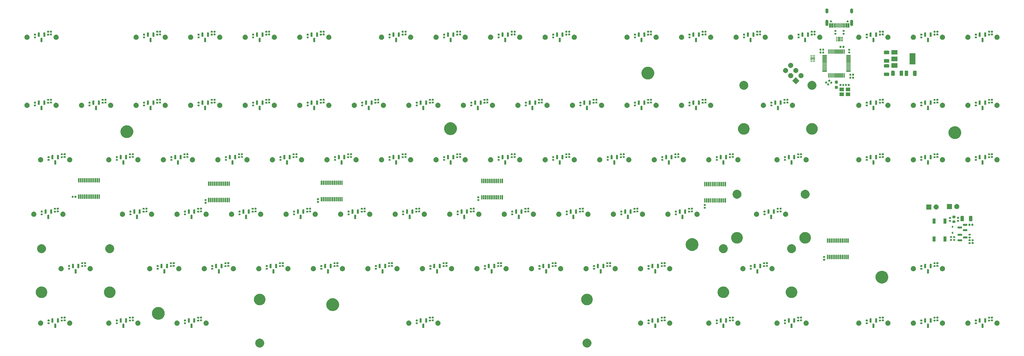
<source format=gbr>
%TF.GenerationSoftware,KiCad,Pcbnew,7.0.6*%
%TF.CreationDate,2024-04-22T20:57:30+02:00*%
%TF.ProjectId,Arius80-HE,41726975-7338-4302-9d48-452e6b696361,rev?*%
%TF.SameCoordinates,Original*%
%TF.FileFunction,Soldermask,Bot*%
%TF.FilePolarity,Negative*%
%FSLAX46Y46*%
G04 Gerber Fmt 4.6, Leading zero omitted, Abs format (unit mm)*
G04 Created by KiCad (PCBNEW 7.0.6) date 2024-04-22 20:57:30*
%MOMM*%
%LPD*%
G01*
G04 APERTURE LIST*
G04 APERTURE END LIST*
G36*
X128524351Y-182454731D02*
G01*
X128762685Y-182511950D01*
X128989133Y-182605748D01*
X129198121Y-182733815D01*
X129384501Y-182892999D01*
X129543685Y-183079379D01*
X129671752Y-183288367D01*
X129765550Y-183514815D01*
X129822769Y-183753149D01*
X129842000Y-183997500D01*
X129822769Y-184241851D01*
X129765550Y-184480185D01*
X129671752Y-184706633D01*
X129543685Y-184915621D01*
X129384501Y-185102001D01*
X129198121Y-185261185D01*
X128989133Y-185389252D01*
X128762685Y-185483050D01*
X128524351Y-185540269D01*
X128280000Y-185559500D01*
X128035649Y-185540269D01*
X127797315Y-185483050D01*
X127570867Y-185389252D01*
X127361879Y-185261185D01*
X127175499Y-185102001D01*
X127016315Y-184915621D01*
X126888248Y-184706633D01*
X126794450Y-184480185D01*
X126737231Y-184241851D01*
X126718000Y-183997500D01*
X126737231Y-183753149D01*
X126794450Y-183514815D01*
X126888248Y-183288367D01*
X127016315Y-183079379D01*
X127175499Y-182892999D01*
X127361879Y-182733815D01*
X127570867Y-182605748D01*
X127797315Y-182511950D01*
X128035649Y-182454731D01*
X128280000Y-182435500D01*
X128524351Y-182454731D01*
G37*
G36*
X242824351Y-182454731D02*
G01*
X243062685Y-182511950D01*
X243289133Y-182605748D01*
X243498121Y-182733815D01*
X243684501Y-182892999D01*
X243843685Y-183079379D01*
X243971752Y-183288367D01*
X244065550Y-183514815D01*
X244122769Y-183753149D01*
X244142000Y-183997500D01*
X244122769Y-184241851D01*
X244065550Y-184480185D01*
X243971752Y-184706633D01*
X243843685Y-184915621D01*
X243684501Y-185102001D01*
X243498121Y-185261185D01*
X243289133Y-185389252D01*
X243062685Y-185483050D01*
X242824351Y-185540269D01*
X242580000Y-185559500D01*
X242335649Y-185540269D01*
X242097315Y-185483050D01*
X241870867Y-185389252D01*
X241661879Y-185261185D01*
X241475499Y-185102001D01*
X241316315Y-184915621D01*
X241188248Y-184706633D01*
X241094450Y-184480185D01*
X241037231Y-184241851D01*
X241018000Y-183997500D01*
X241037231Y-183753149D01*
X241094450Y-183514815D01*
X241188248Y-183288367D01*
X241316315Y-183079379D01*
X241475499Y-182892999D01*
X241661879Y-182733815D01*
X241870867Y-182605748D01*
X242097315Y-182511950D01*
X242335649Y-182454731D01*
X242580000Y-182435500D01*
X242824351Y-182454731D01*
G37*
G36*
X57064444Y-177208811D02*
G01*
X57125436Y-177249564D01*
X57166189Y-177310556D01*
X57180500Y-177382500D01*
X57180500Y-178557500D01*
X57166189Y-178629444D01*
X57125436Y-178690436D01*
X57064444Y-178731189D01*
X56992500Y-178745500D01*
X56692500Y-178745500D01*
X56620556Y-178731189D01*
X56559564Y-178690436D01*
X56518811Y-178629444D01*
X56504500Y-178557500D01*
X56504500Y-177382500D01*
X56518811Y-177310556D01*
X56559564Y-177249564D01*
X56620556Y-177208811D01*
X56692500Y-177194500D01*
X56992500Y-177194500D01*
X57064444Y-177208811D01*
G37*
G36*
X80876944Y-177208811D02*
G01*
X80937936Y-177249564D01*
X80978689Y-177310556D01*
X80993000Y-177382500D01*
X80993000Y-178557500D01*
X80978689Y-178629444D01*
X80937936Y-178690436D01*
X80876944Y-178731189D01*
X80805000Y-178745500D01*
X80505000Y-178745500D01*
X80433056Y-178731189D01*
X80372064Y-178690436D01*
X80331311Y-178629444D01*
X80317000Y-178557500D01*
X80317000Y-177382500D01*
X80331311Y-177310556D01*
X80372064Y-177249564D01*
X80433056Y-177208811D01*
X80505000Y-177194500D01*
X80805000Y-177194500D01*
X80876944Y-177208811D01*
G37*
G36*
X104689444Y-177208811D02*
G01*
X104750436Y-177249564D01*
X104791189Y-177310556D01*
X104805500Y-177382500D01*
X104805500Y-178557500D01*
X104791189Y-178629444D01*
X104750436Y-178690436D01*
X104689444Y-178731189D01*
X104617500Y-178745500D01*
X104317500Y-178745500D01*
X104245556Y-178731189D01*
X104184564Y-178690436D01*
X104143811Y-178629444D01*
X104129500Y-178557500D01*
X104129500Y-177382500D01*
X104143811Y-177310556D01*
X104184564Y-177249564D01*
X104245556Y-177208811D01*
X104317500Y-177194500D01*
X104617500Y-177194500D01*
X104689444Y-177208811D01*
G37*
G36*
X185651944Y-177208811D02*
G01*
X185712936Y-177249564D01*
X185753689Y-177310556D01*
X185768000Y-177382500D01*
X185768000Y-178557500D01*
X185753689Y-178629444D01*
X185712936Y-178690436D01*
X185651944Y-178731189D01*
X185580000Y-178745500D01*
X185280000Y-178745500D01*
X185208056Y-178731189D01*
X185147064Y-178690436D01*
X185106311Y-178629444D01*
X185092000Y-178557500D01*
X185092000Y-177382500D01*
X185106311Y-177310556D01*
X185147064Y-177249564D01*
X185208056Y-177208811D01*
X185280000Y-177194500D01*
X185580000Y-177194500D01*
X185651944Y-177208811D01*
G37*
G36*
X266614444Y-177208811D02*
G01*
X266675436Y-177249564D01*
X266716189Y-177310556D01*
X266730500Y-177382500D01*
X266730500Y-178557500D01*
X266716189Y-178629444D01*
X266675436Y-178690436D01*
X266614444Y-178731189D01*
X266542500Y-178745500D01*
X266242500Y-178745500D01*
X266170556Y-178731189D01*
X266109564Y-178690436D01*
X266068811Y-178629444D01*
X266054500Y-178557500D01*
X266054500Y-177382500D01*
X266068811Y-177310556D01*
X266109564Y-177249564D01*
X266170556Y-177208811D01*
X266242500Y-177194500D01*
X266542500Y-177194500D01*
X266614444Y-177208811D01*
G37*
G36*
X290426944Y-177208811D02*
G01*
X290487936Y-177249564D01*
X290528689Y-177310556D01*
X290543000Y-177382500D01*
X290543000Y-178557500D01*
X290528689Y-178629444D01*
X290487936Y-178690436D01*
X290426944Y-178731189D01*
X290355000Y-178745500D01*
X290055000Y-178745500D01*
X289983056Y-178731189D01*
X289922064Y-178690436D01*
X289881311Y-178629444D01*
X289867000Y-178557500D01*
X289867000Y-177382500D01*
X289881311Y-177310556D01*
X289922064Y-177249564D01*
X289983056Y-177208811D01*
X290055000Y-177194500D01*
X290355000Y-177194500D01*
X290426944Y-177208811D01*
G37*
G36*
X314239444Y-177208811D02*
G01*
X314300436Y-177249564D01*
X314341189Y-177310556D01*
X314355500Y-177382500D01*
X314355500Y-178557500D01*
X314341189Y-178629444D01*
X314300436Y-178690436D01*
X314239444Y-178731189D01*
X314167500Y-178745500D01*
X313867500Y-178745500D01*
X313795556Y-178731189D01*
X313734564Y-178690436D01*
X313693811Y-178629444D01*
X313679500Y-178557500D01*
X313679500Y-177382500D01*
X313693811Y-177310556D01*
X313734564Y-177249564D01*
X313795556Y-177208811D01*
X313867500Y-177194500D01*
X314167500Y-177194500D01*
X314239444Y-177208811D01*
G37*
G36*
X342814444Y-177208811D02*
G01*
X342875436Y-177249564D01*
X342916189Y-177310556D01*
X342930500Y-177382500D01*
X342930500Y-178557500D01*
X342916189Y-178629444D01*
X342875436Y-178690436D01*
X342814444Y-178731189D01*
X342742500Y-178745500D01*
X342442500Y-178745500D01*
X342370556Y-178731189D01*
X342309564Y-178690436D01*
X342268811Y-178629444D01*
X342254500Y-178557500D01*
X342254500Y-177382500D01*
X342268811Y-177310556D01*
X342309564Y-177249564D01*
X342370556Y-177208811D01*
X342442500Y-177194500D01*
X342742500Y-177194500D01*
X342814444Y-177208811D01*
G37*
G36*
X361864444Y-177208811D02*
G01*
X361925436Y-177249564D01*
X361966189Y-177310556D01*
X361980500Y-177382500D01*
X361980500Y-178557500D01*
X361966189Y-178629444D01*
X361925436Y-178690436D01*
X361864444Y-178731189D01*
X361792500Y-178745500D01*
X361492500Y-178745500D01*
X361420556Y-178731189D01*
X361359564Y-178690436D01*
X361318811Y-178629444D01*
X361304500Y-178557500D01*
X361304500Y-177382500D01*
X361318811Y-177310556D01*
X361359564Y-177249564D01*
X361420556Y-177208811D01*
X361492500Y-177194500D01*
X361792500Y-177194500D01*
X361864444Y-177208811D01*
G37*
G36*
X380914444Y-177208811D02*
G01*
X380975436Y-177249564D01*
X381016189Y-177310556D01*
X381030500Y-177382500D01*
X381030500Y-178557500D01*
X381016189Y-178629444D01*
X380975436Y-178690436D01*
X380914444Y-178731189D01*
X380842500Y-178745500D01*
X380542500Y-178745500D01*
X380470556Y-178731189D01*
X380409564Y-178690436D01*
X380368811Y-178629444D01*
X380354500Y-178557500D01*
X380354500Y-177382500D01*
X380368811Y-177310556D01*
X380409564Y-177249564D01*
X380470556Y-177208811D01*
X380542500Y-177194500D01*
X380842500Y-177194500D01*
X380914444Y-177208811D01*
G37*
G36*
X51810837Y-176104502D02*
G01*
X51857934Y-176104502D01*
X51898605Y-176113146D01*
X51940569Y-176117280D01*
X51993285Y-176133271D01*
X52044633Y-176144185D01*
X52077487Y-176158812D01*
X52111799Y-176169221D01*
X52166327Y-176198367D01*
X52219000Y-176221819D01*
X52243491Y-176239612D01*
X52269599Y-176253568D01*
X52322859Y-176297277D01*
X52373416Y-176334009D01*
X52389830Y-176352238D01*
X52407917Y-176367082D01*
X52456514Y-176426298D01*
X52501133Y-176475852D01*
X52510508Y-176492090D01*
X52521431Y-176505400D01*
X52561847Y-176581012D01*
X52596567Y-176641149D01*
X52600559Y-176653437D01*
X52605778Y-176663200D01*
X52634541Y-176758023D01*
X52655549Y-176822677D01*
X52656288Y-176829714D01*
X52657719Y-176834430D01*
X52671652Y-176975890D01*
X52675500Y-177012500D01*
X52671649Y-177049136D01*
X52657719Y-177190569D01*
X52656288Y-177195283D01*
X52655549Y-177202323D01*
X52634537Y-177266990D01*
X52605778Y-177361799D01*
X52600560Y-177371559D01*
X52596567Y-177383851D01*
X52561840Y-177444000D01*
X52521431Y-177519599D01*
X52510510Y-177532905D01*
X52501133Y-177549148D01*
X52456504Y-177598712D01*
X52407917Y-177657917D01*
X52389833Y-177672757D01*
X52373416Y-177690991D01*
X52322848Y-177727730D01*
X52269599Y-177771431D01*
X52243496Y-177785383D01*
X52219000Y-177803181D01*
X52166315Y-177826637D01*
X52111799Y-177855778D01*
X52077494Y-177866183D01*
X52044633Y-177880815D01*
X51993274Y-177891731D01*
X51940569Y-177907719D01*
X51898614Y-177911851D01*
X51857934Y-177920498D01*
X51810827Y-177920498D01*
X51762500Y-177925258D01*
X51714173Y-177920498D01*
X51667066Y-177920498D01*
X51626386Y-177911851D01*
X51584430Y-177907719D01*
X51531722Y-177891730D01*
X51480367Y-177880815D01*
X51447507Y-177866184D01*
X51413200Y-177855778D01*
X51358678Y-177826635D01*
X51306000Y-177803181D01*
X51281506Y-177785385D01*
X51255400Y-177771431D01*
X51202142Y-177727724D01*
X51151584Y-177690991D01*
X51135169Y-177672760D01*
X51117082Y-177657917D01*
X51068483Y-177598699D01*
X51023867Y-177549148D01*
X51014492Y-177532910D01*
X51003568Y-177519599D01*
X50963146Y-177443976D01*
X50928433Y-177383851D01*
X50924440Y-177371564D01*
X50919221Y-177361799D01*
X50890447Y-177266944D01*
X50869451Y-177202323D01*
X50868711Y-177195288D01*
X50867280Y-177190569D01*
X50853333Y-177048972D01*
X50849500Y-177012500D01*
X50853333Y-176976030D01*
X50867280Y-176834430D01*
X50868711Y-176829709D01*
X50869451Y-176822677D01*
X50890443Y-176758069D01*
X50919221Y-176663200D01*
X50924441Y-176653432D01*
X50928433Y-176641149D01*
X50963139Y-176581035D01*
X51003568Y-176505400D01*
X51014494Y-176492086D01*
X51023867Y-176475852D01*
X51068474Y-176426310D01*
X51117082Y-176367082D01*
X51135172Y-176352235D01*
X51151584Y-176334009D01*
X51202132Y-176297283D01*
X51255400Y-176253568D01*
X51281511Y-176239610D01*
X51306000Y-176221819D01*
X51358666Y-176198369D01*
X51413200Y-176169221D01*
X51447514Y-176158812D01*
X51480367Y-176144185D01*
X51531711Y-176133271D01*
X51584430Y-176117280D01*
X51626394Y-176113146D01*
X51667066Y-176104502D01*
X51714163Y-176104502D01*
X51762500Y-176099741D01*
X51810837Y-176104502D01*
G37*
G36*
X61970837Y-176104502D02*
G01*
X62017934Y-176104502D01*
X62058605Y-176113146D01*
X62100569Y-176117280D01*
X62153285Y-176133271D01*
X62204633Y-176144185D01*
X62237487Y-176158812D01*
X62271799Y-176169221D01*
X62326327Y-176198367D01*
X62379000Y-176221819D01*
X62403491Y-176239612D01*
X62429599Y-176253568D01*
X62482859Y-176297277D01*
X62533416Y-176334009D01*
X62549830Y-176352238D01*
X62567917Y-176367082D01*
X62616514Y-176426298D01*
X62661133Y-176475852D01*
X62670508Y-176492090D01*
X62681431Y-176505400D01*
X62721847Y-176581012D01*
X62756567Y-176641149D01*
X62760559Y-176653437D01*
X62765778Y-176663200D01*
X62794541Y-176758023D01*
X62815549Y-176822677D01*
X62816288Y-176829714D01*
X62817719Y-176834430D01*
X62831652Y-176975890D01*
X62835500Y-177012500D01*
X62831649Y-177049136D01*
X62817719Y-177190569D01*
X62816288Y-177195283D01*
X62815549Y-177202323D01*
X62794537Y-177266990D01*
X62765778Y-177361799D01*
X62760560Y-177371559D01*
X62756567Y-177383851D01*
X62721840Y-177444000D01*
X62681431Y-177519599D01*
X62670510Y-177532905D01*
X62661133Y-177549148D01*
X62616504Y-177598712D01*
X62567917Y-177657917D01*
X62549833Y-177672757D01*
X62533416Y-177690991D01*
X62482848Y-177727730D01*
X62429599Y-177771431D01*
X62403496Y-177785383D01*
X62379000Y-177803181D01*
X62326315Y-177826637D01*
X62271799Y-177855778D01*
X62237494Y-177866183D01*
X62204633Y-177880815D01*
X62153274Y-177891731D01*
X62100569Y-177907719D01*
X62058614Y-177911851D01*
X62017934Y-177920498D01*
X61970827Y-177920498D01*
X61922500Y-177925258D01*
X61874173Y-177920498D01*
X61827066Y-177920498D01*
X61786386Y-177911851D01*
X61744430Y-177907719D01*
X61691722Y-177891730D01*
X61640367Y-177880815D01*
X61607507Y-177866184D01*
X61573200Y-177855778D01*
X61518678Y-177826635D01*
X61466000Y-177803181D01*
X61441506Y-177785385D01*
X61415400Y-177771431D01*
X61362142Y-177727724D01*
X61311584Y-177690991D01*
X61295169Y-177672760D01*
X61277082Y-177657917D01*
X61228483Y-177598699D01*
X61183867Y-177549148D01*
X61174492Y-177532910D01*
X61163568Y-177519599D01*
X61123146Y-177443976D01*
X61088433Y-177383851D01*
X61084440Y-177371564D01*
X61079221Y-177361799D01*
X61050447Y-177266944D01*
X61029451Y-177202323D01*
X61028711Y-177195288D01*
X61027280Y-177190569D01*
X61013333Y-177048972D01*
X61009500Y-177012500D01*
X61013333Y-176976030D01*
X61027280Y-176834430D01*
X61028711Y-176829709D01*
X61029451Y-176822677D01*
X61050443Y-176758069D01*
X61079221Y-176663200D01*
X61084441Y-176653432D01*
X61088433Y-176641149D01*
X61123139Y-176581035D01*
X61163568Y-176505400D01*
X61174494Y-176492086D01*
X61183867Y-176475852D01*
X61228474Y-176426310D01*
X61277082Y-176367082D01*
X61295172Y-176352235D01*
X61311584Y-176334009D01*
X61362132Y-176297283D01*
X61415400Y-176253568D01*
X61441511Y-176239610D01*
X61466000Y-176221819D01*
X61518666Y-176198369D01*
X61573200Y-176169221D01*
X61607514Y-176158812D01*
X61640367Y-176144185D01*
X61691711Y-176133271D01*
X61744430Y-176117280D01*
X61786394Y-176113146D01*
X61827066Y-176104502D01*
X61874163Y-176104502D01*
X61922500Y-176099741D01*
X61970837Y-176104502D01*
G37*
G36*
X75623337Y-176104502D02*
G01*
X75670434Y-176104502D01*
X75711105Y-176113146D01*
X75753069Y-176117280D01*
X75805785Y-176133271D01*
X75857133Y-176144185D01*
X75889987Y-176158812D01*
X75924299Y-176169221D01*
X75978827Y-176198367D01*
X76031500Y-176221819D01*
X76055991Y-176239612D01*
X76082099Y-176253568D01*
X76135359Y-176297277D01*
X76185916Y-176334009D01*
X76202330Y-176352238D01*
X76220417Y-176367082D01*
X76269014Y-176426298D01*
X76313633Y-176475852D01*
X76323008Y-176492090D01*
X76333931Y-176505400D01*
X76374347Y-176581012D01*
X76409067Y-176641149D01*
X76413059Y-176653437D01*
X76418278Y-176663200D01*
X76447041Y-176758023D01*
X76468049Y-176822677D01*
X76468788Y-176829714D01*
X76470219Y-176834430D01*
X76484152Y-176975890D01*
X76488000Y-177012500D01*
X76484149Y-177049136D01*
X76470219Y-177190569D01*
X76468788Y-177195283D01*
X76468049Y-177202323D01*
X76447037Y-177266990D01*
X76418278Y-177361799D01*
X76413060Y-177371559D01*
X76409067Y-177383851D01*
X76374340Y-177444000D01*
X76333931Y-177519599D01*
X76323010Y-177532905D01*
X76313633Y-177549148D01*
X76269004Y-177598712D01*
X76220417Y-177657917D01*
X76202333Y-177672757D01*
X76185916Y-177690991D01*
X76135348Y-177727730D01*
X76082099Y-177771431D01*
X76055996Y-177785383D01*
X76031500Y-177803181D01*
X75978815Y-177826637D01*
X75924299Y-177855778D01*
X75889994Y-177866183D01*
X75857133Y-177880815D01*
X75805774Y-177891731D01*
X75753069Y-177907719D01*
X75711114Y-177911851D01*
X75670434Y-177920498D01*
X75623327Y-177920498D01*
X75575000Y-177925258D01*
X75526673Y-177920498D01*
X75479566Y-177920498D01*
X75438886Y-177911851D01*
X75396930Y-177907719D01*
X75344222Y-177891730D01*
X75292867Y-177880815D01*
X75260007Y-177866184D01*
X75225700Y-177855778D01*
X75171178Y-177826635D01*
X75118500Y-177803181D01*
X75094006Y-177785385D01*
X75067900Y-177771431D01*
X75014642Y-177727724D01*
X74964084Y-177690991D01*
X74947669Y-177672760D01*
X74929582Y-177657917D01*
X74880983Y-177598699D01*
X74836367Y-177549148D01*
X74826992Y-177532910D01*
X74816068Y-177519599D01*
X74775646Y-177443976D01*
X74740933Y-177383851D01*
X74736940Y-177371564D01*
X74731721Y-177361799D01*
X74702947Y-177266944D01*
X74681951Y-177202323D01*
X74681211Y-177195288D01*
X74679780Y-177190569D01*
X74665833Y-177048972D01*
X74662000Y-177012500D01*
X74665833Y-176976030D01*
X74679780Y-176834430D01*
X74681211Y-176829709D01*
X74681951Y-176822677D01*
X74702943Y-176758069D01*
X74731721Y-176663200D01*
X74736941Y-176653432D01*
X74740933Y-176641149D01*
X74775639Y-176581035D01*
X74816068Y-176505400D01*
X74826994Y-176492086D01*
X74836367Y-176475852D01*
X74880974Y-176426310D01*
X74929582Y-176367082D01*
X74947672Y-176352235D01*
X74964084Y-176334009D01*
X75014632Y-176297283D01*
X75067900Y-176253568D01*
X75094011Y-176239610D01*
X75118500Y-176221819D01*
X75171166Y-176198369D01*
X75225700Y-176169221D01*
X75260014Y-176158812D01*
X75292867Y-176144185D01*
X75344211Y-176133271D01*
X75396930Y-176117280D01*
X75438894Y-176113146D01*
X75479566Y-176104502D01*
X75526663Y-176104502D01*
X75575000Y-176099741D01*
X75623337Y-176104502D01*
G37*
G36*
X85783337Y-176104502D02*
G01*
X85830434Y-176104502D01*
X85871105Y-176113146D01*
X85913069Y-176117280D01*
X85965785Y-176133271D01*
X86017133Y-176144185D01*
X86049987Y-176158812D01*
X86084299Y-176169221D01*
X86138827Y-176198367D01*
X86191500Y-176221819D01*
X86215991Y-176239612D01*
X86242099Y-176253568D01*
X86295359Y-176297277D01*
X86345916Y-176334009D01*
X86362330Y-176352238D01*
X86380417Y-176367082D01*
X86429014Y-176426298D01*
X86473633Y-176475852D01*
X86483008Y-176492090D01*
X86493931Y-176505400D01*
X86534347Y-176581012D01*
X86569067Y-176641149D01*
X86573059Y-176653437D01*
X86578278Y-176663200D01*
X86607041Y-176758023D01*
X86628049Y-176822677D01*
X86628788Y-176829714D01*
X86630219Y-176834430D01*
X86644150Y-176975878D01*
X86648000Y-177012500D01*
X86644150Y-177049124D01*
X86630219Y-177190569D01*
X86628788Y-177195283D01*
X86628049Y-177202323D01*
X86607037Y-177266990D01*
X86578278Y-177361799D01*
X86573060Y-177371559D01*
X86569067Y-177383851D01*
X86534340Y-177444000D01*
X86493931Y-177519599D01*
X86483010Y-177532905D01*
X86473633Y-177549148D01*
X86429004Y-177598712D01*
X86380417Y-177657917D01*
X86362333Y-177672757D01*
X86345916Y-177690991D01*
X86295348Y-177727730D01*
X86242099Y-177771431D01*
X86215996Y-177785383D01*
X86191500Y-177803181D01*
X86138815Y-177826637D01*
X86084299Y-177855778D01*
X86049994Y-177866183D01*
X86017133Y-177880815D01*
X85965774Y-177891731D01*
X85913069Y-177907719D01*
X85871114Y-177911851D01*
X85830434Y-177920498D01*
X85783327Y-177920498D01*
X85735000Y-177925258D01*
X85686673Y-177920498D01*
X85639566Y-177920498D01*
X85598886Y-177911851D01*
X85556930Y-177907719D01*
X85504222Y-177891730D01*
X85452867Y-177880815D01*
X85420007Y-177866184D01*
X85385700Y-177855778D01*
X85331178Y-177826635D01*
X85278500Y-177803181D01*
X85254006Y-177785385D01*
X85227900Y-177771431D01*
X85174642Y-177727724D01*
X85124084Y-177690991D01*
X85107669Y-177672760D01*
X85089582Y-177657917D01*
X85040983Y-177598699D01*
X84996367Y-177549148D01*
X84986992Y-177532910D01*
X84976068Y-177519599D01*
X84935646Y-177443976D01*
X84900933Y-177383851D01*
X84896940Y-177371564D01*
X84891721Y-177361799D01*
X84862947Y-177266944D01*
X84841951Y-177202323D01*
X84841211Y-177195288D01*
X84839780Y-177190569D01*
X84825833Y-177048972D01*
X84822000Y-177012500D01*
X84825833Y-176976030D01*
X84839780Y-176834430D01*
X84841211Y-176829709D01*
X84841951Y-176822677D01*
X84862943Y-176758069D01*
X84891721Y-176663200D01*
X84896941Y-176653432D01*
X84900933Y-176641149D01*
X84935639Y-176581035D01*
X84976068Y-176505400D01*
X84986994Y-176492086D01*
X84996367Y-176475852D01*
X85040974Y-176426310D01*
X85089582Y-176367082D01*
X85107672Y-176352235D01*
X85124084Y-176334009D01*
X85174632Y-176297283D01*
X85227900Y-176253568D01*
X85254011Y-176239610D01*
X85278500Y-176221819D01*
X85331166Y-176198369D01*
X85385700Y-176169221D01*
X85420014Y-176158812D01*
X85452867Y-176144185D01*
X85504211Y-176133271D01*
X85556930Y-176117280D01*
X85598894Y-176113146D01*
X85639566Y-176104502D01*
X85686663Y-176104502D01*
X85735000Y-176099741D01*
X85783337Y-176104502D01*
G37*
G36*
X99435837Y-176104502D02*
G01*
X99482934Y-176104502D01*
X99523605Y-176113146D01*
X99565569Y-176117280D01*
X99618285Y-176133271D01*
X99669633Y-176144185D01*
X99702487Y-176158812D01*
X99736799Y-176169221D01*
X99791327Y-176198367D01*
X99844000Y-176221819D01*
X99868491Y-176239612D01*
X99894599Y-176253568D01*
X99947859Y-176297277D01*
X99998416Y-176334009D01*
X100014830Y-176352238D01*
X100032917Y-176367082D01*
X100081514Y-176426298D01*
X100126133Y-176475852D01*
X100135508Y-176492090D01*
X100146431Y-176505400D01*
X100186847Y-176581012D01*
X100221567Y-176641149D01*
X100225559Y-176653437D01*
X100230778Y-176663200D01*
X100259541Y-176758023D01*
X100280549Y-176822677D01*
X100281288Y-176829714D01*
X100282719Y-176834430D01*
X100296650Y-176975878D01*
X100300500Y-177012500D01*
X100296650Y-177049124D01*
X100282719Y-177190569D01*
X100281288Y-177195283D01*
X100280549Y-177202323D01*
X100259537Y-177266990D01*
X100230778Y-177361799D01*
X100225560Y-177371559D01*
X100221567Y-177383851D01*
X100186840Y-177444000D01*
X100146431Y-177519599D01*
X100135510Y-177532905D01*
X100126133Y-177549148D01*
X100081504Y-177598712D01*
X100032917Y-177657917D01*
X100014833Y-177672757D01*
X99998416Y-177690991D01*
X99947848Y-177727730D01*
X99894599Y-177771431D01*
X99868496Y-177785383D01*
X99844000Y-177803181D01*
X99791315Y-177826637D01*
X99736799Y-177855778D01*
X99702494Y-177866183D01*
X99669633Y-177880815D01*
X99618274Y-177891731D01*
X99565569Y-177907719D01*
X99523614Y-177911851D01*
X99482934Y-177920498D01*
X99435827Y-177920498D01*
X99387500Y-177925258D01*
X99339173Y-177920498D01*
X99292066Y-177920498D01*
X99251386Y-177911851D01*
X99209430Y-177907719D01*
X99156722Y-177891730D01*
X99105367Y-177880815D01*
X99072507Y-177866184D01*
X99038200Y-177855778D01*
X98983678Y-177826635D01*
X98931000Y-177803181D01*
X98906506Y-177785385D01*
X98880400Y-177771431D01*
X98827142Y-177727724D01*
X98776584Y-177690991D01*
X98760169Y-177672760D01*
X98742082Y-177657917D01*
X98693483Y-177598699D01*
X98648867Y-177549148D01*
X98639492Y-177532910D01*
X98628568Y-177519599D01*
X98588146Y-177443976D01*
X98553433Y-177383851D01*
X98549440Y-177371564D01*
X98544221Y-177361799D01*
X98515447Y-177266944D01*
X98494451Y-177202323D01*
X98493711Y-177195288D01*
X98492280Y-177190569D01*
X98478333Y-177048972D01*
X98474500Y-177012500D01*
X98478333Y-176976030D01*
X98492280Y-176834430D01*
X98493711Y-176829709D01*
X98494451Y-176822677D01*
X98515443Y-176758069D01*
X98544221Y-176663200D01*
X98549441Y-176653432D01*
X98553433Y-176641149D01*
X98588139Y-176581035D01*
X98628568Y-176505400D01*
X98639494Y-176492086D01*
X98648867Y-176475852D01*
X98693474Y-176426310D01*
X98742082Y-176367082D01*
X98760172Y-176352235D01*
X98776584Y-176334009D01*
X98827132Y-176297283D01*
X98880400Y-176253568D01*
X98906511Y-176239610D01*
X98931000Y-176221819D01*
X98983666Y-176198369D01*
X99038200Y-176169221D01*
X99072514Y-176158812D01*
X99105367Y-176144185D01*
X99156711Y-176133271D01*
X99209430Y-176117280D01*
X99251394Y-176113146D01*
X99292066Y-176104502D01*
X99339163Y-176104502D01*
X99387500Y-176099741D01*
X99435837Y-176104502D01*
G37*
G36*
X109595837Y-176104502D02*
G01*
X109642934Y-176104502D01*
X109683605Y-176113146D01*
X109725569Y-176117280D01*
X109778285Y-176133271D01*
X109829633Y-176144185D01*
X109862487Y-176158812D01*
X109896799Y-176169221D01*
X109951327Y-176198367D01*
X110004000Y-176221819D01*
X110028491Y-176239612D01*
X110054599Y-176253568D01*
X110107859Y-176297277D01*
X110158416Y-176334009D01*
X110174830Y-176352238D01*
X110192917Y-176367082D01*
X110241514Y-176426298D01*
X110286133Y-176475852D01*
X110295508Y-176492090D01*
X110306431Y-176505400D01*
X110346847Y-176581012D01*
X110381567Y-176641149D01*
X110385559Y-176653437D01*
X110390778Y-176663200D01*
X110419541Y-176758023D01*
X110440549Y-176822677D01*
X110441288Y-176829714D01*
X110442719Y-176834430D01*
X110456650Y-176975878D01*
X110460500Y-177012500D01*
X110456650Y-177049124D01*
X110442719Y-177190569D01*
X110441288Y-177195283D01*
X110440549Y-177202323D01*
X110419537Y-177266990D01*
X110390778Y-177361799D01*
X110385560Y-177371559D01*
X110381567Y-177383851D01*
X110346840Y-177444000D01*
X110306431Y-177519599D01*
X110295510Y-177532905D01*
X110286133Y-177549148D01*
X110241504Y-177598712D01*
X110192917Y-177657917D01*
X110174833Y-177672757D01*
X110158416Y-177690991D01*
X110107848Y-177727730D01*
X110054599Y-177771431D01*
X110028496Y-177785383D01*
X110004000Y-177803181D01*
X109951315Y-177826637D01*
X109896799Y-177855778D01*
X109862494Y-177866183D01*
X109829633Y-177880815D01*
X109778274Y-177891731D01*
X109725569Y-177907719D01*
X109683614Y-177911851D01*
X109642934Y-177920498D01*
X109595827Y-177920498D01*
X109547500Y-177925258D01*
X109499173Y-177920498D01*
X109452066Y-177920498D01*
X109411386Y-177911851D01*
X109369430Y-177907719D01*
X109316722Y-177891730D01*
X109265367Y-177880815D01*
X109232507Y-177866184D01*
X109198200Y-177855778D01*
X109143678Y-177826635D01*
X109091000Y-177803181D01*
X109066506Y-177785385D01*
X109040400Y-177771431D01*
X108987142Y-177727724D01*
X108936584Y-177690991D01*
X108920169Y-177672760D01*
X108902082Y-177657917D01*
X108853483Y-177598699D01*
X108808867Y-177549148D01*
X108799492Y-177532910D01*
X108788568Y-177519599D01*
X108748146Y-177443976D01*
X108713433Y-177383851D01*
X108709440Y-177371564D01*
X108704221Y-177361799D01*
X108675447Y-177266944D01*
X108654451Y-177202323D01*
X108653711Y-177195288D01*
X108652280Y-177190569D01*
X108638333Y-177048972D01*
X108634500Y-177012500D01*
X108638333Y-176976030D01*
X108652280Y-176834430D01*
X108653711Y-176829709D01*
X108654451Y-176822677D01*
X108675443Y-176758069D01*
X108704221Y-176663200D01*
X108709441Y-176653432D01*
X108713433Y-176641149D01*
X108748139Y-176581035D01*
X108788568Y-176505400D01*
X108799494Y-176492086D01*
X108808867Y-176475852D01*
X108853474Y-176426310D01*
X108902082Y-176367082D01*
X108920172Y-176352235D01*
X108936584Y-176334009D01*
X108987132Y-176297283D01*
X109040400Y-176253568D01*
X109066511Y-176239610D01*
X109091000Y-176221819D01*
X109143666Y-176198369D01*
X109198200Y-176169221D01*
X109232514Y-176158812D01*
X109265367Y-176144185D01*
X109316711Y-176133271D01*
X109369430Y-176117280D01*
X109411394Y-176113146D01*
X109452066Y-176104502D01*
X109499163Y-176104502D01*
X109547500Y-176099741D01*
X109595837Y-176104502D01*
G37*
G36*
X180398337Y-176104502D02*
G01*
X180445434Y-176104502D01*
X180486105Y-176113146D01*
X180528069Y-176117280D01*
X180580785Y-176133271D01*
X180632133Y-176144185D01*
X180664987Y-176158812D01*
X180699299Y-176169221D01*
X180753827Y-176198367D01*
X180806500Y-176221819D01*
X180830991Y-176239612D01*
X180857099Y-176253568D01*
X180910359Y-176297277D01*
X180960916Y-176334009D01*
X180977330Y-176352238D01*
X180995417Y-176367082D01*
X181044014Y-176426298D01*
X181088633Y-176475852D01*
X181098008Y-176492090D01*
X181108931Y-176505400D01*
X181149347Y-176581012D01*
X181184067Y-176641149D01*
X181188059Y-176653437D01*
X181193278Y-176663200D01*
X181222041Y-176758023D01*
X181243049Y-176822677D01*
X181243788Y-176829714D01*
X181245219Y-176834430D01*
X181259150Y-176975878D01*
X181263000Y-177012500D01*
X181259150Y-177049124D01*
X181245219Y-177190569D01*
X181243788Y-177195283D01*
X181243049Y-177202323D01*
X181222037Y-177266990D01*
X181193278Y-177361799D01*
X181188060Y-177371559D01*
X181184067Y-177383851D01*
X181149340Y-177444000D01*
X181108931Y-177519599D01*
X181098010Y-177532905D01*
X181088633Y-177549148D01*
X181044004Y-177598712D01*
X180995417Y-177657917D01*
X180977333Y-177672757D01*
X180960916Y-177690991D01*
X180910348Y-177727730D01*
X180857099Y-177771431D01*
X180830996Y-177785383D01*
X180806500Y-177803181D01*
X180753815Y-177826637D01*
X180699299Y-177855778D01*
X180664994Y-177866183D01*
X180632133Y-177880815D01*
X180580774Y-177891731D01*
X180528069Y-177907719D01*
X180486114Y-177911851D01*
X180445434Y-177920498D01*
X180398327Y-177920498D01*
X180350000Y-177925258D01*
X180301673Y-177920498D01*
X180254566Y-177920498D01*
X180213886Y-177911851D01*
X180171930Y-177907719D01*
X180119222Y-177891730D01*
X180067867Y-177880815D01*
X180035007Y-177866184D01*
X180000700Y-177855778D01*
X179946178Y-177826635D01*
X179893500Y-177803181D01*
X179869006Y-177785385D01*
X179842900Y-177771431D01*
X179789642Y-177727724D01*
X179739084Y-177690991D01*
X179722669Y-177672760D01*
X179704582Y-177657917D01*
X179655983Y-177598699D01*
X179611367Y-177549148D01*
X179601992Y-177532910D01*
X179591068Y-177519599D01*
X179550646Y-177443976D01*
X179515933Y-177383851D01*
X179511940Y-177371564D01*
X179506721Y-177361799D01*
X179477947Y-177266944D01*
X179456951Y-177202323D01*
X179456211Y-177195288D01*
X179454780Y-177190569D01*
X179440833Y-177048972D01*
X179437000Y-177012500D01*
X179440833Y-176976030D01*
X179454780Y-176834430D01*
X179456211Y-176829709D01*
X179456951Y-176822677D01*
X179477943Y-176758069D01*
X179506721Y-176663200D01*
X179511941Y-176653432D01*
X179515933Y-176641149D01*
X179550639Y-176581035D01*
X179591068Y-176505400D01*
X179601994Y-176492086D01*
X179611367Y-176475852D01*
X179655974Y-176426310D01*
X179704582Y-176367082D01*
X179722672Y-176352235D01*
X179739084Y-176334009D01*
X179789632Y-176297283D01*
X179842900Y-176253568D01*
X179869011Y-176239610D01*
X179893500Y-176221819D01*
X179946166Y-176198369D01*
X180000700Y-176169221D01*
X180035014Y-176158812D01*
X180067867Y-176144185D01*
X180119211Y-176133271D01*
X180171930Y-176117280D01*
X180213894Y-176113146D01*
X180254566Y-176104502D01*
X180301663Y-176104502D01*
X180350000Y-176099741D01*
X180398337Y-176104502D01*
G37*
G36*
X190558337Y-176104502D02*
G01*
X190605434Y-176104502D01*
X190646105Y-176113146D01*
X190688069Y-176117280D01*
X190740785Y-176133271D01*
X190792133Y-176144185D01*
X190824987Y-176158812D01*
X190859299Y-176169221D01*
X190913827Y-176198367D01*
X190966500Y-176221819D01*
X190990991Y-176239612D01*
X191017099Y-176253568D01*
X191070359Y-176297277D01*
X191120916Y-176334009D01*
X191137330Y-176352238D01*
X191155417Y-176367082D01*
X191204014Y-176426298D01*
X191248633Y-176475852D01*
X191258008Y-176492090D01*
X191268931Y-176505400D01*
X191309347Y-176581012D01*
X191344067Y-176641149D01*
X191348059Y-176653437D01*
X191353278Y-176663200D01*
X191382041Y-176758023D01*
X191403049Y-176822677D01*
X191403788Y-176829714D01*
X191405219Y-176834430D01*
X191419150Y-176975878D01*
X191423000Y-177012500D01*
X191419150Y-177049124D01*
X191405219Y-177190569D01*
X191403788Y-177195283D01*
X191403049Y-177202323D01*
X191382037Y-177266990D01*
X191353278Y-177361799D01*
X191348060Y-177371559D01*
X191344067Y-177383851D01*
X191309340Y-177444000D01*
X191268931Y-177519599D01*
X191258010Y-177532905D01*
X191248633Y-177549148D01*
X191204004Y-177598712D01*
X191155417Y-177657917D01*
X191137333Y-177672757D01*
X191120916Y-177690991D01*
X191070348Y-177727730D01*
X191017099Y-177771431D01*
X190990996Y-177785383D01*
X190966500Y-177803181D01*
X190913815Y-177826637D01*
X190859299Y-177855778D01*
X190824994Y-177866183D01*
X190792133Y-177880815D01*
X190740774Y-177891731D01*
X190688069Y-177907719D01*
X190646114Y-177911851D01*
X190605434Y-177920498D01*
X190558327Y-177920498D01*
X190510000Y-177925258D01*
X190461673Y-177920498D01*
X190414566Y-177920498D01*
X190373886Y-177911851D01*
X190331930Y-177907719D01*
X190279222Y-177891730D01*
X190227867Y-177880815D01*
X190195007Y-177866184D01*
X190160700Y-177855778D01*
X190106178Y-177826635D01*
X190053500Y-177803181D01*
X190029006Y-177785385D01*
X190002900Y-177771431D01*
X189949642Y-177727724D01*
X189899084Y-177690991D01*
X189882669Y-177672760D01*
X189864582Y-177657917D01*
X189815983Y-177598699D01*
X189771367Y-177549148D01*
X189761992Y-177532910D01*
X189751068Y-177519599D01*
X189710646Y-177443976D01*
X189675933Y-177383851D01*
X189671940Y-177371564D01*
X189666721Y-177361799D01*
X189637947Y-177266944D01*
X189616951Y-177202323D01*
X189616211Y-177195288D01*
X189614780Y-177190569D01*
X189600833Y-177048972D01*
X189597000Y-177012500D01*
X189600833Y-176976030D01*
X189614780Y-176834430D01*
X189616211Y-176829709D01*
X189616951Y-176822677D01*
X189637943Y-176758069D01*
X189666721Y-176663200D01*
X189671941Y-176653432D01*
X189675933Y-176641149D01*
X189710639Y-176581035D01*
X189751068Y-176505400D01*
X189761994Y-176492086D01*
X189771367Y-176475852D01*
X189815974Y-176426310D01*
X189864582Y-176367082D01*
X189882672Y-176352235D01*
X189899084Y-176334009D01*
X189949632Y-176297283D01*
X190002900Y-176253568D01*
X190029011Y-176239610D01*
X190053500Y-176221819D01*
X190106166Y-176198369D01*
X190160700Y-176169221D01*
X190195014Y-176158812D01*
X190227867Y-176144185D01*
X190279211Y-176133271D01*
X190331930Y-176117280D01*
X190373894Y-176113146D01*
X190414566Y-176104502D01*
X190461663Y-176104502D01*
X190510000Y-176099741D01*
X190558337Y-176104502D01*
G37*
G36*
X261360837Y-176104502D02*
G01*
X261407934Y-176104502D01*
X261448605Y-176113146D01*
X261490569Y-176117280D01*
X261543285Y-176133271D01*
X261594633Y-176144185D01*
X261627487Y-176158812D01*
X261661799Y-176169221D01*
X261716327Y-176198367D01*
X261769000Y-176221819D01*
X261793491Y-176239612D01*
X261819599Y-176253568D01*
X261872859Y-176297277D01*
X261923416Y-176334009D01*
X261939830Y-176352238D01*
X261957917Y-176367082D01*
X262006514Y-176426298D01*
X262051133Y-176475852D01*
X262060508Y-176492090D01*
X262071431Y-176505400D01*
X262111847Y-176581012D01*
X262146567Y-176641149D01*
X262150559Y-176653437D01*
X262155778Y-176663200D01*
X262184541Y-176758023D01*
X262205549Y-176822677D01*
X262206288Y-176829714D01*
X262207719Y-176834430D01*
X262221650Y-176975878D01*
X262225500Y-177012500D01*
X262221650Y-177049124D01*
X262207719Y-177190569D01*
X262206288Y-177195283D01*
X262205549Y-177202323D01*
X262184537Y-177266990D01*
X262155778Y-177361799D01*
X262150560Y-177371559D01*
X262146567Y-177383851D01*
X262111840Y-177444000D01*
X262071431Y-177519599D01*
X262060510Y-177532905D01*
X262051133Y-177549148D01*
X262006504Y-177598712D01*
X261957917Y-177657917D01*
X261939833Y-177672757D01*
X261923416Y-177690991D01*
X261872848Y-177727730D01*
X261819599Y-177771431D01*
X261793496Y-177785383D01*
X261769000Y-177803181D01*
X261716315Y-177826637D01*
X261661799Y-177855778D01*
X261627494Y-177866183D01*
X261594633Y-177880815D01*
X261543274Y-177891731D01*
X261490569Y-177907719D01*
X261448614Y-177911851D01*
X261407934Y-177920498D01*
X261360827Y-177920498D01*
X261312500Y-177925258D01*
X261264173Y-177920498D01*
X261217066Y-177920498D01*
X261176386Y-177911851D01*
X261134430Y-177907719D01*
X261081722Y-177891730D01*
X261030367Y-177880815D01*
X260997507Y-177866184D01*
X260963200Y-177855778D01*
X260908678Y-177826635D01*
X260856000Y-177803181D01*
X260831506Y-177785385D01*
X260805400Y-177771431D01*
X260752142Y-177727724D01*
X260701584Y-177690991D01*
X260685169Y-177672760D01*
X260667082Y-177657917D01*
X260618483Y-177598699D01*
X260573867Y-177549148D01*
X260564492Y-177532910D01*
X260553568Y-177519599D01*
X260513146Y-177443976D01*
X260478433Y-177383851D01*
X260474440Y-177371564D01*
X260469221Y-177361799D01*
X260440447Y-177266944D01*
X260419451Y-177202323D01*
X260418711Y-177195288D01*
X260417280Y-177190569D01*
X260403334Y-177048984D01*
X260399500Y-177012500D01*
X260403331Y-176976042D01*
X260417280Y-176834430D01*
X260418711Y-176829709D01*
X260419451Y-176822677D01*
X260440443Y-176758069D01*
X260469221Y-176663200D01*
X260474441Y-176653432D01*
X260478433Y-176641149D01*
X260513139Y-176581035D01*
X260553568Y-176505400D01*
X260564494Y-176492086D01*
X260573867Y-176475852D01*
X260618474Y-176426310D01*
X260667082Y-176367082D01*
X260685172Y-176352235D01*
X260701584Y-176334009D01*
X260752132Y-176297283D01*
X260805400Y-176253568D01*
X260831511Y-176239610D01*
X260856000Y-176221819D01*
X260908666Y-176198369D01*
X260963200Y-176169221D01*
X260997514Y-176158812D01*
X261030367Y-176144185D01*
X261081711Y-176133271D01*
X261134430Y-176117280D01*
X261176394Y-176113146D01*
X261217066Y-176104502D01*
X261264163Y-176104502D01*
X261312500Y-176099741D01*
X261360837Y-176104502D01*
G37*
G36*
X271520837Y-176104502D02*
G01*
X271567934Y-176104502D01*
X271608605Y-176113146D01*
X271650569Y-176117280D01*
X271703285Y-176133271D01*
X271754633Y-176144185D01*
X271787487Y-176158812D01*
X271821799Y-176169221D01*
X271876327Y-176198367D01*
X271929000Y-176221819D01*
X271953491Y-176239612D01*
X271979599Y-176253568D01*
X272032859Y-176297277D01*
X272083416Y-176334009D01*
X272099830Y-176352238D01*
X272117917Y-176367082D01*
X272166514Y-176426298D01*
X272211133Y-176475852D01*
X272220508Y-176492090D01*
X272231431Y-176505400D01*
X272271847Y-176581012D01*
X272306567Y-176641149D01*
X272310559Y-176653437D01*
X272315778Y-176663200D01*
X272344541Y-176758023D01*
X272365549Y-176822677D01*
X272366288Y-176829714D01*
X272367719Y-176834430D01*
X272381650Y-176975878D01*
X272385500Y-177012500D01*
X272381650Y-177049124D01*
X272367719Y-177190569D01*
X272366288Y-177195283D01*
X272365549Y-177202323D01*
X272344537Y-177266990D01*
X272315778Y-177361799D01*
X272310560Y-177371559D01*
X272306567Y-177383851D01*
X272271840Y-177444000D01*
X272231431Y-177519599D01*
X272220510Y-177532905D01*
X272211133Y-177549148D01*
X272166504Y-177598712D01*
X272117917Y-177657917D01*
X272099833Y-177672757D01*
X272083416Y-177690991D01*
X272032848Y-177727730D01*
X271979599Y-177771431D01*
X271953496Y-177785383D01*
X271929000Y-177803181D01*
X271876315Y-177826637D01*
X271821799Y-177855778D01*
X271787494Y-177866183D01*
X271754633Y-177880815D01*
X271703274Y-177891731D01*
X271650569Y-177907719D01*
X271608614Y-177911851D01*
X271567934Y-177920498D01*
X271520827Y-177920498D01*
X271472500Y-177925258D01*
X271424173Y-177920498D01*
X271377066Y-177920498D01*
X271336386Y-177911851D01*
X271294430Y-177907719D01*
X271241722Y-177891730D01*
X271190367Y-177880815D01*
X271157507Y-177866184D01*
X271123200Y-177855778D01*
X271068678Y-177826635D01*
X271016000Y-177803181D01*
X270991506Y-177785385D01*
X270965400Y-177771431D01*
X270912142Y-177727724D01*
X270861584Y-177690991D01*
X270845169Y-177672760D01*
X270827082Y-177657917D01*
X270778483Y-177598699D01*
X270733867Y-177549148D01*
X270724492Y-177532910D01*
X270713568Y-177519599D01*
X270673146Y-177443976D01*
X270638433Y-177383851D01*
X270634440Y-177371564D01*
X270629221Y-177361799D01*
X270600447Y-177266944D01*
X270579451Y-177202323D01*
X270578711Y-177195288D01*
X270577280Y-177190569D01*
X270563334Y-177048984D01*
X270559500Y-177012500D01*
X270563331Y-176976042D01*
X270577280Y-176834430D01*
X270578711Y-176829709D01*
X270579451Y-176822677D01*
X270600443Y-176758069D01*
X270629221Y-176663200D01*
X270634441Y-176653432D01*
X270638433Y-176641149D01*
X270673139Y-176581035D01*
X270713568Y-176505400D01*
X270724494Y-176492086D01*
X270733867Y-176475852D01*
X270778474Y-176426310D01*
X270827082Y-176367082D01*
X270845172Y-176352235D01*
X270861584Y-176334009D01*
X270912132Y-176297283D01*
X270965400Y-176253568D01*
X270991511Y-176239610D01*
X271016000Y-176221819D01*
X271068666Y-176198369D01*
X271123200Y-176169221D01*
X271157514Y-176158812D01*
X271190367Y-176144185D01*
X271241711Y-176133271D01*
X271294430Y-176117280D01*
X271336394Y-176113146D01*
X271377066Y-176104502D01*
X271424163Y-176104502D01*
X271472500Y-176099741D01*
X271520837Y-176104502D01*
G37*
G36*
X285173337Y-176104502D02*
G01*
X285220434Y-176104502D01*
X285261105Y-176113146D01*
X285303069Y-176117280D01*
X285355785Y-176133271D01*
X285407133Y-176144185D01*
X285439987Y-176158812D01*
X285474299Y-176169221D01*
X285528827Y-176198367D01*
X285581500Y-176221819D01*
X285605991Y-176239612D01*
X285632099Y-176253568D01*
X285685359Y-176297277D01*
X285735916Y-176334009D01*
X285752330Y-176352238D01*
X285770417Y-176367082D01*
X285819014Y-176426298D01*
X285863633Y-176475852D01*
X285873008Y-176492090D01*
X285883931Y-176505400D01*
X285924347Y-176581012D01*
X285959067Y-176641149D01*
X285963059Y-176653437D01*
X285968278Y-176663200D01*
X285997041Y-176758023D01*
X286018049Y-176822677D01*
X286018788Y-176829714D01*
X286020219Y-176834430D01*
X286034150Y-176975878D01*
X286038000Y-177012500D01*
X286034150Y-177049124D01*
X286020219Y-177190569D01*
X286018788Y-177195283D01*
X286018049Y-177202323D01*
X285997037Y-177266990D01*
X285968278Y-177361799D01*
X285963060Y-177371559D01*
X285959067Y-177383851D01*
X285924340Y-177444000D01*
X285883931Y-177519599D01*
X285873010Y-177532905D01*
X285863633Y-177549148D01*
X285819004Y-177598712D01*
X285770417Y-177657917D01*
X285752333Y-177672757D01*
X285735916Y-177690991D01*
X285685348Y-177727730D01*
X285632099Y-177771431D01*
X285605996Y-177785383D01*
X285581500Y-177803181D01*
X285528815Y-177826637D01*
X285474299Y-177855778D01*
X285439994Y-177866183D01*
X285407133Y-177880815D01*
X285355774Y-177891731D01*
X285303069Y-177907719D01*
X285261114Y-177911851D01*
X285220434Y-177920498D01*
X285173327Y-177920498D01*
X285125000Y-177925258D01*
X285076673Y-177920498D01*
X285029566Y-177920498D01*
X284988886Y-177911851D01*
X284946930Y-177907719D01*
X284894222Y-177891730D01*
X284842867Y-177880815D01*
X284810007Y-177866184D01*
X284775700Y-177855778D01*
X284721178Y-177826635D01*
X284668500Y-177803181D01*
X284644006Y-177785385D01*
X284617900Y-177771431D01*
X284564642Y-177727724D01*
X284514084Y-177690991D01*
X284497669Y-177672760D01*
X284479582Y-177657917D01*
X284430983Y-177598699D01*
X284386367Y-177549148D01*
X284376992Y-177532910D01*
X284366068Y-177519599D01*
X284325646Y-177443976D01*
X284290933Y-177383851D01*
X284286940Y-177371564D01*
X284281721Y-177361799D01*
X284252947Y-177266944D01*
X284231951Y-177202323D01*
X284231211Y-177195288D01*
X284229780Y-177190569D01*
X284215833Y-177048972D01*
X284212000Y-177012500D01*
X284215833Y-176976030D01*
X284229780Y-176834430D01*
X284231211Y-176829709D01*
X284231951Y-176822677D01*
X284252943Y-176758069D01*
X284281721Y-176663200D01*
X284286941Y-176653432D01*
X284290933Y-176641149D01*
X284325639Y-176581035D01*
X284366068Y-176505400D01*
X284376994Y-176492086D01*
X284386367Y-176475852D01*
X284430974Y-176426310D01*
X284479582Y-176367082D01*
X284497672Y-176352235D01*
X284514084Y-176334009D01*
X284564632Y-176297283D01*
X284617900Y-176253568D01*
X284644011Y-176239610D01*
X284668500Y-176221819D01*
X284721166Y-176198369D01*
X284775700Y-176169221D01*
X284810014Y-176158812D01*
X284842867Y-176144185D01*
X284894211Y-176133271D01*
X284946930Y-176117280D01*
X284988894Y-176113146D01*
X285029566Y-176104502D01*
X285076663Y-176104502D01*
X285125000Y-176099741D01*
X285173337Y-176104502D01*
G37*
G36*
X295333337Y-176104502D02*
G01*
X295380434Y-176104502D01*
X295421105Y-176113146D01*
X295463069Y-176117280D01*
X295515785Y-176133271D01*
X295567133Y-176144185D01*
X295599987Y-176158812D01*
X295634299Y-176169221D01*
X295688827Y-176198367D01*
X295741500Y-176221819D01*
X295765991Y-176239612D01*
X295792099Y-176253568D01*
X295845359Y-176297277D01*
X295895916Y-176334009D01*
X295912330Y-176352238D01*
X295930417Y-176367082D01*
X295979014Y-176426298D01*
X296023633Y-176475852D01*
X296033008Y-176492090D01*
X296043931Y-176505400D01*
X296084347Y-176581012D01*
X296119067Y-176641149D01*
X296123059Y-176653437D01*
X296128278Y-176663200D01*
X296157041Y-176758023D01*
X296178049Y-176822677D01*
X296178788Y-176829714D01*
X296180219Y-176834430D01*
X296194150Y-176975878D01*
X296198000Y-177012500D01*
X296194150Y-177049124D01*
X296180219Y-177190569D01*
X296178788Y-177195283D01*
X296178049Y-177202323D01*
X296157037Y-177266990D01*
X296128278Y-177361799D01*
X296123060Y-177371559D01*
X296119067Y-177383851D01*
X296084340Y-177444000D01*
X296043931Y-177519599D01*
X296033010Y-177532905D01*
X296023633Y-177549148D01*
X295979004Y-177598712D01*
X295930417Y-177657917D01*
X295912333Y-177672757D01*
X295895916Y-177690991D01*
X295845348Y-177727730D01*
X295792099Y-177771431D01*
X295765996Y-177785383D01*
X295741500Y-177803181D01*
X295688815Y-177826637D01*
X295634299Y-177855778D01*
X295599994Y-177866183D01*
X295567133Y-177880815D01*
X295515774Y-177891731D01*
X295463069Y-177907719D01*
X295421114Y-177911851D01*
X295380434Y-177920498D01*
X295333327Y-177920498D01*
X295285000Y-177925258D01*
X295236673Y-177920498D01*
X295189566Y-177920498D01*
X295148886Y-177911851D01*
X295106930Y-177907719D01*
X295054222Y-177891730D01*
X295002867Y-177880815D01*
X294970007Y-177866184D01*
X294935700Y-177855778D01*
X294881178Y-177826635D01*
X294828500Y-177803181D01*
X294804006Y-177785385D01*
X294777900Y-177771431D01*
X294724642Y-177727724D01*
X294674084Y-177690991D01*
X294657669Y-177672760D01*
X294639582Y-177657917D01*
X294590983Y-177598699D01*
X294546367Y-177549148D01*
X294536992Y-177532910D01*
X294526068Y-177519599D01*
X294485646Y-177443976D01*
X294450933Y-177383851D01*
X294446940Y-177371564D01*
X294441721Y-177361799D01*
X294412947Y-177266944D01*
X294391951Y-177202323D01*
X294391211Y-177195288D01*
X294389780Y-177190569D01*
X294375833Y-177048972D01*
X294372000Y-177012500D01*
X294375833Y-176976030D01*
X294389780Y-176834430D01*
X294391211Y-176829709D01*
X294391951Y-176822677D01*
X294412943Y-176758069D01*
X294441721Y-176663200D01*
X294446941Y-176653432D01*
X294450933Y-176641149D01*
X294485639Y-176581035D01*
X294526068Y-176505400D01*
X294536994Y-176492086D01*
X294546367Y-176475852D01*
X294590974Y-176426310D01*
X294639582Y-176367082D01*
X294657672Y-176352235D01*
X294674084Y-176334009D01*
X294724632Y-176297283D01*
X294777900Y-176253568D01*
X294804011Y-176239610D01*
X294828500Y-176221819D01*
X294881166Y-176198369D01*
X294935700Y-176169221D01*
X294970014Y-176158812D01*
X295002867Y-176144185D01*
X295054211Y-176133271D01*
X295106930Y-176117280D01*
X295148894Y-176113146D01*
X295189566Y-176104502D01*
X295236663Y-176104502D01*
X295285000Y-176099741D01*
X295333337Y-176104502D01*
G37*
G36*
X308985837Y-176104502D02*
G01*
X309032934Y-176104502D01*
X309073605Y-176113146D01*
X309115569Y-176117280D01*
X309168285Y-176133271D01*
X309219633Y-176144185D01*
X309252487Y-176158812D01*
X309286799Y-176169221D01*
X309341327Y-176198367D01*
X309394000Y-176221819D01*
X309418491Y-176239612D01*
X309444599Y-176253568D01*
X309497859Y-176297277D01*
X309548416Y-176334009D01*
X309564830Y-176352238D01*
X309582917Y-176367082D01*
X309631514Y-176426298D01*
X309676133Y-176475852D01*
X309685508Y-176492090D01*
X309696431Y-176505400D01*
X309736847Y-176581012D01*
X309771567Y-176641149D01*
X309775559Y-176653437D01*
X309780778Y-176663200D01*
X309809541Y-176758023D01*
X309830549Y-176822677D01*
X309831288Y-176829714D01*
X309832719Y-176834430D01*
X309846650Y-176975878D01*
X309850500Y-177012500D01*
X309846650Y-177049124D01*
X309832719Y-177190569D01*
X309831288Y-177195283D01*
X309830549Y-177202323D01*
X309809537Y-177266990D01*
X309780778Y-177361799D01*
X309775560Y-177371559D01*
X309771567Y-177383851D01*
X309736840Y-177444000D01*
X309696431Y-177519599D01*
X309685510Y-177532905D01*
X309676133Y-177549148D01*
X309631504Y-177598712D01*
X309582917Y-177657917D01*
X309564833Y-177672757D01*
X309548416Y-177690991D01*
X309497848Y-177727730D01*
X309444599Y-177771431D01*
X309418496Y-177785383D01*
X309394000Y-177803181D01*
X309341315Y-177826637D01*
X309286799Y-177855778D01*
X309252494Y-177866183D01*
X309219633Y-177880815D01*
X309168274Y-177891731D01*
X309115569Y-177907719D01*
X309073614Y-177911851D01*
X309032934Y-177920498D01*
X308985827Y-177920498D01*
X308937500Y-177925258D01*
X308889173Y-177920498D01*
X308842066Y-177920498D01*
X308801386Y-177911851D01*
X308759430Y-177907719D01*
X308706722Y-177891730D01*
X308655367Y-177880815D01*
X308622507Y-177866184D01*
X308588200Y-177855778D01*
X308533678Y-177826635D01*
X308481000Y-177803181D01*
X308456506Y-177785385D01*
X308430400Y-177771431D01*
X308377142Y-177727724D01*
X308326584Y-177690991D01*
X308310169Y-177672760D01*
X308292082Y-177657917D01*
X308243483Y-177598699D01*
X308198867Y-177549148D01*
X308189492Y-177532910D01*
X308178568Y-177519599D01*
X308138146Y-177443976D01*
X308103433Y-177383851D01*
X308099440Y-177371564D01*
X308094221Y-177361799D01*
X308065447Y-177266944D01*
X308044451Y-177202323D01*
X308043711Y-177195288D01*
X308042280Y-177190569D01*
X308028333Y-177048972D01*
X308024500Y-177012500D01*
X308028333Y-176976030D01*
X308042280Y-176834430D01*
X308043711Y-176829709D01*
X308044451Y-176822677D01*
X308065443Y-176758069D01*
X308094221Y-176663200D01*
X308099441Y-176653432D01*
X308103433Y-176641149D01*
X308138139Y-176581035D01*
X308178568Y-176505400D01*
X308189494Y-176492086D01*
X308198867Y-176475852D01*
X308243474Y-176426310D01*
X308292082Y-176367082D01*
X308310172Y-176352235D01*
X308326584Y-176334009D01*
X308377132Y-176297283D01*
X308430400Y-176253568D01*
X308456511Y-176239610D01*
X308481000Y-176221819D01*
X308533666Y-176198369D01*
X308588200Y-176169221D01*
X308622514Y-176158812D01*
X308655367Y-176144185D01*
X308706711Y-176133271D01*
X308759430Y-176117280D01*
X308801394Y-176113146D01*
X308842066Y-176104502D01*
X308889163Y-176104502D01*
X308937500Y-176099741D01*
X308985837Y-176104502D01*
G37*
G36*
X319145837Y-176104502D02*
G01*
X319192934Y-176104502D01*
X319233605Y-176113146D01*
X319275569Y-176117280D01*
X319328285Y-176133271D01*
X319379633Y-176144185D01*
X319412487Y-176158812D01*
X319446799Y-176169221D01*
X319501327Y-176198367D01*
X319554000Y-176221819D01*
X319578491Y-176239612D01*
X319604599Y-176253568D01*
X319657859Y-176297277D01*
X319708416Y-176334009D01*
X319724830Y-176352238D01*
X319742917Y-176367082D01*
X319791514Y-176426298D01*
X319836133Y-176475852D01*
X319845508Y-176492090D01*
X319856431Y-176505400D01*
X319896847Y-176581012D01*
X319931567Y-176641149D01*
X319935559Y-176653437D01*
X319940778Y-176663200D01*
X319969541Y-176758023D01*
X319990549Y-176822677D01*
X319991288Y-176829714D01*
X319992719Y-176834430D01*
X320006650Y-176975878D01*
X320010500Y-177012500D01*
X320006650Y-177049124D01*
X319992719Y-177190569D01*
X319991288Y-177195283D01*
X319990549Y-177202323D01*
X319969537Y-177266990D01*
X319940778Y-177361799D01*
X319935560Y-177371559D01*
X319931567Y-177383851D01*
X319896840Y-177444000D01*
X319856431Y-177519599D01*
X319845510Y-177532905D01*
X319836133Y-177549148D01*
X319791504Y-177598712D01*
X319742917Y-177657917D01*
X319724833Y-177672757D01*
X319708416Y-177690991D01*
X319657848Y-177727730D01*
X319604599Y-177771431D01*
X319578496Y-177785383D01*
X319554000Y-177803181D01*
X319501315Y-177826637D01*
X319446799Y-177855778D01*
X319412494Y-177866183D01*
X319379633Y-177880815D01*
X319328274Y-177891731D01*
X319275569Y-177907719D01*
X319233614Y-177911851D01*
X319192934Y-177920498D01*
X319145827Y-177920498D01*
X319097500Y-177925258D01*
X319049173Y-177920498D01*
X319002066Y-177920498D01*
X318961386Y-177911851D01*
X318919430Y-177907719D01*
X318866722Y-177891730D01*
X318815367Y-177880815D01*
X318782507Y-177866184D01*
X318748200Y-177855778D01*
X318693678Y-177826635D01*
X318641000Y-177803181D01*
X318616506Y-177785385D01*
X318590400Y-177771431D01*
X318537142Y-177727724D01*
X318486584Y-177690991D01*
X318470169Y-177672760D01*
X318452082Y-177657917D01*
X318403483Y-177598699D01*
X318358867Y-177549148D01*
X318349492Y-177532910D01*
X318338568Y-177519599D01*
X318298146Y-177443976D01*
X318263433Y-177383851D01*
X318259440Y-177371564D01*
X318254221Y-177361799D01*
X318225447Y-177266944D01*
X318204451Y-177202323D01*
X318203711Y-177195288D01*
X318202280Y-177190569D01*
X318188333Y-177048972D01*
X318184500Y-177012500D01*
X318188333Y-176976030D01*
X318202280Y-176834430D01*
X318203711Y-176829709D01*
X318204451Y-176822677D01*
X318225443Y-176758069D01*
X318254221Y-176663200D01*
X318259441Y-176653432D01*
X318263433Y-176641149D01*
X318298139Y-176581035D01*
X318338568Y-176505400D01*
X318349494Y-176492086D01*
X318358867Y-176475852D01*
X318403474Y-176426310D01*
X318452082Y-176367082D01*
X318470172Y-176352235D01*
X318486584Y-176334009D01*
X318537132Y-176297283D01*
X318590400Y-176253568D01*
X318616511Y-176239610D01*
X318641000Y-176221819D01*
X318693666Y-176198369D01*
X318748200Y-176169221D01*
X318782514Y-176158812D01*
X318815367Y-176144185D01*
X318866711Y-176133271D01*
X318919430Y-176117280D01*
X318961394Y-176113146D01*
X319002066Y-176104502D01*
X319049163Y-176104502D01*
X319097500Y-176099741D01*
X319145837Y-176104502D01*
G37*
G36*
X337560837Y-176104502D02*
G01*
X337607934Y-176104502D01*
X337648605Y-176113146D01*
X337690569Y-176117280D01*
X337743285Y-176133271D01*
X337794633Y-176144185D01*
X337827487Y-176158812D01*
X337861799Y-176169221D01*
X337916327Y-176198367D01*
X337969000Y-176221819D01*
X337993491Y-176239612D01*
X338019599Y-176253568D01*
X338072859Y-176297277D01*
X338123416Y-176334009D01*
X338139830Y-176352238D01*
X338157917Y-176367082D01*
X338206514Y-176426298D01*
X338251133Y-176475852D01*
X338260508Y-176492090D01*
X338271431Y-176505400D01*
X338311847Y-176581012D01*
X338346567Y-176641149D01*
X338350559Y-176653437D01*
X338355778Y-176663200D01*
X338384541Y-176758023D01*
X338405549Y-176822677D01*
X338406288Y-176829714D01*
X338407719Y-176834430D01*
X338421650Y-176975878D01*
X338425500Y-177012500D01*
X338421650Y-177049124D01*
X338407719Y-177190569D01*
X338406288Y-177195283D01*
X338405549Y-177202323D01*
X338384537Y-177266990D01*
X338355778Y-177361799D01*
X338350560Y-177371559D01*
X338346567Y-177383851D01*
X338311840Y-177444000D01*
X338271431Y-177519599D01*
X338260510Y-177532905D01*
X338251133Y-177549148D01*
X338206504Y-177598712D01*
X338157917Y-177657917D01*
X338139833Y-177672757D01*
X338123416Y-177690991D01*
X338072848Y-177727730D01*
X338019599Y-177771431D01*
X337993496Y-177785383D01*
X337969000Y-177803181D01*
X337916315Y-177826637D01*
X337861799Y-177855778D01*
X337827494Y-177866183D01*
X337794633Y-177880815D01*
X337743274Y-177891731D01*
X337690569Y-177907719D01*
X337648614Y-177911851D01*
X337607934Y-177920498D01*
X337560827Y-177920498D01*
X337512500Y-177925258D01*
X337464173Y-177920498D01*
X337417066Y-177920498D01*
X337376386Y-177911851D01*
X337334430Y-177907719D01*
X337281722Y-177891730D01*
X337230367Y-177880815D01*
X337197507Y-177866184D01*
X337163200Y-177855778D01*
X337108678Y-177826635D01*
X337056000Y-177803181D01*
X337031506Y-177785385D01*
X337005400Y-177771431D01*
X336952142Y-177727724D01*
X336901584Y-177690991D01*
X336885169Y-177672760D01*
X336867082Y-177657917D01*
X336818483Y-177598699D01*
X336773867Y-177549148D01*
X336764492Y-177532910D01*
X336753568Y-177519599D01*
X336713146Y-177443976D01*
X336678433Y-177383851D01*
X336674440Y-177371564D01*
X336669221Y-177361799D01*
X336640447Y-177266944D01*
X336619451Y-177202323D01*
X336618711Y-177195288D01*
X336617280Y-177190569D01*
X336603333Y-177048972D01*
X336599500Y-177012500D01*
X336603333Y-176976030D01*
X336617280Y-176834430D01*
X336618711Y-176829709D01*
X336619451Y-176822677D01*
X336640443Y-176758069D01*
X336669221Y-176663200D01*
X336674441Y-176653432D01*
X336678433Y-176641149D01*
X336713139Y-176581035D01*
X336753568Y-176505400D01*
X336764494Y-176492086D01*
X336773867Y-176475852D01*
X336818474Y-176426310D01*
X336867082Y-176367082D01*
X336885172Y-176352235D01*
X336901584Y-176334009D01*
X336952132Y-176297283D01*
X337005400Y-176253568D01*
X337031511Y-176239610D01*
X337056000Y-176221819D01*
X337108666Y-176198369D01*
X337163200Y-176169221D01*
X337197514Y-176158812D01*
X337230367Y-176144185D01*
X337281711Y-176133271D01*
X337334430Y-176117280D01*
X337376394Y-176113146D01*
X337417066Y-176104502D01*
X337464163Y-176104502D01*
X337512500Y-176099741D01*
X337560837Y-176104502D01*
G37*
G36*
X347720837Y-176104502D02*
G01*
X347767934Y-176104502D01*
X347808605Y-176113146D01*
X347850569Y-176117280D01*
X347903285Y-176133271D01*
X347954633Y-176144185D01*
X347987487Y-176158812D01*
X348021799Y-176169221D01*
X348076327Y-176198367D01*
X348129000Y-176221819D01*
X348153491Y-176239612D01*
X348179599Y-176253568D01*
X348232859Y-176297277D01*
X348283416Y-176334009D01*
X348299830Y-176352238D01*
X348317917Y-176367082D01*
X348366514Y-176426298D01*
X348411133Y-176475852D01*
X348420508Y-176492090D01*
X348431431Y-176505400D01*
X348471847Y-176581012D01*
X348506567Y-176641149D01*
X348510559Y-176653437D01*
X348515778Y-176663200D01*
X348544541Y-176758023D01*
X348565549Y-176822677D01*
X348566288Y-176829714D01*
X348567719Y-176834430D01*
X348581650Y-176975878D01*
X348585500Y-177012500D01*
X348581650Y-177049124D01*
X348567719Y-177190569D01*
X348566288Y-177195283D01*
X348565549Y-177202323D01*
X348544537Y-177266990D01*
X348515778Y-177361799D01*
X348510560Y-177371559D01*
X348506567Y-177383851D01*
X348471840Y-177444000D01*
X348431431Y-177519599D01*
X348420510Y-177532905D01*
X348411133Y-177549148D01*
X348366504Y-177598712D01*
X348317917Y-177657917D01*
X348299833Y-177672757D01*
X348283416Y-177690991D01*
X348232848Y-177727730D01*
X348179599Y-177771431D01*
X348153496Y-177785383D01*
X348129000Y-177803181D01*
X348076315Y-177826637D01*
X348021799Y-177855778D01*
X347987494Y-177866183D01*
X347954633Y-177880815D01*
X347903274Y-177891731D01*
X347850569Y-177907719D01*
X347808614Y-177911851D01*
X347767934Y-177920498D01*
X347720827Y-177920498D01*
X347672500Y-177925258D01*
X347624173Y-177920498D01*
X347577066Y-177920498D01*
X347536386Y-177911851D01*
X347494430Y-177907719D01*
X347441722Y-177891730D01*
X347390367Y-177880815D01*
X347357507Y-177866184D01*
X347323200Y-177855778D01*
X347268678Y-177826635D01*
X347216000Y-177803181D01*
X347191506Y-177785385D01*
X347165400Y-177771431D01*
X347112142Y-177727724D01*
X347061584Y-177690991D01*
X347045169Y-177672760D01*
X347027082Y-177657917D01*
X346978483Y-177598699D01*
X346933867Y-177549148D01*
X346924492Y-177532910D01*
X346913568Y-177519599D01*
X346873146Y-177443976D01*
X346838433Y-177383851D01*
X346834440Y-177371564D01*
X346829221Y-177361799D01*
X346800447Y-177266944D01*
X346779451Y-177202323D01*
X346778711Y-177195288D01*
X346777280Y-177190569D01*
X346763333Y-177048972D01*
X346759500Y-177012500D01*
X346763333Y-176976030D01*
X346777280Y-176834430D01*
X346778711Y-176829709D01*
X346779451Y-176822677D01*
X346800443Y-176758069D01*
X346829221Y-176663200D01*
X346834441Y-176653432D01*
X346838433Y-176641149D01*
X346873139Y-176581035D01*
X346913568Y-176505400D01*
X346924494Y-176492086D01*
X346933867Y-176475852D01*
X346978474Y-176426310D01*
X347027082Y-176367082D01*
X347045172Y-176352235D01*
X347061584Y-176334009D01*
X347112132Y-176297283D01*
X347165400Y-176253568D01*
X347191511Y-176239610D01*
X347216000Y-176221819D01*
X347268666Y-176198369D01*
X347323200Y-176169221D01*
X347357514Y-176158812D01*
X347390367Y-176144185D01*
X347441711Y-176133271D01*
X347494430Y-176117280D01*
X347536394Y-176113146D01*
X347577066Y-176104502D01*
X347624163Y-176104502D01*
X347672500Y-176099741D01*
X347720837Y-176104502D01*
G37*
G36*
X356610837Y-176104502D02*
G01*
X356657934Y-176104502D01*
X356698605Y-176113146D01*
X356740569Y-176117280D01*
X356793285Y-176133271D01*
X356844633Y-176144185D01*
X356877487Y-176158812D01*
X356911799Y-176169221D01*
X356966327Y-176198367D01*
X357019000Y-176221819D01*
X357043491Y-176239612D01*
X357069599Y-176253568D01*
X357122859Y-176297277D01*
X357173416Y-176334009D01*
X357189830Y-176352238D01*
X357207917Y-176367082D01*
X357256514Y-176426298D01*
X357301133Y-176475852D01*
X357310508Y-176492090D01*
X357321431Y-176505400D01*
X357361847Y-176581012D01*
X357396567Y-176641149D01*
X357400559Y-176653437D01*
X357405778Y-176663200D01*
X357434541Y-176758023D01*
X357455549Y-176822677D01*
X357456288Y-176829714D01*
X357457719Y-176834430D01*
X357471650Y-176975878D01*
X357475500Y-177012500D01*
X357471650Y-177049124D01*
X357457719Y-177190569D01*
X357456288Y-177195283D01*
X357455549Y-177202323D01*
X357434537Y-177266990D01*
X357405778Y-177361799D01*
X357400560Y-177371559D01*
X357396567Y-177383851D01*
X357361840Y-177444000D01*
X357321431Y-177519599D01*
X357310510Y-177532905D01*
X357301133Y-177549148D01*
X357256504Y-177598712D01*
X357207917Y-177657917D01*
X357189833Y-177672757D01*
X357173416Y-177690991D01*
X357122848Y-177727730D01*
X357069599Y-177771431D01*
X357043496Y-177785383D01*
X357019000Y-177803181D01*
X356966315Y-177826637D01*
X356911799Y-177855778D01*
X356877494Y-177866183D01*
X356844633Y-177880815D01*
X356793274Y-177891731D01*
X356740569Y-177907719D01*
X356698614Y-177911851D01*
X356657934Y-177920498D01*
X356610827Y-177920498D01*
X356562500Y-177925258D01*
X356514173Y-177920498D01*
X356467066Y-177920498D01*
X356426386Y-177911851D01*
X356384430Y-177907719D01*
X356331722Y-177891730D01*
X356280367Y-177880815D01*
X356247507Y-177866184D01*
X356213200Y-177855778D01*
X356158678Y-177826635D01*
X356106000Y-177803181D01*
X356081506Y-177785385D01*
X356055400Y-177771431D01*
X356002142Y-177727724D01*
X355951584Y-177690991D01*
X355935169Y-177672760D01*
X355917082Y-177657917D01*
X355868483Y-177598699D01*
X355823867Y-177549148D01*
X355814492Y-177532910D01*
X355803568Y-177519599D01*
X355763146Y-177443976D01*
X355728433Y-177383851D01*
X355724440Y-177371564D01*
X355719221Y-177361799D01*
X355690447Y-177266944D01*
X355669451Y-177202323D01*
X355668711Y-177195288D01*
X355667280Y-177190569D01*
X355653333Y-177048972D01*
X355649500Y-177012500D01*
X355653333Y-176976030D01*
X355667280Y-176834430D01*
X355668711Y-176829709D01*
X355669451Y-176822677D01*
X355690443Y-176758069D01*
X355719221Y-176663200D01*
X355724441Y-176653432D01*
X355728433Y-176641149D01*
X355763139Y-176581035D01*
X355803568Y-176505400D01*
X355814494Y-176492086D01*
X355823867Y-176475852D01*
X355868474Y-176426310D01*
X355917082Y-176367082D01*
X355935172Y-176352235D01*
X355951584Y-176334009D01*
X356002132Y-176297283D01*
X356055400Y-176253568D01*
X356081511Y-176239610D01*
X356106000Y-176221819D01*
X356158666Y-176198369D01*
X356213200Y-176169221D01*
X356247514Y-176158812D01*
X356280367Y-176144185D01*
X356331711Y-176133271D01*
X356384430Y-176117280D01*
X356426394Y-176113146D01*
X356467066Y-176104502D01*
X356514163Y-176104502D01*
X356562500Y-176099741D01*
X356610837Y-176104502D01*
G37*
G36*
X366770837Y-176104502D02*
G01*
X366817934Y-176104502D01*
X366858605Y-176113146D01*
X366900569Y-176117280D01*
X366953285Y-176133271D01*
X367004633Y-176144185D01*
X367037487Y-176158812D01*
X367071799Y-176169221D01*
X367126327Y-176198367D01*
X367179000Y-176221819D01*
X367203491Y-176239612D01*
X367229599Y-176253568D01*
X367282859Y-176297277D01*
X367333416Y-176334009D01*
X367349830Y-176352238D01*
X367367917Y-176367082D01*
X367416514Y-176426298D01*
X367461133Y-176475852D01*
X367470508Y-176492090D01*
X367481431Y-176505400D01*
X367521847Y-176581012D01*
X367556567Y-176641149D01*
X367560559Y-176653437D01*
X367565778Y-176663200D01*
X367594541Y-176758023D01*
X367615549Y-176822677D01*
X367616288Y-176829714D01*
X367617719Y-176834430D01*
X367631650Y-176975878D01*
X367635500Y-177012500D01*
X367631650Y-177049124D01*
X367617719Y-177190569D01*
X367616288Y-177195283D01*
X367615549Y-177202323D01*
X367594537Y-177266990D01*
X367565778Y-177361799D01*
X367560560Y-177371559D01*
X367556567Y-177383851D01*
X367521840Y-177444000D01*
X367481431Y-177519599D01*
X367470510Y-177532905D01*
X367461133Y-177549148D01*
X367416504Y-177598712D01*
X367367917Y-177657917D01*
X367349833Y-177672757D01*
X367333416Y-177690991D01*
X367282848Y-177727730D01*
X367229599Y-177771431D01*
X367203496Y-177785383D01*
X367179000Y-177803181D01*
X367126315Y-177826637D01*
X367071799Y-177855778D01*
X367037494Y-177866183D01*
X367004633Y-177880815D01*
X366953274Y-177891731D01*
X366900569Y-177907719D01*
X366858614Y-177911851D01*
X366817934Y-177920498D01*
X366770827Y-177920498D01*
X366722500Y-177925258D01*
X366674173Y-177920498D01*
X366627066Y-177920498D01*
X366586386Y-177911851D01*
X366544430Y-177907719D01*
X366491722Y-177891730D01*
X366440367Y-177880815D01*
X366407507Y-177866184D01*
X366373200Y-177855778D01*
X366318678Y-177826635D01*
X366266000Y-177803181D01*
X366241506Y-177785385D01*
X366215400Y-177771431D01*
X366162142Y-177727724D01*
X366111584Y-177690991D01*
X366095169Y-177672760D01*
X366077082Y-177657917D01*
X366028483Y-177598699D01*
X365983867Y-177549148D01*
X365974492Y-177532910D01*
X365963568Y-177519599D01*
X365923146Y-177443976D01*
X365888433Y-177383851D01*
X365884440Y-177371564D01*
X365879221Y-177361799D01*
X365850447Y-177266944D01*
X365829451Y-177202323D01*
X365828711Y-177195288D01*
X365827280Y-177190569D01*
X365813333Y-177048972D01*
X365809500Y-177012500D01*
X365813333Y-176976030D01*
X365827280Y-176834430D01*
X365828711Y-176829709D01*
X365829451Y-176822677D01*
X365850443Y-176758069D01*
X365879221Y-176663200D01*
X365884441Y-176653432D01*
X365888433Y-176641149D01*
X365923139Y-176581035D01*
X365963568Y-176505400D01*
X365974494Y-176492086D01*
X365983867Y-176475852D01*
X366028474Y-176426310D01*
X366077082Y-176367082D01*
X366095172Y-176352235D01*
X366111584Y-176334009D01*
X366162132Y-176297283D01*
X366215400Y-176253568D01*
X366241511Y-176239610D01*
X366266000Y-176221819D01*
X366318666Y-176198369D01*
X366373200Y-176169221D01*
X366407514Y-176158812D01*
X366440367Y-176144185D01*
X366491711Y-176133271D01*
X366544430Y-176117280D01*
X366586394Y-176113146D01*
X366627066Y-176104502D01*
X366674163Y-176104502D01*
X366722500Y-176099741D01*
X366770837Y-176104502D01*
G37*
G36*
X375660837Y-176104502D02*
G01*
X375707934Y-176104502D01*
X375748605Y-176113146D01*
X375790569Y-176117280D01*
X375843285Y-176133271D01*
X375894633Y-176144185D01*
X375927487Y-176158812D01*
X375961799Y-176169221D01*
X376016327Y-176198367D01*
X376069000Y-176221819D01*
X376093491Y-176239612D01*
X376119599Y-176253568D01*
X376172859Y-176297277D01*
X376223416Y-176334009D01*
X376239830Y-176352238D01*
X376257917Y-176367082D01*
X376306514Y-176426298D01*
X376351133Y-176475852D01*
X376360508Y-176492090D01*
X376371431Y-176505400D01*
X376411847Y-176581012D01*
X376446567Y-176641149D01*
X376450559Y-176653437D01*
X376455778Y-176663200D01*
X376484541Y-176758023D01*
X376505549Y-176822677D01*
X376506288Y-176829714D01*
X376507719Y-176834430D01*
X376521650Y-176975878D01*
X376525500Y-177012500D01*
X376521650Y-177049124D01*
X376507719Y-177190569D01*
X376506288Y-177195283D01*
X376505549Y-177202323D01*
X376484537Y-177266990D01*
X376455778Y-177361799D01*
X376450560Y-177371559D01*
X376446567Y-177383851D01*
X376411840Y-177444000D01*
X376371431Y-177519599D01*
X376360510Y-177532905D01*
X376351133Y-177549148D01*
X376306504Y-177598712D01*
X376257917Y-177657917D01*
X376239833Y-177672757D01*
X376223416Y-177690991D01*
X376172848Y-177727730D01*
X376119599Y-177771431D01*
X376093496Y-177785383D01*
X376069000Y-177803181D01*
X376016315Y-177826637D01*
X375961799Y-177855778D01*
X375927494Y-177866183D01*
X375894633Y-177880815D01*
X375843274Y-177891731D01*
X375790569Y-177907719D01*
X375748614Y-177911851D01*
X375707934Y-177920498D01*
X375660827Y-177920498D01*
X375612500Y-177925258D01*
X375564173Y-177920498D01*
X375517066Y-177920498D01*
X375476386Y-177911851D01*
X375434430Y-177907719D01*
X375381722Y-177891730D01*
X375330367Y-177880815D01*
X375297507Y-177866184D01*
X375263200Y-177855778D01*
X375208678Y-177826635D01*
X375156000Y-177803181D01*
X375131506Y-177785385D01*
X375105400Y-177771431D01*
X375052142Y-177727724D01*
X375001584Y-177690991D01*
X374985169Y-177672760D01*
X374967082Y-177657917D01*
X374918483Y-177598699D01*
X374873867Y-177549148D01*
X374864492Y-177532910D01*
X374853568Y-177519599D01*
X374813146Y-177443976D01*
X374778433Y-177383851D01*
X374774440Y-177371564D01*
X374769221Y-177361799D01*
X374740447Y-177266944D01*
X374719451Y-177202323D01*
X374718711Y-177195288D01*
X374717280Y-177190569D01*
X374703333Y-177048972D01*
X374699500Y-177012500D01*
X374703333Y-176976030D01*
X374717280Y-176834430D01*
X374718711Y-176829709D01*
X374719451Y-176822677D01*
X374740443Y-176758069D01*
X374769221Y-176663200D01*
X374774441Y-176653432D01*
X374778433Y-176641149D01*
X374813139Y-176581035D01*
X374853568Y-176505400D01*
X374864494Y-176492086D01*
X374873867Y-176475852D01*
X374918474Y-176426310D01*
X374967082Y-176367082D01*
X374985172Y-176352235D01*
X375001584Y-176334009D01*
X375052132Y-176297283D01*
X375105400Y-176253568D01*
X375131511Y-176239610D01*
X375156000Y-176221819D01*
X375208666Y-176198369D01*
X375263200Y-176169221D01*
X375297514Y-176158812D01*
X375330367Y-176144185D01*
X375381711Y-176133271D01*
X375434430Y-176117280D01*
X375476394Y-176113146D01*
X375517066Y-176104502D01*
X375564163Y-176104502D01*
X375612500Y-176099741D01*
X375660837Y-176104502D01*
G37*
G36*
X385820837Y-176104502D02*
G01*
X385867934Y-176104502D01*
X385908605Y-176113146D01*
X385950569Y-176117280D01*
X386003285Y-176133271D01*
X386054633Y-176144185D01*
X386087487Y-176158812D01*
X386121799Y-176169221D01*
X386176327Y-176198367D01*
X386229000Y-176221819D01*
X386253491Y-176239612D01*
X386279599Y-176253568D01*
X386332859Y-176297277D01*
X386383416Y-176334009D01*
X386399830Y-176352238D01*
X386417917Y-176367082D01*
X386466514Y-176426298D01*
X386511133Y-176475852D01*
X386520508Y-176492090D01*
X386531431Y-176505400D01*
X386571847Y-176581012D01*
X386606567Y-176641149D01*
X386610559Y-176653437D01*
X386615778Y-176663200D01*
X386644541Y-176758023D01*
X386665549Y-176822677D01*
X386666288Y-176829714D01*
X386667719Y-176834430D01*
X386681650Y-176975878D01*
X386685500Y-177012500D01*
X386681650Y-177049124D01*
X386667719Y-177190569D01*
X386666288Y-177195283D01*
X386665549Y-177202323D01*
X386644537Y-177266990D01*
X386615778Y-177361799D01*
X386610560Y-177371559D01*
X386606567Y-177383851D01*
X386571840Y-177444000D01*
X386531431Y-177519599D01*
X386520510Y-177532905D01*
X386511133Y-177549148D01*
X386466504Y-177598712D01*
X386417917Y-177657917D01*
X386399833Y-177672757D01*
X386383416Y-177690991D01*
X386332848Y-177727730D01*
X386279599Y-177771431D01*
X386253496Y-177785383D01*
X386229000Y-177803181D01*
X386176315Y-177826637D01*
X386121799Y-177855778D01*
X386087494Y-177866183D01*
X386054633Y-177880815D01*
X386003274Y-177891731D01*
X385950569Y-177907719D01*
X385908614Y-177911851D01*
X385867934Y-177920498D01*
X385820827Y-177920498D01*
X385772500Y-177925258D01*
X385724173Y-177920498D01*
X385677066Y-177920498D01*
X385636386Y-177911851D01*
X385594430Y-177907719D01*
X385541722Y-177891730D01*
X385490367Y-177880815D01*
X385457507Y-177866184D01*
X385423200Y-177855778D01*
X385368678Y-177826635D01*
X385316000Y-177803181D01*
X385291506Y-177785385D01*
X385265400Y-177771431D01*
X385212142Y-177727724D01*
X385161584Y-177690991D01*
X385145169Y-177672760D01*
X385127082Y-177657917D01*
X385078483Y-177598699D01*
X385033867Y-177549148D01*
X385024492Y-177532910D01*
X385013568Y-177519599D01*
X384973146Y-177443976D01*
X384938433Y-177383851D01*
X384934440Y-177371564D01*
X384929221Y-177361799D01*
X384900447Y-177266944D01*
X384879451Y-177202323D01*
X384878711Y-177195288D01*
X384877280Y-177190569D01*
X384863333Y-177048972D01*
X384859500Y-177012500D01*
X384863333Y-176976030D01*
X384877280Y-176834430D01*
X384878711Y-176829709D01*
X384879451Y-176822677D01*
X384900443Y-176758069D01*
X384929221Y-176663200D01*
X384934441Y-176653432D01*
X384938433Y-176641149D01*
X384973139Y-176581035D01*
X385013568Y-176505400D01*
X385024494Y-176492086D01*
X385033867Y-176475852D01*
X385078474Y-176426310D01*
X385127082Y-176367082D01*
X385145172Y-176352235D01*
X385161584Y-176334009D01*
X385212132Y-176297283D01*
X385265400Y-176253568D01*
X385291511Y-176239610D01*
X385316000Y-176221819D01*
X385368666Y-176198369D01*
X385423200Y-176169221D01*
X385457514Y-176158812D01*
X385490367Y-176144185D01*
X385541711Y-176133271D01*
X385594430Y-176117280D01*
X385636394Y-176113146D01*
X385677066Y-176104502D01*
X385724163Y-176104502D01*
X385772500Y-176099741D01*
X385820837Y-176104502D01*
G37*
G36*
X54780618Y-176750549D02*
G01*
X54838365Y-176789135D01*
X54876951Y-176846882D01*
X54890500Y-176915000D01*
X54890500Y-177195000D01*
X54876951Y-177263118D01*
X54838365Y-177320865D01*
X54780618Y-177359451D01*
X54712500Y-177373000D01*
X54372500Y-177373000D01*
X54304382Y-177359451D01*
X54246635Y-177320865D01*
X54208049Y-177263118D01*
X54194500Y-177195000D01*
X54194500Y-176915000D01*
X54208049Y-176846882D01*
X54246635Y-176789135D01*
X54304382Y-176750549D01*
X54372500Y-176737000D01*
X54712500Y-176737000D01*
X54780618Y-176750549D01*
G37*
G36*
X78593118Y-176750549D02*
G01*
X78650865Y-176789135D01*
X78689451Y-176846882D01*
X78703000Y-176915000D01*
X78703000Y-177195000D01*
X78689451Y-177263118D01*
X78650865Y-177320865D01*
X78593118Y-177359451D01*
X78525000Y-177373000D01*
X78185000Y-177373000D01*
X78116882Y-177359451D01*
X78059135Y-177320865D01*
X78020549Y-177263118D01*
X78007000Y-177195000D01*
X78007000Y-176915000D01*
X78020549Y-176846882D01*
X78059135Y-176789135D01*
X78116882Y-176750549D01*
X78185000Y-176737000D01*
X78525000Y-176737000D01*
X78593118Y-176750549D01*
G37*
G36*
X102405618Y-176750549D02*
G01*
X102463365Y-176789135D01*
X102501951Y-176846882D01*
X102515500Y-176915000D01*
X102515500Y-177195000D01*
X102501951Y-177263118D01*
X102463365Y-177320865D01*
X102405618Y-177359451D01*
X102337500Y-177373000D01*
X101997500Y-177373000D01*
X101929382Y-177359451D01*
X101871635Y-177320865D01*
X101833049Y-177263118D01*
X101819500Y-177195000D01*
X101819500Y-176915000D01*
X101833049Y-176846882D01*
X101871635Y-176789135D01*
X101929382Y-176750549D01*
X101997500Y-176737000D01*
X102337500Y-176737000D01*
X102405618Y-176750549D01*
G37*
G36*
X183368118Y-176750549D02*
G01*
X183425865Y-176789135D01*
X183464451Y-176846882D01*
X183478000Y-176915000D01*
X183478000Y-177195000D01*
X183464451Y-177263118D01*
X183425865Y-177320865D01*
X183368118Y-177359451D01*
X183300000Y-177373000D01*
X182960000Y-177373000D01*
X182891882Y-177359451D01*
X182834135Y-177320865D01*
X182795549Y-177263118D01*
X182782000Y-177195000D01*
X182782000Y-176915000D01*
X182795549Y-176846882D01*
X182834135Y-176789135D01*
X182891882Y-176750549D01*
X182960000Y-176737000D01*
X183300000Y-176737000D01*
X183368118Y-176750549D01*
G37*
G36*
X264330618Y-176750549D02*
G01*
X264388365Y-176789135D01*
X264426951Y-176846882D01*
X264440500Y-176915000D01*
X264440500Y-177195000D01*
X264426951Y-177263118D01*
X264388365Y-177320865D01*
X264330618Y-177359451D01*
X264262500Y-177373000D01*
X263922500Y-177373000D01*
X263854382Y-177359451D01*
X263796635Y-177320865D01*
X263758049Y-177263118D01*
X263744500Y-177195000D01*
X263744500Y-176915000D01*
X263758049Y-176846882D01*
X263796635Y-176789135D01*
X263854382Y-176750549D01*
X263922500Y-176737000D01*
X264262500Y-176737000D01*
X264330618Y-176750549D01*
G37*
G36*
X288143118Y-176750549D02*
G01*
X288200865Y-176789135D01*
X288239451Y-176846882D01*
X288253000Y-176915000D01*
X288253000Y-177195000D01*
X288239451Y-177263118D01*
X288200865Y-177320865D01*
X288143118Y-177359451D01*
X288075000Y-177373000D01*
X287735000Y-177373000D01*
X287666882Y-177359451D01*
X287609135Y-177320865D01*
X287570549Y-177263118D01*
X287557000Y-177195000D01*
X287557000Y-176915000D01*
X287570549Y-176846882D01*
X287609135Y-176789135D01*
X287666882Y-176750549D01*
X287735000Y-176737000D01*
X288075000Y-176737000D01*
X288143118Y-176750549D01*
G37*
G36*
X311955618Y-176750549D02*
G01*
X312013365Y-176789135D01*
X312051951Y-176846882D01*
X312065500Y-176915000D01*
X312065500Y-177195000D01*
X312051951Y-177263118D01*
X312013365Y-177320865D01*
X311955618Y-177359451D01*
X311887500Y-177373000D01*
X311547500Y-177373000D01*
X311479382Y-177359451D01*
X311421635Y-177320865D01*
X311383049Y-177263118D01*
X311369500Y-177195000D01*
X311369500Y-176915000D01*
X311383049Y-176846882D01*
X311421635Y-176789135D01*
X311479382Y-176750549D01*
X311547500Y-176737000D01*
X311887500Y-176737000D01*
X311955618Y-176750549D01*
G37*
G36*
X340530618Y-176750549D02*
G01*
X340588365Y-176789135D01*
X340626951Y-176846882D01*
X340640500Y-176915000D01*
X340640500Y-177195000D01*
X340626951Y-177263118D01*
X340588365Y-177320865D01*
X340530618Y-177359451D01*
X340462500Y-177373000D01*
X340122500Y-177373000D01*
X340054382Y-177359451D01*
X339996635Y-177320865D01*
X339958049Y-177263118D01*
X339944500Y-177195000D01*
X339944500Y-176915000D01*
X339958049Y-176846882D01*
X339996635Y-176789135D01*
X340054382Y-176750549D01*
X340122500Y-176737000D01*
X340462500Y-176737000D01*
X340530618Y-176750549D01*
G37*
G36*
X359580618Y-176750549D02*
G01*
X359638365Y-176789135D01*
X359676951Y-176846882D01*
X359690500Y-176915000D01*
X359690500Y-177195000D01*
X359676951Y-177263118D01*
X359638365Y-177320865D01*
X359580618Y-177359451D01*
X359512500Y-177373000D01*
X359172500Y-177373000D01*
X359104382Y-177359451D01*
X359046635Y-177320865D01*
X359008049Y-177263118D01*
X358994500Y-177195000D01*
X358994500Y-176915000D01*
X359008049Y-176846882D01*
X359046635Y-176789135D01*
X359104382Y-176750549D01*
X359172500Y-176737000D01*
X359512500Y-176737000D01*
X359580618Y-176750549D01*
G37*
G36*
X378630618Y-176750549D02*
G01*
X378688365Y-176789135D01*
X378726951Y-176846882D01*
X378740500Y-176915000D01*
X378740500Y-177195000D01*
X378726951Y-177263118D01*
X378688365Y-177320865D01*
X378630618Y-177359451D01*
X378562500Y-177373000D01*
X378222500Y-177373000D01*
X378154382Y-177359451D01*
X378096635Y-177320865D01*
X378058049Y-177263118D01*
X378044500Y-177195000D01*
X378044500Y-176915000D01*
X378058049Y-176846882D01*
X378096635Y-176789135D01*
X378154382Y-176750549D01*
X378222500Y-176737000D01*
X378562500Y-176737000D01*
X378630618Y-176750549D01*
G37*
G36*
X56114444Y-175333811D02*
G01*
X56175436Y-175374564D01*
X56216189Y-175435556D01*
X56230500Y-175507500D01*
X56230500Y-176682500D01*
X56216189Y-176754444D01*
X56175436Y-176815436D01*
X56114444Y-176856189D01*
X56042500Y-176870500D01*
X55742500Y-176870500D01*
X55670556Y-176856189D01*
X55609564Y-176815436D01*
X55568811Y-176754444D01*
X55554500Y-176682500D01*
X55554500Y-175507500D01*
X55568811Y-175435556D01*
X55609564Y-175374564D01*
X55670556Y-175333811D01*
X55742500Y-175319500D01*
X56042500Y-175319500D01*
X56114444Y-175333811D01*
G37*
G36*
X58014444Y-175333811D02*
G01*
X58075436Y-175374564D01*
X58116189Y-175435556D01*
X58130500Y-175507500D01*
X58130500Y-176682500D01*
X58116189Y-176754444D01*
X58075436Y-176815436D01*
X58014444Y-176856189D01*
X57942500Y-176870500D01*
X57642500Y-176870500D01*
X57570556Y-176856189D01*
X57509564Y-176815436D01*
X57468811Y-176754444D01*
X57454500Y-176682500D01*
X57454500Y-175507500D01*
X57468811Y-175435556D01*
X57509564Y-175374564D01*
X57570556Y-175333811D01*
X57642500Y-175319500D01*
X57942500Y-175319500D01*
X58014444Y-175333811D01*
G37*
G36*
X79926944Y-175333811D02*
G01*
X79987936Y-175374564D01*
X80028689Y-175435556D01*
X80043000Y-175507500D01*
X80043000Y-176682500D01*
X80028689Y-176754444D01*
X79987936Y-176815436D01*
X79926944Y-176856189D01*
X79855000Y-176870500D01*
X79555000Y-176870500D01*
X79483056Y-176856189D01*
X79422064Y-176815436D01*
X79381311Y-176754444D01*
X79367000Y-176682500D01*
X79367000Y-175507500D01*
X79381311Y-175435556D01*
X79422064Y-175374564D01*
X79483056Y-175333811D01*
X79555000Y-175319500D01*
X79855000Y-175319500D01*
X79926944Y-175333811D01*
G37*
G36*
X81826944Y-175333811D02*
G01*
X81887936Y-175374564D01*
X81928689Y-175435556D01*
X81943000Y-175507500D01*
X81943000Y-176682500D01*
X81928689Y-176754444D01*
X81887936Y-176815436D01*
X81826944Y-176856189D01*
X81755000Y-176870500D01*
X81455000Y-176870500D01*
X81383056Y-176856189D01*
X81322064Y-176815436D01*
X81281311Y-176754444D01*
X81267000Y-176682500D01*
X81267000Y-175507500D01*
X81281311Y-175435556D01*
X81322064Y-175374564D01*
X81383056Y-175333811D01*
X81455000Y-175319500D01*
X81755000Y-175319500D01*
X81826944Y-175333811D01*
G37*
G36*
X103739444Y-175333811D02*
G01*
X103800436Y-175374564D01*
X103841189Y-175435556D01*
X103855500Y-175507500D01*
X103855500Y-176682500D01*
X103841189Y-176754444D01*
X103800436Y-176815436D01*
X103739444Y-176856189D01*
X103667500Y-176870500D01*
X103367500Y-176870500D01*
X103295556Y-176856189D01*
X103234564Y-176815436D01*
X103193811Y-176754444D01*
X103179500Y-176682500D01*
X103179500Y-175507500D01*
X103193811Y-175435556D01*
X103234564Y-175374564D01*
X103295556Y-175333811D01*
X103367500Y-175319500D01*
X103667500Y-175319500D01*
X103739444Y-175333811D01*
G37*
G36*
X105639444Y-175333811D02*
G01*
X105700436Y-175374564D01*
X105741189Y-175435556D01*
X105755500Y-175507500D01*
X105755500Y-176682500D01*
X105741189Y-176754444D01*
X105700436Y-176815436D01*
X105639444Y-176856189D01*
X105567500Y-176870500D01*
X105267500Y-176870500D01*
X105195556Y-176856189D01*
X105134564Y-176815436D01*
X105093811Y-176754444D01*
X105079500Y-176682500D01*
X105079500Y-175507500D01*
X105093811Y-175435556D01*
X105134564Y-175374564D01*
X105195556Y-175333811D01*
X105267500Y-175319500D01*
X105567500Y-175319500D01*
X105639444Y-175333811D01*
G37*
G36*
X184701944Y-175333811D02*
G01*
X184762936Y-175374564D01*
X184803689Y-175435556D01*
X184818000Y-175507500D01*
X184818000Y-176682500D01*
X184803689Y-176754444D01*
X184762936Y-176815436D01*
X184701944Y-176856189D01*
X184630000Y-176870500D01*
X184330000Y-176870500D01*
X184258056Y-176856189D01*
X184197064Y-176815436D01*
X184156311Y-176754444D01*
X184142000Y-176682500D01*
X184142000Y-175507500D01*
X184156311Y-175435556D01*
X184197064Y-175374564D01*
X184258056Y-175333811D01*
X184330000Y-175319500D01*
X184630000Y-175319500D01*
X184701944Y-175333811D01*
G37*
G36*
X186601944Y-175333811D02*
G01*
X186662936Y-175374564D01*
X186703689Y-175435556D01*
X186718000Y-175507500D01*
X186718000Y-176682500D01*
X186703689Y-176754444D01*
X186662936Y-176815436D01*
X186601944Y-176856189D01*
X186530000Y-176870500D01*
X186230000Y-176870500D01*
X186158056Y-176856189D01*
X186097064Y-176815436D01*
X186056311Y-176754444D01*
X186042000Y-176682500D01*
X186042000Y-175507500D01*
X186056311Y-175435556D01*
X186097064Y-175374564D01*
X186158056Y-175333811D01*
X186230000Y-175319500D01*
X186530000Y-175319500D01*
X186601944Y-175333811D01*
G37*
G36*
X265664444Y-175333811D02*
G01*
X265725436Y-175374564D01*
X265766189Y-175435556D01*
X265780500Y-175507500D01*
X265780500Y-176682500D01*
X265766189Y-176754444D01*
X265725436Y-176815436D01*
X265664444Y-176856189D01*
X265592500Y-176870500D01*
X265292500Y-176870500D01*
X265220556Y-176856189D01*
X265159564Y-176815436D01*
X265118811Y-176754444D01*
X265104500Y-176682500D01*
X265104500Y-175507500D01*
X265118811Y-175435556D01*
X265159564Y-175374564D01*
X265220556Y-175333811D01*
X265292500Y-175319500D01*
X265592500Y-175319500D01*
X265664444Y-175333811D01*
G37*
G36*
X267564444Y-175333811D02*
G01*
X267625436Y-175374564D01*
X267666189Y-175435556D01*
X267680500Y-175507500D01*
X267680500Y-176682500D01*
X267666189Y-176754444D01*
X267625436Y-176815436D01*
X267564444Y-176856189D01*
X267492500Y-176870500D01*
X267192500Y-176870500D01*
X267120556Y-176856189D01*
X267059564Y-176815436D01*
X267018811Y-176754444D01*
X267004500Y-176682500D01*
X267004500Y-175507500D01*
X267018811Y-175435556D01*
X267059564Y-175374564D01*
X267120556Y-175333811D01*
X267192500Y-175319500D01*
X267492500Y-175319500D01*
X267564444Y-175333811D01*
G37*
G36*
X289476944Y-175333811D02*
G01*
X289537936Y-175374564D01*
X289578689Y-175435556D01*
X289593000Y-175507500D01*
X289593000Y-176682500D01*
X289578689Y-176754444D01*
X289537936Y-176815436D01*
X289476944Y-176856189D01*
X289405000Y-176870500D01*
X289105000Y-176870500D01*
X289033056Y-176856189D01*
X288972064Y-176815436D01*
X288931311Y-176754444D01*
X288917000Y-176682500D01*
X288917000Y-175507500D01*
X288931311Y-175435556D01*
X288972064Y-175374564D01*
X289033056Y-175333811D01*
X289105000Y-175319500D01*
X289405000Y-175319500D01*
X289476944Y-175333811D01*
G37*
G36*
X291376944Y-175333811D02*
G01*
X291437936Y-175374564D01*
X291478689Y-175435556D01*
X291493000Y-175507500D01*
X291493000Y-176682500D01*
X291478689Y-176754444D01*
X291437936Y-176815436D01*
X291376944Y-176856189D01*
X291305000Y-176870500D01*
X291005000Y-176870500D01*
X290933056Y-176856189D01*
X290872064Y-176815436D01*
X290831311Y-176754444D01*
X290817000Y-176682500D01*
X290817000Y-175507500D01*
X290831311Y-175435556D01*
X290872064Y-175374564D01*
X290933056Y-175333811D01*
X291005000Y-175319500D01*
X291305000Y-175319500D01*
X291376944Y-175333811D01*
G37*
G36*
X313289444Y-175333811D02*
G01*
X313350436Y-175374564D01*
X313391189Y-175435556D01*
X313405500Y-175507500D01*
X313405500Y-176682500D01*
X313391189Y-176754444D01*
X313350436Y-176815436D01*
X313289444Y-176856189D01*
X313217500Y-176870500D01*
X312917500Y-176870500D01*
X312845556Y-176856189D01*
X312784564Y-176815436D01*
X312743811Y-176754444D01*
X312729500Y-176682500D01*
X312729500Y-175507500D01*
X312743811Y-175435556D01*
X312784564Y-175374564D01*
X312845556Y-175333811D01*
X312917500Y-175319500D01*
X313217500Y-175319500D01*
X313289444Y-175333811D01*
G37*
G36*
X315189444Y-175333811D02*
G01*
X315250436Y-175374564D01*
X315291189Y-175435556D01*
X315305500Y-175507500D01*
X315305500Y-176682500D01*
X315291189Y-176754444D01*
X315250436Y-176815436D01*
X315189444Y-176856189D01*
X315117500Y-176870500D01*
X314817500Y-176870500D01*
X314745556Y-176856189D01*
X314684564Y-176815436D01*
X314643811Y-176754444D01*
X314629500Y-176682500D01*
X314629500Y-175507500D01*
X314643811Y-175435556D01*
X314684564Y-175374564D01*
X314745556Y-175333811D01*
X314817500Y-175319500D01*
X315117500Y-175319500D01*
X315189444Y-175333811D01*
G37*
G36*
X341864444Y-175333811D02*
G01*
X341925436Y-175374564D01*
X341966189Y-175435556D01*
X341980500Y-175507500D01*
X341980500Y-176682500D01*
X341966189Y-176754444D01*
X341925436Y-176815436D01*
X341864444Y-176856189D01*
X341792500Y-176870500D01*
X341492500Y-176870500D01*
X341420556Y-176856189D01*
X341359564Y-176815436D01*
X341318811Y-176754444D01*
X341304500Y-176682500D01*
X341304500Y-175507500D01*
X341318811Y-175435556D01*
X341359564Y-175374564D01*
X341420556Y-175333811D01*
X341492500Y-175319500D01*
X341792500Y-175319500D01*
X341864444Y-175333811D01*
G37*
G36*
X343764444Y-175333811D02*
G01*
X343825436Y-175374564D01*
X343866189Y-175435556D01*
X343880500Y-175507500D01*
X343880500Y-176682500D01*
X343866189Y-176754444D01*
X343825436Y-176815436D01*
X343764444Y-176856189D01*
X343692500Y-176870500D01*
X343392500Y-176870500D01*
X343320556Y-176856189D01*
X343259564Y-176815436D01*
X343218811Y-176754444D01*
X343204500Y-176682500D01*
X343204500Y-175507500D01*
X343218811Y-175435556D01*
X343259564Y-175374564D01*
X343320556Y-175333811D01*
X343392500Y-175319500D01*
X343692500Y-175319500D01*
X343764444Y-175333811D01*
G37*
G36*
X360914444Y-175333811D02*
G01*
X360975436Y-175374564D01*
X361016189Y-175435556D01*
X361030500Y-175507500D01*
X361030500Y-176682500D01*
X361016189Y-176754444D01*
X360975436Y-176815436D01*
X360914444Y-176856189D01*
X360842500Y-176870500D01*
X360542500Y-176870500D01*
X360470556Y-176856189D01*
X360409564Y-176815436D01*
X360368811Y-176754444D01*
X360354500Y-176682500D01*
X360354500Y-175507500D01*
X360368811Y-175435556D01*
X360409564Y-175374564D01*
X360470556Y-175333811D01*
X360542500Y-175319500D01*
X360842500Y-175319500D01*
X360914444Y-175333811D01*
G37*
G36*
X362814444Y-175333811D02*
G01*
X362875436Y-175374564D01*
X362916189Y-175435556D01*
X362930500Y-175507500D01*
X362930500Y-176682500D01*
X362916189Y-176754444D01*
X362875436Y-176815436D01*
X362814444Y-176856189D01*
X362742500Y-176870500D01*
X362442500Y-176870500D01*
X362370556Y-176856189D01*
X362309564Y-176815436D01*
X362268811Y-176754444D01*
X362254500Y-176682500D01*
X362254500Y-175507500D01*
X362268811Y-175435556D01*
X362309564Y-175374564D01*
X362370556Y-175333811D01*
X362442500Y-175319500D01*
X362742500Y-175319500D01*
X362814444Y-175333811D01*
G37*
G36*
X379964444Y-175333811D02*
G01*
X380025436Y-175374564D01*
X380066189Y-175435556D01*
X380080500Y-175507500D01*
X380080500Y-176682500D01*
X380066189Y-176754444D01*
X380025436Y-176815436D01*
X379964444Y-176856189D01*
X379892500Y-176870500D01*
X379592500Y-176870500D01*
X379520556Y-176856189D01*
X379459564Y-176815436D01*
X379418811Y-176754444D01*
X379404500Y-176682500D01*
X379404500Y-175507500D01*
X379418811Y-175435556D01*
X379459564Y-175374564D01*
X379520556Y-175333811D01*
X379592500Y-175319500D01*
X379892500Y-175319500D01*
X379964444Y-175333811D01*
G37*
G36*
X381864444Y-175333811D02*
G01*
X381925436Y-175374564D01*
X381966189Y-175435556D01*
X381980500Y-175507500D01*
X381980500Y-176682500D01*
X381966189Y-176754444D01*
X381925436Y-176815436D01*
X381864444Y-176856189D01*
X381792500Y-176870500D01*
X381492500Y-176870500D01*
X381420556Y-176856189D01*
X381359564Y-176815436D01*
X381318811Y-176754444D01*
X381304500Y-176682500D01*
X381304500Y-175507500D01*
X381318811Y-175435556D01*
X381359564Y-175374564D01*
X381420556Y-175333811D01*
X381492500Y-175319500D01*
X381792500Y-175319500D01*
X381864444Y-175333811D01*
G37*
G36*
X54780618Y-175790549D02*
G01*
X54838365Y-175829135D01*
X54876951Y-175886882D01*
X54890500Y-175955000D01*
X54890500Y-176235000D01*
X54876951Y-176303118D01*
X54838365Y-176360865D01*
X54780618Y-176399451D01*
X54712500Y-176413000D01*
X54372500Y-176413000D01*
X54304382Y-176399451D01*
X54246635Y-176360865D01*
X54208049Y-176303118D01*
X54194500Y-176235000D01*
X54194500Y-175955000D01*
X54208049Y-175886882D01*
X54246635Y-175829135D01*
X54304382Y-175790549D01*
X54372500Y-175777000D01*
X54712500Y-175777000D01*
X54780618Y-175790549D01*
G37*
G36*
X78593118Y-175790549D02*
G01*
X78650865Y-175829135D01*
X78689451Y-175886882D01*
X78703000Y-175955000D01*
X78703000Y-176235000D01*
X78689451Y-176303118D01*
X78650865Y-176360865D01*
X78593118Y-176399451D01*
X78525000Y-176413000D01*
X78185000Y-176413000D01*
X78116882Y-176399451D01*
X78059135Y-176360865D01*
X78020549Y-176303118D01*
X78007000Y-176235000D01*
X78007000Y-175955000D01*
X78020549Y-175886882D01*
X78059135Y-175829135D01*
X78116882Y-175790549D01*
X78185000Y-175777000D01*
X78525000Y-175777000D01*
X78593118Y-175790549D01*
G37*
G36*
X102405618Y-175790549D02*
G01*
X102463365Y-175829135D01*
X102501951Y-175886882D01*
X102515500Y-175955000D01*
X102515500Y-176235000D01*
X102501951Y-176303118D01*
X102463365Y-176360865D01*
X102405618Y-176399451D01*
X102337500Y-176413000D01*
X101997500Y-176413000D01*
X101929382Y-176399451D01*
X101871635Y-176360865D01*
X101833049Y-176303118D01*
X101819500Y-176235000D01*
X101819500Y-175955000D01*
X101833049Y-175886882D01*
X101871635Y-175829135D01*
X101929382Y-175790549D01*
X101997500Y-175777000D01*
X102337500Y-175777000D01*
X102405618Y-175790549D01*
G37*
G36*
X183368118Y-175790549D02*
G01*
X183425865Y-175829135D01*
X183464451Y-175886882D01*
X183478000Y-175955000D01*
X183478000Y-176235000D01*
X183464451Y-176303118D01*
X183425865Y-176360865D01*
X183368118Y-176399451D01*
X183300000Y-176413000D01*
X182960000Y-176413000D01*
X182891882Y-176399451D01*
X182834135Y-176360865D01*
X182795549Y-176303118D01*
X182782000Y-176235000D01*
X182782000Y-175955000D01*
X182795549Y-175886882D01*
X182834135Y-175829135D01*
X182891882Y-175790549D01*
X182960000Y-175777000D01*
X183300000Y-175777000D01*
X183368118Y-175790549D01*
G37*
G36*
X264330618Y-175790549D02*
G01*
X264388365Y-175829135D01*
X264426951Y-175886882D01*
X264440500Y-175955000D01*
X264440500Y-176235000D01*
X264426951Y-176303118D01*
X264388365Y-176360865D01*
X264330618Y-176399451D01*
X264262500Y-176413000D01*
X263922500Y-176413000D01*
X263854382Y-176399451D01*
X263796635Y-176360865D01*
X263758049Y-176303118D01*
X263744500Y-176235000D01*
X263744500Y-175955000D01*
X263758049Y-175886882D01*
X263796635Y-175829135D01*
X263854382Y-175790549D01*
X263922500Y-175777000D01*
X264262500Y-175777000D01*
X264330618Y-175790549D01*
G37*
G36*
X288143118Y-175790549D02*
G01*
X288200865Y-175829135D01*
X288239451Y-175886882D01*
X288253000Y-175955000D01*
X288253000Y-176235000D01*
X288239451Y-176303118D01*
X288200865Y-176360865D01*
X288143118Y-176399451D01*
X288075000Y-176413000D01*
X287735000Y-176413000D01*
X287666882Y-176399451D01*
X287609135Y-176360865D01*
X287570549Y-176303118D01*
X287557000Y-176235000D01*
X287557000Y-175955000D01*
X287570549Y-175886882D01*
X287609135Y-175829135D01*
X287666882Y-175790549D01*
X287735000Y-175777000D01*
X288075000Y-175777000D01*
X288143118Y-175790549D01*
G37*
G36*
X311955618Y-175790549D02*
G01*
X312013365Y-175829135D01*
X312051951Y-175886882D01*
X312065500Y-175955000D01*
X312065500Y-176235000D01*
X312051951Y-176303118D01*
X312013365Y-176360865D01*
X311955618Y-176399451D01*
X311887500Y-176413000D01*
X311547500Y-176413000D01*
X311479382Y-176399451D01*
X311421635Y-176360865D01*
X311383049Y-176303118D01*
X311369500Y-176235000D01*
X311369500Y-175955000D01*
X311383049Y-175886882D01*
X311421635Y-175829135D01*
X311479382Y-175790549D01*
X311547500Y-175777000D01*
X311887500Y-175777000D01*
X311955618Y-175790549D01*
G37*
G36*
X340530618Y-175790549D02*
G01*
X340588365Y-175829135D01*
X340626951Y-175886882D01*
X340640500Y-175955000D01*
X340640500Y-176235000D01*
X340626951Y-176303118D01*
X340588365Y-176360865D01*
X340530618Y-176399451D01*
X340462500Y-176413000D01*
X340122500Y-176413000D01*
X340054382Y-176399451D01*
X339996635Y-176360865D01*
X339958049Y-176303118D01*
X339944500Y-176235000D01*
X339944500Y-175955000D01*
X339958049Y-175886882D01*
X339996635Y-175829135D01*
X340054382Y-175790549D01*
X340122500Y-175777000D01*
X340462500Y-175777000D01*
X340530618Y-175790549D01*
G37*
G36*
X359580618Y-175790549D02*
G01*
X359638365Y-175829135D01*
X359676951Y-175886882D01*
X359690500Y-175955000D01*
X359690500Y-176235000D01*
X359676951Y-176303118D01*
X359638365Y-176360865D01*
X359580618Y-176399451D01*
X359512500Y-176413000D01*
X359172500Y-176413000D01*
X359104382Y-176399451D01*
X359046635Y-176360865D01*
X359008049Y-176303118D01*
X358994500Y-176235000D01*
X358994500Y-175955000D01*
X359008049Y-175886882D01*
X359046635Y-175829135D01*
X359104382Y-175790549D01*
X359172500Y-175777000D01*
X359512500Y-175777000D01*
X359580618Y-175790549D01*
G37*
G36*
X378630618Y-175790549D02*
G01*
X378688365Y-175829135D01*
X378726951Y-175886882D01*
X378740500Y-175955000D01*
X378740500Y-176235000D01*
X378726951Y-176303118D01*
X378688365Y-176360865D01*
X378630618Y-176399451D01*
X378562500Y-176413000D01*
X378222500Y-176413000D01*
X378154382Y-176399451D01*
X378096635Y-176360865D01*
X378058049Y-176303118D01*
X378044500Y-176235000D01*
X378044500Y-175955000D01*
X378058049Y-175886882D01*
X378096635Y-175829135D01*
X378154382Y-175790549D01*
X378222500Y-175777000D01*
X378562500Y-175777000D01*
X378630618Y-175790549D01*
G37*
G36*
X59393704Y-175800169D02*
G01*
X59449829Y-175837671D01*
X59487331Y-175893796D01*
X59500500Y-175960000D01*
X59500500Y-176230000D01*
X59487331Y-176296204D01*
X59449829Y-176352329D01*
X59393704Y-176389831D01*
X59327500Y-176403000D01*
X58957500Y-176403000D01*
X58891296Y-176389831D01*
X58835171Y-176352329D01*
X58797669Y-176296204D01*
X58784500Y-176230000D01*
X58784500Y-175960000D01*
X58797669Y-175893796D01*
X58835171Y-175837671D01*
X58891296Y-175800169D01*
X58957500Y-175787000D01*
X59327500Y-175787000D01*
X59393704Y-175800169D01*
G37*
G36*
X83206204Y-175800169D02*
G01*
X83262329Y-175837671D01*
X83299831Y-175893796D01*
X83313000Y-175960000D01*
X83313000Y-176230000D01*
X83299831Y-176296204D01*
X83262329Y-176352329D01*
X83206204Y-176389831D01*
X83140000Y-176403000D01*
X82770000Y-176403000D01*
X82703796Y-176389831D01*
X82647671Y-176352329D01*
X82610169Y-176296204D01*
X82597000Y-176230000D01*
X82597000Y-175960000D01*
X82610169Y-175893796D01*
X82647671Y-175837671D01*
X82703796Y-175800169D01*
X82770000Y-175787000D01*
X83140000Y-175787000D01*
X83206204Y-175800169D01*
G37*
G36*
X107018704Y-175800169D02*
G01*
X107074829Y-175837671D01*
X107112331Y-175893796D01*
X107125500Y-175960000D01*
X107125500Y-176230000D01*
X107112331Y-176296204D01*
X107074829Y-176352329D01*
X107018704Y-176389831D01*
X106952500Y-176403000D01*
X106582500Y-176403000D01*
X106516296Y-176389831D01*
X106460171Y-176352329D01*
X106422669Y-176296204D01*
X106409500Y-176230000D01*
X106409500Y-175960000D01*
X106422669Y-175893796D01*
X106460171Y-175837671D01*
X106516296Y-175800169D01*
X106582500Y-175787000D01*
X106952500Y-175787000D01*
X107018704Y-175800169D01*
G37*
G36*
X187981204Y-175800169D02*
G01*
X188037329Y-175837671D01*
X188074831Y-175893796D01*
X188088000Y-175960000D01*
X188088000Y-176230000D01*
X188074831Y-176296204D01*
X188037329Y-176352329D01*
X187981204Y-176389831D01*
X187915000Y-176403000D01*
X187545000Y-176403000D01*
X187478796Y-176389831D01*
X187422671Y-176352329D01*
X187385169Y-176296204D01*
X187372000Y-176230000D01*
X187372000Y-175960000D01*
X187385169Y-175893796D01*
X187422671Y-175837671D01*
X187478796Y-175800169D01*
X187545000Y-175787000D01*
X187915000Y-175787000D01*
X187981204Y-175800169D01*
G37*
G36*
X268943704Y-175800169D02*
G01*
X268999829Y-175837671D01*
X269037331Y-175893796D01*
X269050500Y-175960000D01*
X269050500Y-176230000D01*
X269037331Y-176296204D01*
X268999829Y-176352329D01*
X268943704Y-176389831D01*
X268877500Y-176403000D01*
X268507500Y-176403000D01*
X268441296Y-176389831D01*
X268385171Y-176352329D01*
X268347669Y-176296204D01*
X268334500Y-176230000D01*
X268334500Y-175960000D01*
X268347669Y-175893796D01*
X268385171Y-175837671D01*
X268441296Y-175800169D01*
X268507500Y-175787000D01*
X268877500Y-175787000D01*
X268943704Y-175800169D01*
G37*
G36*
X292756204Y-175800169D02*
G01*
X292812329Y-175837671D01*
X292849831Y-175893796D01*
X292863000Y-175960000D01*
X292863000Y-176230000D01*
X292849831Y-176296204D01*
X292812329Y-176352329D01*
X292756204Y-176389831D01*
X292690000Y-176403000D01*
X292320000Y-176403000D01*
X292253796Y-176389831D01*
X292197671Y-176352329D01*
X292160169Y-176296204D01*
X292147000Y-176230000D01*
X292147000Y-175960000D01*
X292160169Y-175893796D01*
X292197671Y-175837671D01*
X292253796Y-175800169D01*
X292320000Y-175787000D01*
X292690000Y-175787000D01*
X292756204Y-175800169D01*
G37*
G36*
X316568704Y-175800169D02*
G01*
X316624829Y-175837671D01*
X316662331Y-175893796D01*
X316675500Y-175960000D01*
X316675500Y-176230000D01*
X316662331Y-176296204D01*
X316624829Y-176352329D01*
X316568704Y-176389831D01*
X316502500Y-176403000D01*
X316132500Y-176403000D01*
X316066296Y-176389831D01*
X316010171Y-176352329D01*
X315972669Y-176296204D01*
X315959500Y-176230000D01*
X315959500Y-175960000D01*
X315972669Y-175893796D01*
X316010171Y-175837671D01*
X316066296Y-175800169D01*
X316132500Y-175787000D01*
X316502500Y-175787000D01*
X316568704Y-175800169D01*
G37*
G36*
X345143704Y-175800169D02*
G01*
X345199829Y-175837671D01*
X345237331Y-175893796D01*
X345250500Y-175960000D01*
X345250500Y-176230000D01*
X345237331Y-176296204D01*
X345199829Y-176352329D01*
X345143704Y-176389831D01*
X345077500Y-176403000D01*
X344707500Y-176403000D01*
X344641296Y-176389831D01*
X344585171Y-176352329D01*
X344547669Y-176296204D01*
X344534500Y-176230000D01*
X344534500Y-175960000D01*
X344547669Y-175893796D01*
X344585171Y-175837671D01*
X344641296Y-175800169D01*
X344707500Y-175787000D01*
X345077500Y-175787000D01*
X345143704Y-175800169D01*
G37*
G36*
X364193704Y-175800169D02*
G01*
X364249829Y-175837671D01*
X364287331Y-175893796D01*
X364300500Y-175960000D01*
X364300500Y-176230000D01*
X364287331Y-176296204D01*
X364249829Y-176352329D01*
X364193704Y-176389831D01*
X364127500Y-176403000D01*
X363757500Y-176403000D01*
X363691296Y-176389831D01*
X363635171Y-176352329D01*
X363597669Y-176296204D01*
X363584500Y-176230000D01*
X363584500Y-175960000D01*
X363597669Y-175893796D01*
X363635171Y-175837671D01*
X363691296Y-175800169D01*
X363757500Y-175787000D01*
X364127500Y-175787000D01*
X364193704Y-175800169D01*
G37*
G36*
X383243704Y-175800169D02*
G01*
X383299829Y-175837671D01*
X383337331Y-175893796D01*
X383350500Y-175960000D01*
X383350500Y-176230000D01*
X383337331Y-176296204D01*
X383299829Y-176352329D01*
X383243704Y-176389831D01*
X383177500Y-176403000D01*
X382807500Y-176403000D01*
X382741296Y-176389831D01*
X382685171Y-176352329D01*
X382647669Y-176296204D01*
X382634500Y-176230000D01*
X382634500Y-175960000D01*
X382647669Y-175893796D01*
X382685171Y-175837671D01*
X382741296Y-175800169D01*
X382807500Y-175787000D01*
X383177500Y-175787000D01*
X383243704Y-175800169D01*
G37*
G36*
X60380618Y-175730549D02*
G01*
X60438365Y-175769135D01*
X60476951Y-175826882D01*
X60490500Y-175895000D01*
X60490500Y-176175000D01*
X60476951Y-176243118D01*
X60438365Y-176300865D01*
X60380618Y-176339451D01*
X60312500Y-176353000D01*
X59972500Y-176353000D01*
X59904382Y-176339451D01*
X59846635Y-176300865D01*
X59808049Y-176243118D01*
X59794500Y-176175000D01*
X59794500Y-175895000D01*
X59808049Y-175826882D01*
X59846635Y-175769135D01*
X59904382Y-175730549D01*
X59972500Y-175717000D01*
X60312500Y-175717000D01*
X60380618Y-175730549D01*
G37*
G36*
X84193118Y-175730549D02*
G01*
X84250865Y-175769135D01*
X84289451Y-175826882D01*
X84303000Y-175895000D01*
X84303000Y-176175000D01*
X84289451Y-176243118D01*
X84250865Y-176300865D01*
X84193118Y-176339451D01*
X84125000Y-176353000D01*
X83785000Y-176353000D01*
X83716882Y-176339451D01*
X83659135Y-176300865D01*
X83620549Y-176243118D01*
X83607000Y-176175000D01*
X83607000Y-175895000D01*
X83620549Y-175826882D01*
X83659135Y-175769135D01*
X83716882Y-175730549D01*
X83785000Y-175717000D01*
X84125000Y-175717000D01*
X84193118Y-175730549D01*
G37*
G36*
X108005618Y-175730549D02*
G01*
X108063365Y-175769135D01*
X108101951Y-175826882D01*
X108115500Y-175895000D01*
X108115500Y-176175000D01*
X108101951Y-176243118D01*
X108063365Y-176300865D01*
X108005618Y-176339451D01*
X107937500Y-176353000D01*
X107597500Y-176353000D01*
X107529382Y-176339451D01*
X107471635Y-176300865D01*
X107433049Y-176243118D01*
X107419500Y-176175000D01*
X107419500Y-175895000D01*
X107433049Y-175826882D01*
X107471635Y-175769135D01*
X107529382Y-175730549D01*
X107597500Y-175717000D01*
X107937500Y-175717000D01*
X108005618Y-175730549D01*
G37*
G36*
X188968118Y-175730549D02*
G01*
X189025865Y-175769135D01*
X189064451Y-175826882D01*
X189078000Y-175895000D01*
X189078000Y-176175000D01*
X189064451Y-176243118D01*
X189025865Y-176300865D01*
X188968118Y-176339451D01*
X188900000Y-176353000D01*
X188560000Y-176353000D01*
X188491882Y-176339451D01*
X188434135Y-176300865D01*
X188395549Y-176243118D01*
X188382000Y-176175000D01*
X188382000Y-175895000D01*
X188395549Y-175826882D01*
X188434135Y-175769135D01*
X188491882Y-175730549D01*
X188560000Y-175717000D01*
X188900000Y-175717000D01*
X188968118Y-175730549D01*
G37*
G36*
X269930618Y-175730549D02*
G01*
X269988365Y-175769135D01*
X270026951Y-175826882D01*
X270040500Y-175895000D01*
X270040500Y-176175000D01*
X270026951Y-176243118D01*
X269988365Y-176300865D01*
X269930618Y-176339451D01*
X269862500Y-176353000D01*
X269522500Y-176353000D01*
X269454382Y-176339451D01*
X269396635Y-176300865D01*
X269358049Y-176243118D01*
X269344500Y-176175000D01*
X269344500Y-175895000D01*
X269358049Y-175826882D01*
X269396635Y-175769135D01*
X269454382Y-175730549D01*
X269522500Y-175717000D01*
X269862500Y-175717000D01*
X269930618Y-175730549D01*
G37*
G36*
X293743118Y-175730549D02*
G01*
X293800865Y-175769135D01*
X293839451Y-175826882D01*
X293853000Y-175895000D01*
X293853000Y-176175000D01*
X293839451Y-176243118D01*
X293800865Y-176300865D01*
X293743118Y-176339451D01*
X293675000Y-176353000D01*
X293335000Y-176353000D01*
X293266882Y-176339451D01*
X293209135Y-176300865D01*
X293170549Y-176243118D01*
X293157000Y-176175000D01*
X293157000Y-175895000D01*
X293170549Y-175826882D01*
X293209135Y-175769135D01*
X293266882Y-175730549D01*
X293335000Y-175717000D01*
X293675000Y-175717000D01*
X293743118Y-175730549D01*
G37*
G36*
X317555618Y-175730549D02*
G01*
X317613365Y-175769135D01*
X317651951Y-175826882D01*
X317665500Y-175895000D01*
X317665500Y-176175000D01*
X317651951Y-176243118D01*
X317613365Y-176300865D01*
X317555618Y-176339451D01*
X317487500Y-176353000D01*
X317147500Y-176353000D01*
X317079382Y-176339451D01*
X317021635Y-176300865D01*
X316983049Y-176243118D01*
X316969500Y-176175000D01*
X316969500Y-175895000D01*
X316983049Y-175826882D01*
X317021635Y-175769135D01*
X317079382Y-175730549D01*
X317147500Y-175717000D01*
X317487500Y-175717000D01*
X317555618Y-175730549D01*
G37*
G36*
X346130618Y-175730549D02*
G01*
X346188365Y-175769135D01*
X346226951Y-175826882D01*
X346240500Y-175895000D01*
X346240500Y-176175000D01*
X346226951Y-176243118D01*
X346188365Y-176300865D01*
X346130618Y-176339451D01*
X346062500Y-176353000D01*
X345722500Y-176353000D01*
X345654382Y-176339451D01*
X345596635Y-176300865D01*
X345558049Y-176243118D01*
X345544500Y-176175000D01*
X345544500Y-175895000D01*
X345558049Y-175826882D01*
X345596635Y-175769135D01*
X345654382Y-175730549D01*
X345722500Y-175717000D01*
X346062500Y-175717000D01*
X346130618Y-175730549D01*
G37*
G36*
X365180618Y-175730549D02*
G01*
X365238365Y-175769135D01*
X365276951Y-175826882D01*
X365290500Y-175895000D01*
X365290500Y-176175000D01*
X365276951Y-176243118D01*
X365238365Y-176300865D01*
X365180618Y-176339451D01*
X365112500Y-176353000D01*
X364772500Y-176353000D01*
X364704382Y-176339451D01*
X364646635Y-176300865D01*
X364608049Y-176243118D01*
X364594500Y-176175000D01*
X364594500Y-175895000D01*
X364608049Y-175826882D01*
X364646635Y-175769135D01*
X364704382Y-175730549D01*
X364772500Y-175717000D01*
X365112500Y-175717000D01*
X365180618Y-175730549D01*
G37*
G36*
X384230618Y-175730549D02*
G01*
X384288365Y-175769135D01*
X384326951Y-175826882D01*
X384340500Y-175895000D01*
X384340500Y-176175000D01*
X384326951Y-176243118D01*
X384288365Y-176300865D01*
X384230618Y-176339451D01*
X384162500Y-176353000D01*
X383822500Y-176353000D01*
X383754382Y-176339451D01*
X383696635Y-176300865D01*
X383658049Y-176243118D01*
X383644500Y-176175000D01*
X383644500Y-175895000D01*
X383658049Y-175826882D01*
X383696635Y-175769135D01*
X383754382Y-175730549D01*
X383822500Y-175717000D01*
X384162500Y-175717000D01*
X384230618Y-175730549D01*
G37*
G36*
X93152118Y-171381146D02*
G01*
X93439237Y-171438258D01*
X93716446Y-171532358D01*
X93979000Y-171661835D01*
X94222408Y-171824475D01*
X94442505Y-172017495D01*
X94635525Y-172237592D01*
X94798165Y-172481000D01*
X94927642Y-172743554D01*
X95021742Y-173020763D01*
X95078854Y-173307882D01*
X95098000Y-173600000D01*
X95078854Y-173892118D01*
X95021742Y-174179237D01*
X94927642Y-174456446D01*
X94798165Y-174719000D01*
X94635525Y-174962408D01*
X94442505Y-175182505D01*
X94222408Y-175375525D01*
X93979000Y-175538165D01*
X93716446Y-175667642D01*
X93439237Y-175761742D01*
X93152118Y-175818854D01*
X92860000Y-175838000D01*
X92567882Y-175818854D01*
X92280763Y-175761742D01*
X92003554Y-175667642D01*
X91741000Y-175538165D01*
X91497592Y-175375525D01*
X91277495Y-175182505D01*
X91084475Y-174962408D01*
X90921835Y-174719000D01*
X90792358Y-174456446D01*
X90698258Y-174179237D01*
X90641146Y-173892118D01*
X90622000Y-173600000D01*
X90641146Y-173307882D01*
X90698258Y-173020763D01*
X90792358Y-172743554D01*
X90921835Y-172481000D01*
X91084475Y-172237592D01*
X91277495Y-172017495D01*
X91497592Y-171824475D01*
X91741000Y-171661835D01*
X92003554Y-171532358D01*
X92280763Y-171438258D01*
X92567882Y-171381146D01*
X92860000Y-171362000D01*
X93152118Y-171381146D01*
G37*
G36*
X60380618Y-174770549D02*
G01*
X60438365Y-174809135D01*
X60476951Y-174866882D01*
X60490500Y-174935000D01*
X60490500Y-175215000D01*
X60476951Y-175283118D01*
X60438365Y-175340865D01*
X60380618Y-175379451D01*
X60312500Y-175393000D01*
X59972500Y-175393000D01*
X59904382Y-175379451D01*
X59846635Y-175340865D01*
X59808049Y-175283118D01*
X59794500Y-175215000D01*
X59794500Y-174935000D01*
X59808049Y-174866882D01*
X59846635Y-174809135D01*
X59904382Y-174770549D01*
X59972500Y-174757000D01*
X60312500Y-174757000D01*
X60380618Y-174770549D01*
G37*
G36*
X84193118Y-174770549D02*
G01*
X84250865Y-174809135D01*
X84289451Y-174866882D01*
X84303000Y-174935000D01*
X84303000Y-175215000D01*
X84289451Y-175283118D01*
X84250865Y-175340865D01*
X84193118Y-175379451D01*
X84125000Y-175393000D01*
X83785000Y-175393000D01*
X83716882Y-175379451D01*
X83659135Y-175340865D01*
X83620549Y-175283118D01*
X83607000Y-175215000D01*
X83607000Y-174935000D01*
X83620549Y-174866882D01*
X83659135Y-174809135D01*
X83716882Y-174770549D01*
X83785000Y-174757000D01*
X84125000Y-174757000D01*
X84193118Y-174770549D01*
G37*
G36*
X108005618Y-174770549D02*
G01*
X108063365Y-174809135D01*
X108101951Y-174866882D01*
X108115500Y-174935000D01*
X108115500Y-175215000D01*
X108101951Y-175283118D01*
X108063365Y-175340865D01*
X108005618Y-175379451D01*
X107937500Y-175393000D01*
X107597500Y-175393000D01*
X107529382Y-175379451D01*
X107471635Y-175340865D01*
X107433049Y-175283118D01*
X107419500Y-175215000D01*
X107419500Y-174935000D01*
X107433049Y-174866882D01*
X107471635Y-174809135D01*
X107529382Y-174770549D01*
X107597500Y-174757000D01*
X107937500Y-174757000D01*
X108005618Y-174770549D01*
G37*
G36*
X188968118Y-174770549D02*
G01*
X189025865Y-174809135D01*
X189064451Y-174866882D01*
X189078000Y-174935000D01*
X189078000Y-175215000D01*
X189064451Y-175283118D01*
X189025865Y-175340865D01*
X188968118Y-175379451D01*
X188900000Y-175393000D01*
X188560000Y-175393000D01*
X188491882Y-175379451D01*
X188434135Y-175340865D01*
X188395549Y-175283118D01*
X188382000Y-175215000D01*
X188382000Y-174935000D01*
X188395549Y-174866882D01*
X188434135Y-174809135D01*
X188491882Y-174770549D01*
X188560000Y-174757000D01*
X188900000Y-174757000D01*
X188968118Y-174770549D01*
G37*
G36*
X269930618Y-174770549D02*
G01*
X269988365Y-174809135D01*
X270026951Y-174866882D01*
X270040500Y-174935000D01*
X270040500Y-175215000D01*
X270026951Y-175283118D01*
X269988365Y-175340865D01*
X269930618Y-175379451D01*
X269862500Y-175393000D01*
X269522500Y-175393000D01*
X269454382Y-175379451D01*
X269396635Y-175340865D01*
X269358049Y-175283118D01*
X269344500Y-175215000D01*
X269344500Y-174935000D01*
X269358049Y-174866882D01*
X269396635Y-174809135D01*
X269454382Y-174770549D01*
X269522500Y-174757000D01*
X269862500Y-174757000D01*
X269930618Y-174770549D01*
G37*
G36*
X293743118Y-174770549D02*
G01*
X293800865Y-174809135D01*
X293839451Y-174866882D01*
X293853000Y-174935000D01*
X293853000Y-175215000D01*
X293839451Y-175283118D01*
X293800865Y-175340865D01*
X293743118Y-175379451D01*
X293675000Y-175393000D01*
X293335000Y-175393000D01*
X293266882Y-175379451D01*
X293209135Y-175340865D01*
X293170549Y-175283118D01*
X293157000Y-175215000D01*
X293157000Y-174935000D01*
X293170549Y-174866882D01*
X293209135Y-174809135D01*
X293266882Y-174770549D01*
X293335000Y-174757000D01*
X293675000Y-174757000D01*
X293743118Y-174770549D01*
G37*
G36*
X317555618Y-174770549D02*
G01*
X317613365Y-174809135D01*
X317651951Y-174866882D01*
X317665500Y-174935000D01*
X317665500Y-175215000D01*
X317651951Y-175283118D01*
X317613365Y-175340865D01*
X317555618Y-175379451D01*
X317487500Y-175393000D01*
X317147500Y-175393000D01*
X317079382Y-175379451D01*
X317021635Y-175340865D01*
X316983049Y-175283118D01*
X316969500Y-175215000D01*
X316969500Y-174935000D01*
X316983049Y-174866882D01*
X317021635Y-174809135D01*
X317079382Y-174770549D01*
X317147500Y-174757000D01*
X317487500Y-174757000D01*
X317555618Y-174770549D01*
G37*
G36*
X346130618Y-174770549D02*
G01*
X346188365Y-174809135D01*
X346226951Y-174866882D01*
X346240500Y-174935000D01*
X346240500Y-175215000D01*
X346226951Y-175283118D01*
X346188365Y-175340865D01*
X346130618Y-175379451D01*
X346062500Y-175393000D01*
X345722500Y-175393000D01*
X345654382Y-175379451D01*
X345596635Y-175340865D01*
X345558049Y-175283118D01*
X345544500Y-175215000D01*
X345544500Y-174935000D01*
X345558049Y-174866882D01*
X345596635Y-174809135D01*
X345654382Y-174770549D01*
X345722500Y-174757000D01*
X346062500Y-174757000D01*
X346130618Y-174770549D01*
G37*
G36*
X365180618Y-174770549D02*
G01*
X365238365Y-174809135D01*
X365276951Y-174866882D01*
X365290500Y-174935000D01*
X365290500Y-175215000D01*
X365276951Y-175283118D01*
X365238365Y-175340865D01*
X365180618Y-175379451D01*
X365112500Y-175393000D01*
X364772500Y-175393000D01*
X364704382Y-175379451D01*
X364646635Y-175340865D01*
X364608049Y-175283118D01*
X364594500Y-175215000D01*
X364594500Y-174935000D01*
X364608049Y-174866882D01*
X364646635Y-174809135D01*
X364704382Y-174770549D01*
X364772500Y-174757000D01*
X365112500Y-174757000D01*
X365180618Y-174770549D01*
G37*
G36*
X384230618Y-174770549D02*
G01*
X384288365Y-174809135D01*
X384326951Y-174866882D01*
X384340500Y-174935000D01*
X384340500Y-175215000D01*
X384326951Y-175283118D01*
X384288365Y-175340865D01*
X384230618Y-175379451D01*
X384162500Y-175393000D01*
X383822500Y-175393000D01*
X383754382Y-175379451D01*
X383696635Y-175340865D01*
X383658049Y-175283118D01*
X383644500Y-175215000D01*
X383644500Y-174935000D01*
X383658049Y-174866882D01*
X383696635Y-174809135D01*
X383754382Y-174770549D01*
X383822500Y-174757000D01*
X384162500Y-174757000D01*
X384230618Y-174770549D01*
G37*
G36*
X59393704Y-174780169D02*
G01*
X59449829Y-174817671D01*
X59487331Y-174873796D01*
X59500500Y-174940000D01*
X59500500Y-175210000D01*
X59487331Y-175276204D01*
X59449829Y-175332329D01*
X59393704Y-175369831D01*
X59327500Y-175383000D01*
X58957500Y-175383000D01*
X58891296Y-175369831D01*
X58835171Y-175332329D01*
X58797669Y-175276204D01*
X58784500Y-175210000D01*
X58784500Y-174940000D01*
X58797669Y-174873796D01*
X58835171Y-174817671D01*
X58891296Y-174780169D01*
X58957500Y-174767000D01*
X59327500Y-174767000D01*
X59393704Y-174780169D01*
G37*
G36*
X83206204Y-174780169D02*
G01*
X83262329Y-174817671D01*
X83299831Y-174873796D01*
X83313000Y-174940000D01*
X83313000Y-175210000D01*
X83299831Y-175276204D01*
X83262329Y-175332329D01*
X83206204Y-175369831D01*
X83140000Y-175383000D01*
X82770000Y-175383000D01*
X82703796Y-175369831D01*
X82647671Y-175332329D01*
X82610169Y-175276204D01*
X82597000Y-175210000D01*
X82597000Y-174940000D01*
X82610169Y-174873796D01*
X82647671Y-174817671D01*
X82703796Y-174780169D01*
X82770000Y-174767000D01*
X83140000Y-174767000D01*
X83206204Y-174780169D01*
G37*
G36*
X107018704Y-174780169D02*
G01*
X107074829Y-174817671D01*
X107112331Y-174873796D01*
X107125500Y-174940000D01*
X107125500Y-175210000D01*
X107112331Y-175276204D01*
X107074829Y-175332329D01*
X107018704Y-175369831D01*
X106952500Y-175383000D01*
X106582500Y-175383000D01*
X106516296Y-175369831D01*
X106460171Y-175332329D01*
X106422669Y-175276204D01*
X106409500Y-175210000D01*
X106409500Y-174940000D01*
X106422669Y-174873796D01*
X106460171Y-174817671D01*
X106516296Y-174780169D01*
X106582500Y-174767000D01*
X106952500Y-174767000D01*
X107018704Y-174780169D01*
G37*
G36*
X187981204Y-174780169D02*
G01*
X188037329Y-174817671D01*
X188074831Y-174873796D01*
X188088000Y-174940000D01*
X188088000Y-175210000D01*
X188074831Y-175276204D01*
X188037329Y-175332329D01*
X187981204Y-175369831D01*
X187915000Y-175383000D01*
X187545000Y-175383000D01*
X187478796Y-175369831D01*
X187422671Y-175332329D01*
X187385169Y-175276204D01*
X187372000Y-175210000D01*
X187372000Y-174940000D01*
X187385169Y-174873796D01*
X187422671Y-174817671D01*
X187478796Y-174780169D01*
X187545000Y-174767000D01*
X187915000Y-174767000D01*
X187981204Y-174780169D01*
G37*
G36*
X268943704Y-174780169D02*
G01*
X268999829Y-174817671D01*
X269037331Y-174873796D01*
X269050500Y-174940000D01*
X269050500Y-175210000D01*
X269037331Y-175276204D01*
X268999829Y-175332329D01*
X268943704Y-175369831D01*
X268877500Y-175383000D01*
X268507500Y-175383000D01*
X268441296Y-175369831D01*
X268385171Y-175332329D01*
X268347669Y-175276204D01*
X268334500Y-175210000D01*
X268334500Y-174940000D01*
X268347669Y-174873796D01*
X268385171Y-174817671D01*
X268441296Y-174780169D01*
X268507500Y-174767000D01*
X268877500Y-174767000D01*
X268943704Y-174780169D01*
G37*
G36*
X292756204Y-174780169D02*
G01*
X292812329Y-174817671D01*
X292849831Y-174873796D01*
X292863000Y-174940000D01*
X292863000Y-175210000D01*
X292849831Y-175276204D01*
X292812329Y-175332329D01*
X292756204Y-175369831D01*
X292690000Y-175383000D01*
X292320000Y-175383000D01*
X292253796Y-175369831D01*
X292197671Y-175332329D01*
X292160169Y-175276204D01*
X292147000Y-175210000D01*
X292147000Y-174940000D01*
X292160169Y-174873796D01*
X292197671Y-174817671D01*
X292253796Y-174780169D01*
X292320000Y-174767000D01*
X292690000Y-174767000D01*
X292756204Y-174780169D01*
G37*
G36*
X316568704Y-174780169D02*
G01*
X316624829Y-174817671D01*
X316662331Y-174873796D01*
X316675500Y-174940000D01*
X316675500Y-175210000D01*
X316662331Y-175276204D01*
X316624829Y-175332329D01*
X316568704Y-175369831D01*
X316502500Y-175383000D01*
X316132500Y-175383000D01*
X316066296Y-175369831D01*
X316010171Y-175332329D01*
X315972669Y-175276204D01*
X315959500Y-175210000D01*
X315959500Y-174940000D01*
X315972669Y-174873796D01*
X316010171Y-174817671D01*
X316066296Y-174780169D01*
X316132500Y-174767000D01*
X316502500Y-174767000D01*
X316568704Y-174780169D01*
G37*
G36*
X345143704Y-174780169D02*
G01*
X345199829Y-174817671D01*
X345237331Y-174873796D01*
X345250500Y-174940000D01*
X345250500Y-175210000D01*
X345237331Y-175276204D01*
X345199829Y-175332329D01*
X345143704Y-175369831D01*
X345077500Y-175383000D01*
X344707500Y-175383000D01*
X344641296Y-175369831D01*
X344585171Y-175332329D01*
X344547669Y-175276204D01*
X344534500Y-175210000D01*
X344534500Y-174940000D01*
X344547669Y-174873796D01*
X344585171Y-174817671D01*
X344641296Y-174780169D01*
X344707500Y-174767000D01*
X345077500Y-174767000D01*
X345143704Y-174780169D01*
G37*
G36*
X364193704Y-174780169D02*
G01*
X364249829Y-174817671D01*
X364287331Y-174873796D01*
X364300500Y-174940000D01*
X364300500Y-175210000D01*
X364287331Y-175276204D01*
X364249829Y-175332329D01*
X364193704Y-175369831D01*
X364127500Y-175383000D01*
X363757500Y-175383000D01*
X363691296Y-175369831D01*
X363635171Y-175332329D01*
X363597669Y-175276204D01*
X363584500Y-175210000D01*
X363584500Y-174940000D01*
X363597669Y-174873796D01*
X363635171Y-174817671D01*
X363691296Y-174780169D01*
X363757500Y-174767000D01*
X364127500Y-174767000D01*
X364193704Y-174780169D01*
G37*
G36*
X383243704Y-174780169D02*
G01*
X383299829Y-174817671D01*
X383337331Y-174873796D01*
X383350500Y-174940000D01*
X383350500Y-175210000D01*
X383337331Y-175276204D01*
X383299829Y-175332329D01*
X383243704Y-175369831D01*
X383177500Y-175383000D01*
X382807500Y-175383000D01*
X382741296Y-175369831D01*
X382685171Y-175332329D01*
X382647669Y-175276204D01*
X382634500Y-175210000D01*
X382634500Y-174940000D01*
X382647669Y-174873796D01*
X382685171Y-174817671D01*
X382741296Y-174780169D01*
X382807500Y-174767000D01*
X383177500Y-174767000D01*
X383243704Y-174780169D01*
G37*
G36*
X154052118Y-168331146D02*
G01*
X154339237Y-168388258D01*
X154616446Y-168482358D01*
X154879000Y-168611835D01*
X155122408Y-168774475D01*
X155342505Y-168967495D01*
X155535525Y-169187592D01*
X155698165Y-169431000D01*
X155827642Y-169693554D01*
X155921742Y-169970763D01*
X155978854Y-170257882D01*
X155998000Y-170550000D01*
X155978854Y-170842118D01*
X155921742Y-171129237D01*
X155827642Y-171406446D01*
X155698165Y-171669000D01*
X155535525Y-171912408D01*
X155342505Y-172132505D01*
X155122408Y-172325525D01*
X154879000Y-172488165D01*
X154616446Y-172617642D01*
X154339237Y-172711742D01*
X154052118Y-172768854D01*
X153760000Y-172788000D01*
X153467882Y-172768854D01*
X153180763Y-172711742D01*
X152903554Y-172617642D01*
X152641000Y-172488165D01*
X152397592Y-172325525D01*
X152177495Y-172132505D01*
X151984475Y-171912408D01*
X151821835Y-171669000D01*
X151692358Y-171406446D01*
X151598258Y-171129237D01*
X151541146Y-170842118D01*
X151522000Y-170550000D01*
X151541146Y-170257882D01*
X151598258Y-169970763D01*
X151692358Y-169693554D01*
X151821835Y-169431000D01*
X151984475Y-169187592D01*
X152177495Y-168967495D01*
X152397592Y-168774475D01*
X152641000Y-168611835D01*
X152903554Y-168482358D01*
X153180763Y-168388258D01*
X153467882Y-168331146D01*
X153760000Y-168312000D01*
X154052118Y-168331146D01*
G37*
G36*
X128693402Y-166768099D02*
G01*
X128960442Y-166842920D01*
X129214806Y-166953406D01*
X129451757Y-167097499D01*
X129666880Y-167272514D01*
X129856168Y-167475192D01*
X130016095Y-167701757D01*
X130143682Y-167947989D01*
X130236552Y-168209300D01*
X130292975Y-168480823D01*
X130311900Y-168757500D01*
X130292975Y-169034177D01*
X130236552Y-169305700D01*
X130143682Y-169567011D01*
X130016095Y-169813243D01*
X129856168Y-170039808D01*
X129666880Y-170242486D01*
X129451757Y-170417501D01*
X129214806Y-170561594D01*
X128960442Y-170672080D01*
X128693402Y-170746901D01*
X128418662Y-170784663D01*
X128141338Y-170784663D01*
X127866598Y-170746901D01*
X127599558Y-170672080D01*
X127345194Y-170561594D01*
X127108243Y-170417501D01*
X126893120Y-170242486D01*
X126703832Y-170039808D01*
X126543905Y-169813243D01*
X126416318Y-169567011D01*
X126323448Y-169305700D01*
X126267025Y-169034177D01*
X126248100Y-168757500D01*
X126267025Y-168480823D01*
X126323448Y-168209300D01*
X126416318Y-167947989D01*
X126543905Y-167701757D01*
X126703832Y-167475192D01*
X126893120Y-167272514D01*
X127108243Y-167097499D01*
X127345194Y-166953406D01*
X127599558Y-166842920D01*
X127866598Y-166768099D01*
X128141338Y-166730337D01*
X128418662Y-166730337D01*
X128693402Y-166768099D01*
G37*
G36*
X242993402Y-166768099D02*
G01*
X243260442Y-166842920D01*
X243514806Y-166953406D01*
X243751757Y-167097499D01*
X243966880Y-167272514D01*
X244156168Y-167475192D01*
X244316095Y-167701757D01*
X244443682Y-167947989D01*
X244536552Y-168209300D01*
X244592975Y-168480823D01*
X244611900Y-168757500D01*
X244592975Y-169034177D01*
X244536552Y-169305700D01*
X244443682Y-169567011D01*
X244316095Y-169813243D01*
X244156168Y-170039808D01*
X243966880Y-170242486D01*
X243751757Y-170417501D01*
X243514806Y-170561594D01*
X243260442Y-170672080D01*
X242993402Y-170746901D01*
X242718662Y-170784663D01*
X242441338Y-170784663D01*
X242166598Y-170746901D01*
X241899558Y-170672080D01*
X241645194Y-170561594D01*
X241408243Y-170417501D01*
X241193120Y-170242486D01*
X241003832Y-170039808D01*
X240843905Y-169813243D01*
X240716318Y-169567011D01*
X240623448Y-169305700D01*
X240567025Y-169034177D01*
X240548100Y-168757500D01*
X240567025Y-168480823D01*
X240623448Y-168209300D01*
X240716318Y-167947989D01*
X240843905Y-167701757D01*
X241003832Y-167475192D01*
X241193120Y-167272514D01*
X241408243Y-167097499D01*
X241645194Y-166953406D01*
X241899558Y-166842920D01*
X242166598Y-166768099D01*
X242441338Y-166730337D01*
X242718662Y-166730337D01*
X242993402Y-166768099D01*
G37*
G36*
X52493402Y-164228099D02*
G01*
X52760442Y-164302920D01*
X53014806Y-164413406D01*
X53251757Y-164557499D01*
X53466880Y-164732514D01*
X53656168Y-164935192D01*
X53816095Y-165161757D01*
X53943682Y-165407989D01*
X54036552Y-165669300D01*
X54092975Y-165940823D01*
X54111900Y-166217500D01*
X54092975Y-166494177D01*
X54036552Y-166765700D01*
X53943682Y-167027011D01*
X53816095Y-167273243D01*
X53656168Y-167499808D01*
X53466880Y-167702486D01*
X53251757Y-167877501D01*
X53014806Y-168021594D01*
X52760442Y-168132080D01*
X52493402Y-168206901D01*
X52218662Y-168244663D01*
X51941338Y-168244663D01*
X51666598Y-168206901D01*
X51399558Y-168132080D01*
X51145194Y-168021594D01*
X50908243Y-167877501D01*
X50693120Y-167702486D01*
X50503832Y-167499808D01*
X50343905Y-167273243D01*
X50216318Y-167027011D01*
X50123448Y-166765700D01*
X50067025Y-166494177D01*
X50048100Y-166217500D01*
X50067025Y-165940823D01*
X50123448Y-165669300D01*
X50216318Y-165407989D01*
X50343905Y-165161757D01*
X50503832Y-164935192D01*
X50693120Y-164732514D01*
X50908243Y-164557499D01*
X51145194Y-164413406D01*
X51399558Y-164302920D01*
X51666598Y-164228099D01*
X51941338Y-164190337D01*
X52218662Y-164190337D01*
X52493402Y-164228099D01*
G37*
G36*
X76305902Y-164228099D02*
G01*
X76572942Y-164302920D01*
X76827306Y-164413406D01*
X77064257Y-164557499D01*
X77279380Y-164732514D01*
X77468668Y-164935192D01*
X77628595Y-165161757D01*
X77756182Y-165407989D01*
X77849052Y-165669300D01*
X77905475Y-165940823D01*
X77924400Y-166217500D01*
X77905475Y-166494177D01*
X77849052Y-166765700D01*
X77756182Y-167027011D01*
X77628595Y-167273243D01*
X77468668Y-167499808D01*
X77279380Y-167702486D01*
X77064257Y-167877501D01*
X76827306Y-168021594D01*
X76572942Y-168132080D01*
X76305902Y-168206901D01*
X76031162Y-168244663D01*
X75753838Y-168244663D01*
X75479098Y-168206901D01*
X75212058Y-168132080D01*
X74957694Y-168021594D01*
X74720743Y-167877501D01*
X74505620Y-167702486D01*
X74316332Y-167499808D01*
X74156405Y-167273243D01*
X74028818Y-167027011D01*
X73935948Y-166765700D01*
X73879525Y-166494177D01*
X73860600Y-166217500D01*
X73879525Y-165940823D01*
X73935948Y-165669300D01*
X74028818Y-165407989D01*
X74156405Y-165161757D01*
X74316332Y-164935192D01*
X74505620Y-164732514D01*
X74720743Y-164557499D01*
X74957694Y-164413406D01*
X75212058Y-164302920D01*
X75479098Y-164228099D01*
X75753838Y-164190337D01*
X76031162Y-164190337D01*
X76305902Y-164228099D01*
G37*
G36*
X290618402Y-164228099D02*
G01*
X290885442Y-164302920D01*
X291139806Y-164413406D01*
X291376757Y-164557499D01*
X291591880Y-164732514D01*
X291781168Y-164935192D01*
X291941095Y-165161757D01*
X292068682Y-165407989D01*
X292161552Y-165669300D01*
X292217975Y-165940823D01*
X292236900Y-166217500D01*
X292217975Y-166494177D01*
X292161552Y-166765700D01*
X292068682Y-167027011D01*
X291941095Y-167273243D01*
X291781168Y-167499808D01*
X291591880Y-167702486D01*
X291376757Y-167877501D01*
X291139806Y-168021594D01*
X290885442Y-168132080D01*
X290618402Y-168206901D01*
X290343662Y-168244663D01*
X290066338Y-168244663D01*
X289791598Y-168206901D01*
X289524558Y-168132080D01*
X289270194Y-168021594D01*
X289033243Y-167877501D01*
X288818120Y-167702486D01*
X288628832Y-167499808D01*
X288468905Y-167273243D01*
X288341318Y-167027011D01*
X288248448Y-166765700D01*
X288192025Y-166494177D01*
X288173100Y-166217500D01*
X288192025Y-165940823D01*
X288248448Y-165669300D01*
X288341318Y-165407989D01*
X288468905Y-165161757D01*
X288628832Y-164935192D01*
X288818120Y-164732514D01*
X289033243Y-164557499D01*
X289270194Y-164413406D01*
X289524558Y-164302920D01*
X289791598Y-164228099D01*
X290066338Y-164190337D01*
X290343662Y-164190337D01*
X290618402Y-164228099D01*
G37*
G36*
X314430902Y-164228099D02*
G01*
X314697942Y-164302920D01*
X314952306Y-164413406D01*
X315189257Y-164557499D01*
X315404380Y-164732514D01*
X315593668Y-164935192D01*
X315753595Y-165161757D01*
X315881182Y-165407989D01*
X315974052Y-165669300D01*
X316030475Y-165940823D01*
X316049400Y-166217500D01*
X316030475Y-166494177D01*
X315974052Y-166765700D01*
X315881182Y-167027011D01*
X315753595Y-167273243D01*
X315593668Y-167499808D01*
X315404380Y-167702486D01*
X315189257Y-167877501D01*
X314952306Y-168021594D01*
X314697942Y-168132080D01*
X314430902Y-168206901D01*
X314156162Y-168244663D01*
X313878838Y-168244663D01*
X313604098Y-168206901D01*
X313337058Y-168132080D01*
X313082694Y-168021594D01*
X312845743Y-167877501D01*
X312630620Y-167702486D01*
X312441332Y-167499808D01*
X312281405Y-167273243D01*
X312153818Y-167027011D01*
X312060948Y-166765700D01*
X312004525Y-166494177D01*
X311985600Y-166217500D01*
X312004525Y-165940823D01*
X312060948Y-165669300D01*
X312153818Y-165407989D01*
X312281405Y-165161757D01*
X312441332Y-164935192D01*
X312630620Y-164732514D01*
X312845743Y-164557499D01*
X313082694Y-164413406D01*
X313337058Y-164302920D01*
X313604098Y-164228099D01*
X313878838Y-164190337D01*
X314156162Y-164190337D01*
X314430902Y-164228099D01*
G37*
G36*
X345872118Y-158711146D02*
G01*
X346159237Y-158768258D01*
X346436446Y-158862358D01*
X346699000Y-158991835D01*
X346942408Y-159154475D01*
X347162505Y-159347495D01*
X347355525Y-159567592D01*
X347518165Y-159811000D01*
X347647642Y-160073554D01*
X347741742Y-160350763D01*
X347798854Y-160637882D01*
X347818000Y-160930000D01*
X347798854Y-161222118D01*
X347741742Y-161509237D01*
X347647642Y-161786446D01*
X347518165Y-162049000D01*
X347355525Y-162292408D01*
X347162505Y-162512505D01*
X346942408Y-162705525D01*
X346699000Y-162868165D01*
X346436446Y-162997642D01*
X346159237Y-163091742D01*
X345872118Y-163148854D01*
X345580000Y-163168000D01*
X345287882Y-163148854D01*
X345000763Y-163091742D01*
X344723554Y-162997642D01*
X344461000Y-162868165D01*
X344217592Y-162705525D01*
X343997495Y-162512505D01*
X343804475Y-162292408D01*
X343641835Y-162049000D01*
X343512358Y-161786446D01*
X343418258Y-161509237D01*
X343361146Y-161222118D01*
X343342000Y-160930000D01*
X343361146Y-160637882D01*
X343418258Y-160350763D01*
X343512358Y-160073554D01*
X343641835Y-159811000D01*
X343804475Y-159567592D01*
X343997495Y-159347495D01*
X344217592Y-159154475D01*
X344461000Y-158991835D01*
X344723554Y-158862358D01*
X345000763Y-158768258D01*
X345287882Y-158711146D01*
X345580000Y-158692000D01*
X345872118Y-158711146D01*
G37*
G36*
X64208194Y-158158811D02*
G01*
X64269186Y-158199564D01*
X64309939Y-158260556D01*
X64324250Y-158332500D01*
X64324250Y-159507500D01*
X64309939Y-159579444D01*
X64269186Y-159640436D01*
X64208194Y-159681189D01*
X64136250Y-159695500D01*
X63836250Y-159695500D01*
X63764306Y-159681189D01*
X63703314Y-159640436D01*
X63662561Y-159579444D01*
X63648250Y-159507500D01*
X63648250Y-158332500D01*
X63662561Y-158260556D01*
X63703314Y-158199564D01*
X63764306Y-158158811D01*
X63836250Y-158144500D01*
X64136250Y-158144500D01*
X64208194Y-158158811D01*
G37*
G36*
X95164444Y-158158811D02*
G01*
X95225436Y-158199564D01*
X95266189Y-158260556D01*
X95280500Y-158332500D01*
X95280500Y-159507500D01*
X95266189Y-159579444D01*
X95225436Y-159640436D01*
X95164444Y-159681189D01*
X95092500Y-159695500D01*
X94792500Y-159695500D01*
X94720556Y-159681189D01*
X94659564Y-159640436D01*
X94618811Y-159579444D01*
X94604500Y-159507500D01*
X94604500Y-158332500D01*
X94618811Y-158260556D01*
X94659564Y-158199564D01*
X94720556Y-158158811D01*
X94792500Y-158144500D01*
X95092500Y-158144500D01*
X95164444Y-158158811D01*
G37*
G36*
X114214444Y-158158811D02*
G01*
X114275436Y-158199564D01*
X114316189Y-158260556D01*
X114330500Y-158332500D01*
X114330500Y-159507500D01*
X114316189Y-159579444D01*
X114275436Y-159640436D01*
X114214444Y-159681189D01*
X114142500Y-159695500D01*
X113842500Y-159695500D01*
X113770556Y-159681189D01*
X113709564Y-159640436D01*
X113668811Y-159579444D01*
X113654500Y-159507500D01*
X113654500Y-158332500D01*
X113668811Y-158260556D01*
X113709564Y-158199564D01*
X113770556Y-158158811D01*
X113842500Y-158144500D01*
X114142500Y-158144500D01*
X114214444Y-158158811D01*
G37*
G36*
X133264444Y-158158811D02*
G01*
X133325436Y-158199564D01*
X133366189Y-158260556D01*
X133380500Y-158332500D01*
X133380500Y-159507500D01*
X133366189Y-159579444D01*
X133325436Y-159640436D01*
X133264444Y-159681189D01*
X133192500Y-159695500D01*
X132892500Y-159695500D01*
X132820556Y-159681189D01*
X132759564Y-159640436D01*
X132718811Y-159579444D01*
X132704500Y-159507500D01*
X132704500Y-158332500D01*
X132718811Y-158260556D01*
X132759564Y-158199564D01*
X132820556Y-158158811D01*
X132892500Y-158144500D01*
X133192500Y-158144500D01*
X133264444Y-158158811D01*
G37*
G36*
X152314444Y-158158811D02*
G01*
X152375436Y-158199564D01*
X152416189Y-158260556D01*
X152430500Y-158332500D01*
X152430500Y-159507500D01*
X152416189Y-159579444D01*
X152375436Y-159640436D01*
X152314444Y-159681189D01*
X152242500Y-159695500D01*
X151942500Y-159695500D01*
X151870556Y-159681189D01*
X151809564Y-159640436D01*
X151768811Y-159579444D01*
X151754500Y-159507500D01*
X151754500Y-158332500D01*
X151768811Y-158260556D01*
X151809564Y-158199564D01*
X151870556Y-158158811D01*
X151942500Y-158144500D01*
X152242500Y-158144500D01*
X152314444Y-158158811D01*
G37*
G36*
X171364444Y-158158811D02*
G01*
X171425436Y-158199564D01*
X171466189Y-158260556D01*
X171480500Y-158332500D01*
X171480500Y-159507500D01*
X171466189Y-159579444D01*
X171425436Y-159640436D01*
X171364444Y-159681189D01*
X171292500Y-159695500D01*
X170992500Y-159695500D01*
X170920556Y-159681189D01*
X170859564Y-159640436D01*
X170818811Y-159579444D01*
X170804500Y-159507500D01*
X170804500Y-158332500D01*
X170818811Y-158260556D01*
X170859564Y-158199564D01*
X170920556Y-158158811D01*
X170992500Y-158144500D01*
X171292500Y-158144500D01*
X171364444Y-158158811D01*
G37*
G36*
X190414444Y-158158811D02*
G01*
X190475436Y-158199564D01*
X190516189Y-158260556D01*
X190530500Y-158332500D01*
X190530500Y-159507500D01*
X190516189Y-159579444D01*
X190475436Y-159640436D01*
X190414444Y-159681189D01*
X190342500Y-159695500D01*
X190042500Y-159695500D01*
X189970556Y-159681189D01*
X189909564Y-159640436D01*
X189868811Y-159579444D01*
X189854500Y-159507500D01*
X189854500Y-158332500D01*
X189868811Y-158260556D01*
X189909564Y-158199564D01*
X189970556Y-158158811D01*
X190042500Y-158144500D01*
X190342500Y-158144500D01*
X190414444Y-158158811D01*
G37*
G36*
X209464444Y-158158811D02*
G01*
X209525436Y-158199564D01*
X209566189Y-158260556D01*
X209580500Y-158332500D01*
X209580500Y-159507500D01*
X209566189Y-159579444D01*
X209525436Y-159640436D01*
X209464444Y-159681189D01*
X209392500Y-159695500D01*
X209092500Y-159695500D01*
X209020556Y-159681189D01*
X208959564Y-159640436D01*
X208918811Y-159579444D01*
X208904500Y-159507500D01*
X208904500Y-158332500D01*
X208918811Y-158260556D01*
X208959564Y-158199564D01*
X209020556Y-158158811D01*
X209092500Y-158144500D01*
X209392500Y-158144500D01*
X209464444Y-158158811D01*
G37*
G36*
X228514444Y-158158811D02*
G01*
X228575436Y-158199564D01*
X228616189Y-158260556D01*
X228630500Y-158332500D01*
X228630500Y-159507500D01*
X228616189Y-159579444D01*
X228575436Y-159640436D01*
X228514444Y-159681189D01*
X228442500Y-159695500D01*
X228142500Y-159695500D01*
X228070556Y-159681189D01*
X228009564Y-159640436D01*
X227968811Y-159579444D01*
X227954500Y-159507500D01*
X227954500Y-158332500D01*
X227968811Y-158260556D01*
X228009564Y-158199564D01*
X228070556Y-158158811D01*
X228142500Y-158144500D01*
X228442500Y-158144500D01*
X228514444Y-158158811D01*
G37*
G36*
X247564444Y-158158811D02*
G01*
X247625436Y-158199564D01*
X247666189Y-158260556D01*
X247680500Y-158332500D01*
X247680500Y-159507500D01*
X247666189Y-159579444D01*
X247625436Y-159640436D01*
X247564444Y-159681189D01*
X247492500Y-159695500D01*
X247192500Y-159695500D01*
X247120556Y-159681189D01*
X247059564Y-159640436D01*
X247018811Y-159579444D01*
X247004500Y-159507500D01*
X247004500Y-158332500D01*
X247018811Y-158260556D01*
X247059564Y-158199564D01*
X247120556Y-158158811D01*
X247192500Y-158144500D01*
X247492500Y-158144500D01*
X247564444Y-158158811D01*
G37*
G36*
X266614444Y-158158811D02*
G01*
X266675436Y-158199564D01*
X266716189Y-158260556D01*
X266730500Y-158332500D01*
X266730500Y-159507500D01*
X266716189Y-159579444D01*
X266675436Y-159640436D01*
X266614444Y-159681189D01*
X266542500Y-159695500D01*
X266242500Y-159695500D01*
X266170556Y-159681189D01*
X266109564Y-159640436D01*
X266068811Y-159579444D01*
X266054500Y-159507500D01*
X266054500Y-158332500D01*
X266068811Y-158260556D01*
X266109564Y-158199564D01*
X266170556Y-158158811D01*
X266242500Y-158144500D01*
X266542500Y-158144500D01*
X266614444Y-158158811D01*
G37*
G36*
X302333194Y-158158811D02*
G01*
X302394186Y-158199564D01*
X302434939Y-158260556D01*
X302449250Y-158332500D01*
X302449250Y-159507500D01*
X302434939Y-159579444D01*
X302394186Y-159640436D01*
X302333194Y-159681189D01*
X302261250Y-159695500D01*
X301961250Y-159695500D01*
X301889306Y-159681189D01*
X301828314Y-159640436D01*
X301787561Y-159579444D01*
X301773250Y-159507500D01*
X301773250Y-158332500D01*
X301787561Y-158260556D01*
X301828314Y-158199564D01*
X301889306Y-158158811D01*
X301961250Y-158144500D01*
X302261250Y-158144500D01*
X302333194Y-158158811D01*
G37*
G36*
X361864444Y-158158811D02*
G01*
X361925436Y-158199564D01*
X361966189Y-158260556D01*
X361980500Y-158332500D01*
X361980500Y-159507500D01*
X361966189Y-159579444D01*
X361925436Y-159640436D01*
X361864444Y-159681189D01*
X361792500Y-159695500D01*
X361492500Y-159695500D01*
X361420556Y-159681189D01*
X361359564Y-159640436D01*
X361318811Y-159579444D01*
X361304500Y-159507500D01*
X361304500Y-158332500D01*
X361318811Y-158260556D01*
X361359564Y-158199564D01*
X361420556Y-158158811D01*
X361492500Y-158144500D01*
X361792500Y-158144500D01*
X361864444Y-158158811D01*
G37*
G36*
X58954587Y-157054502D02*
G01*
X59001684Y-157054502D01*
X59042355Y-157063146D01*
X59084319Y-157067280D01*
X59137035Y-157083271D01*
X59188383Y-157094185D01*
X59221237Y-157108812D01*
X59255549Y-157119221D01*
X59310077Y-157148367D01*
X59362750Y-157171819D01*
X59387241Y-157189612D01*
X59413349Y-157203568D01*
X59466609Y-157247277D01*
X59517166Y-157284009D01*
X59533580Y-157302238D01*
X59551667Y-157317082D01*
X59600264Y-157376298D01*
X59644883Y-157425852D01*
X59654258Y-157442090D01*
X59665181Y-157455400D01*
X59705597Y-157531012D01*
X59740317Y-157591149D01*
X59744309Y-157603437D01*
X59749528Y-157613200D01*
X59778291Y-157708023D01*
X59799299Y-157772677D01*
X59800038Y-157779714D01*
X59801469Y-157784430D01*
X59815402Y-157925890D01*
X59819250Y-157962500D01*
X59815399Y-157999136D01*
X59801469Y-158140569D01*
X59800038Y-158145283D01*
X59799299Y-158152323D01*
X59778287Y-158216990D01*
X59749528Y-158311799D01*
X59744310Y-158321559D01*
X59740317Y-158333851D01*
X59705590Y-158394000D01*
X59665181Y-158469599D01*
X59654260Y-158482905D01*
X59644883Y-158499148D01*
X59600254Y-158548712D01*
X59551667Y-158607917D01*
X59533583Y-158622757D01*
X59517166Y-158640991D01*
X59466598Y-158677730D01*
X59413349Y-158721431D01*
X59387246Y-158735383D01*
X59362750Y-158753181D01*
X59310065Y-158776637D01*
X59255549Y-158805778D01*
X59221244Y-158816183D01*
X59188383Y-158830815D01*
X59137024Y-158841731D01*
X59084319Y-158857719D01*
X59042364Y-158861851D01*
X59001684Y-158870498D01*
X58954577Y-158870498D01*
X58906250Y-158875258D01*
X58857923Y-158870498D01*
X58810816Y-158870498D01*
X58770136Y-158861851D01*
X58728180Y-158857719D01*
X58675472Y-158841730D01*
X58624117Y-158830815D01*
X58591257Y-158816184D01*
X58556950Y-158805778D01*
X58502428Y-158776635D01*
X58449750Y-158753181D01*
X58425256Y-158735385D01*
X58399150Y-158721431D01*
X58345892Y-158677724D01*
X58295334Y-158640991D01*
X58278919Y-158622760D01*
X58260832Y-158607917D01*
X58212233Y-158548699D01*
X58167617Y-158499148D01*
X58158242Y-158482910D01*
X58147318Y-158469599D01*
X58106896Y-158393976D01*
X58072183Y-158333851D01*
X58068190Y-158321564D01*
X58062971Y-158311799D01*
X58034197Y-158216944D01*
X58013201Y-158152323D01*
X58012461Y-158145288D01*
X58011030Y-158140569D01*
X57997083Y-157998972D01*
X57993250Y-157962500D01*
X57997083Y-157926030D01*
X58011030Y-157784430D01*
X58012461Y-157779709D01*
X58013201Y-157772677D01*
X58034193Y-157708069D01*
X58062971Y-157613200D01*
X58068191Y-157603432D01*
X58072183Y-157591149D01*
X58106889Y-157531035D01*
X58147318Y-157455400D01*
X58158244Y-157442086D01*
X58167617Y-157425852D01*
X58212224Y-157376310D01*
X58260832Y-157317082D01*
X58278922Y-157302235D01*
X58295334Y-157284009D01*
X58345882Y-157247283D01*
X58399150Y-157203568D01*
X58425261Y-157189610D01*
X58449750Y-157171819D01*
X58502416Y-157148369D01*
X58556950Y-157119221D01*
X58591264Y-157108812D01*
X58624117Y-157094185D01*
X58675461Y-157083271D01*
X58728180Y-157067280D01*
X58770144Y-157063146D01*
X58810816Y-157054502D01*
X58857913Y-157054502D01*
X58906250Y-157049741D01*
X58954587Y-157054502D01*
G37*
G36*
X69114587Y-157054502D02*
G01*
X69161684Y-157054502D01*
X69202355Y-157063146D01*
X69244319Y-157067280D01*
X69297035Y-157083271D01*
X69348383Y-157094185D01*
X69381237Y-157108812D01*
X69415549Y-157119221D01*
X69470077Y-157148367D01*
X69522750Y-157171819D01*
X69547241Y-157189612D01*
X69573349Y-157203568D01*
X69626609Y-157247277D01*
X69677166Y-157284009D01*
X69693580Y-157302238D01*
X69711667Y-157317082D01*
X69760264Y-157376298D01*
X69804883Y-157425852D01*
X69814258Y-157442090D01*
X69825181Y-157455400D01*
X69865597Y-157531012D01*
X69900317Y-157591149D01*
X69904309Y-157603437D01*
X69909528Y-157613200D01*
X69938291Y-157708023D01*
X69959299Y-157772677D01*
X69960038Y-157779714D01*
X69961469Y-157784430D01*
X69975402Y-157925890D01*
X69979250Y-157962500D01*
X69975399Y-157999136D01*
X69961469Y-158140569D01*
X69960038Y-158145283D01*
X69959299Y-158152323D01*
X69938287Y-158216990D01*
X69909528Y-158311799D01*
X69904310Y-158321559D01*
X69900317Y-158333851D01*
X69865590Y-158394000D01*
X69825181Y-158469599D01*
X69814260Y-158482905D01*
X69804883Y-158499148D01*
X69760254Y-158548712D01*
X69711667Y-158607917D01*
X69693583Y-158622757D01*
X69677166Y-158640991D01*
X69626598Y-158677730D01*
X69573349Y-158721431D01*
X69547246Y-158735383D01*
X69522750Y-158753181D01*
X69470065Y-158776637D01*
X69415549Y-158805778D01*
X69381244Y-158816183D01*
X69348383Y-158830815D01*
X69297024Y-158841731D01*
X69244319Y-158857719D01*
X69202364Y-158861851D01*
X69161684Y-158870498D01*
X69114577Y-158870498D01*
X69066250Y-158875258D01*
X69017923Y-158870498D01*
X68970816Y-158870498D01*
X68930136Y-158861851D01*
X68888180Y-158857719D01*
X68835472Y-158841730D01*
X68784117Y-158830815D01*
X68751257Y-158816184D01*
X68716950Y-158805778D01*
X68662428Y-158776635D01*
X68609750Y-158753181D01*
X68585256Y-158735385D01*
X68559150Y-158721431D01*
X68505892Y-158677724D01*
X68455334Y-158640991D01*
X68438919Y-158622760D01*
X68420832Y-158607917D01*
X68372233Y-158548699D01*
X68327617Y-158499148D01*
X68318242Y-158482910D01*
X68307318Y-158469599D01*
X68266896Y-158393976D01*
X68232183Y-158333851D01*
X68228190Y-158321564D01*
X68222971Y-158311799D01*
X68194197Y-158216944D01*
X68173201Y-158152323D01*
X68172461Y-158145288D01*
X68171030Y-158140569D01*
X68157083Y-157998972D01*
X68153250Y-157962500D01*
X68157083Y-157926030D01*
X68171030Y-157784430D01*
X68172461Y-157779709D01*
X68173201Y-157772677D01*
X68194193Y-157708069D01*
X68222971Y-157613200D01*
X68228191Y-157603432D01*
X68232183Y-157591149D01*
X68266889Y-157531035D01*
X68307318Y-157455400D01*
X68318244Y-157442086D01*
X68327617Y-157425852D01*
X68372224Y-157376310D01*
X68420832Y-157317082D01*
X68438922Y-157302235D01*
X68455334Y-157284009D01*
X68505882Y-157247283D01*
X68559150Y-157203568D01*
X68585261Y-157189610D01*
X68609750Y-157171819D01*
X68662416Y-157148369D01*
X68716950Y-157119221D01*
X68751264Y-157108812D01*
X68784117Y-157094185D01*
X68835461Y-157083271D01*
X68888180Y-157067280D01*
X68930144Y-157063146D01*
X68970816Y-157054502D01*
X69017913Y-157054502D01*
X69066250Y-157049741D01*
X69114587Y-157054502D01*
G37*
G36*
X89910837Y-157054502D02*
G01*
X89957934Y-157054502D01*
X89998605Y-157063146D01*
X90040569Y-157067280D01*
X90093285Y-157083271D01*
X90144633Y-157094185D01*
X90177487Y-157108812D01*
X90211799Y-157119221D01*
X90266327Y-157148367D01*
X90319000Y-157171819D01*
X90343491Y-157189612D01*
X90369599Y-157203568D01*
X90422859Y-157247277D01*
X90473416Y-157284009D01*
X90489830Y-157302238D01*
X90507917Y-157317082D01*
X90556514Y-157376298D01*
X90601133Y-157425852D01*
X90610508Y-157442090D01*
X90621431Y-157455400D01*
X90661847Y-157531012D01*
X90696567Y-157591149D01*
X90700559Y-157603437D01*
X90705778Y-157613200D01*
X90734541Y-157708023D01*
X90755549Y-157772677D01*
X90756288Y-157779714D01*
X90757719Y-157784430D01*
X90771650Y-157925878D01*
X90775500Y-157962500D01*
X90771650Y-157999124D01*
X90757719Y-158140569D01*
X90756288Y-158145283D01*
X90755549Y-158152323D01*
X90734537Y-158216990D01*
X90705778Y-158311799D01*
X90700560Y-158321559D01*
X90696567Y-158333851D01*
X90661840Y-158394000D01*
X90621431Y-158469599D01*
X90610510Y-158482905D01*
X90601133Y-158499148D01*
X90556504Y-158548712D01*
X90507917Y-158607917D01*
X90489833Y-158622757D01*
X90473416Y-158640991D01*
X90422848Y-158677730D01*
X90369599Y-158721431D01*
X90343496Y-158735383D01*
X90319000Y-158753181D01*
X90266315Y-158776637D01*
X90211799Y-158805778D01*
X90177494Y-158816183D01*
X90144633Y-158830815D01*
X90093274Y-158841731D01*
X90040569Y-158857719D01*
X89998614Y-158861851D01*
X89957934Y-158870498D01*
X89910827Y-158870498D01*
X89862500Y-158875258D01*
X89814173Y-158870498D01*
X89767066Y-158870498D01*
X89726386Y-158861851D01*
X89684430Y-158857719D01*
X89631722Y-158841730D01*
X89580367Y-158830815D01*
X89547507Y-158816184D01*
X89513200Y-158805778D01*
X89458678Y-158776635D01*
X89406000Y-158753181D01*
X89381506Y-158735385D01*
X89355400Y-158721431D01*
X89302142Y-158677724D01*
X89251584Y-158640991D01*
X89235169Y-158622760D01*
X89217082Y-158607917D01*
X89168483Y-158548699D01*
X89123867Y-158499148D01*
X89114492Y-158482910D01*
X89103568Y-158469599D01*
X89063146Y-158393976D01*
X89028433Y-158333851D01*
X89024440Y-158321564D01*
X89019221Y-158311799D01*
X88990447Y-158216944D01*
X88969451Y-158152323D01*
X88968711Y-158145288D01*
X88967280Y-158140569D01*
X88953333Y-157998972D01*
X88949500Y-157962500D01*
X88953333Y-157926030D01*
X88967280Y-157784430D01*
X88968711Y-157779709D01*
X88969451Y-157772677D01*
X88990443Y-157708069D01*
X89019221Y-157613200D01*
X89024441Y-157603432D01*
X89028433Y-157591149D01*
X89063139Y-157531035D01*
X89103568Y-157455400D01*
X89114494Y-157442086D01*
X89123867Y-157425852D01*
X89168474Y-157376310D01*
X89217082Y-157317082D01*
X89235172Y-157302235D01*
X89251584Y-157284009D01*
X89302132Y-157247283D01*
X89355400Y-157203568D01*
X89381511Y-157189610D01*
X89406000Y-157171819D01*
X89458666Y-157148369D01*
X89513200Y-157119221D01*
X89547514Y-157108812D01*
X89580367Y-157094185D01*
X89631711Y-157083271D01*
X89684430Y-157067280D01*
X89726394Y-157063146D01*
X89767066Y-157054502D01*
X89814163Y-157054502D01*
X89862500Y-157049741D01*
X89910837Y-157054502D01*
G37*
G36*
X100070837Y-157054502D02*
G01*
X100117934Y-157054502D01*
X100158605Y-157063146D01*
X100200569Y-157067280D01*
X100253285Y-157083271D01*
X100304633Y-157094185D01*
X100337487Y-157108812D01*
X100371799Y-157119221D01*
X100426327Y-157148367D01*
X100479000Y-157171819D01*
X100503491Y-157189612D01*
X100529599Y-157203568D01*
X100582859Y-157247277D01*
X100633416Y-157284009D01*
X100649830Y-157302238D01*
X100667917Y-157317082D01*
X100716514Y-157376298D01*
X100761133Y-157425852D01*
X100770508Y-157442090D01*
X100781431Y-157455400D01*
X100821847Y-157531012D01*
X100856567Y-157591149D01*
X100860559Y-157603437D01*
X100865778Y-157613200D01*
X100894541Y-157708023D01*
X100915549Y-157772677D01*
X100916288Y-157779714D01*
X100917719Y-157784430D01*
X100931650Y-157925878D01*
X100935500Y-157962500D01*
X100931650Y-157999124D01*
X100917719Y-158140569D01*
X100916288Y-158145283D01*
X100915549Y-158152323D01*
X100894537Y-158216990D01*
X100865778Y-158311799D01*
X100860560Y-158321559D01*
X100856567Y-158333851D01*
X100821840Y-158394000D01*
X100781431Y-158469599D01*
X100770510Y-158482905D01*
X100761133Y-158499148D01*
X100716504Y-158548712D01*
X100667917Y-158607917D01*
X100649833Y-158622757D01*
X100633416Y-158640991D01*
X100582848Y-158677730D01*
X100529599Y-158721431D01*
X100503496Y-158735383D01*
X100479000Y-158753181D01*
X100426315Y-158776637D01*
X100371799Y-158805778D01*
X100337494Y-158816183D01*
X100304633Y-158830815D01*
X100253274Y-158841731D01*
X100200569Y-158857719D01*
X100158614Y-158861851D01*
X100117934Y-158870498D01*
X100070827Y-158870498D01*
X100022500Y-158875258D01*
X99974173Y-158870498D01*
X99927066Y-158870498D01*
X99886386Y-158861851D01*
X99844430Y-158857719D01*
X99791722Y-158841730D01*
X99740367Y-158830815D01*
X99707507Y-158816184D01*
X99673200Y-158805778D01*
X99618678Y-158776635D01*
X99566000Y-158753181D01*
X99541506Y-158735385D01*
X99515400Y-158721431D01*
X99462142Y-158677724D01*
X99411584Y-158640991D01*
X99395169Y-158622760D01*
X99377082Y-158607917D01*
X99328483Y-158548699D01*
X99283867Y-158499148D01*
X99274492Y-158482910D01*
X99263568Y-158469599D01*
X99223146Y-158393976D01*
X99188433Y-158333851D01*
X99184440Y-158321564D01*
X99179221Y-158311799D01*
X99150447Y-158216944D01*
X99129451Y-158152323D01*
X99128711Y-158145288D01*
X99127280Y-158140569D01*
X99113333Y-157998972D01*
X99109500Y-157962500D01*
X99113333Y-157926030D01*
X99127280Y-157784430D01*
X99128711Y-157779709D01*
X99129451Y-157772677D01*
X99150443Y-157708069D01*
X99179221Y-157613200D01*
X99184441Y-157603432D01*
X99188433Y-157591149D01*
X99223139Y-157531035D01*
X99263568Y-157455400D01*
X99274494Y-157442086D01*
X99283867Y-157425852D01*
X99328474Y-157376310D01*
X99377082Y-157317082D01*
X99395172Y-157302235D01*
X99411584Y-157284009D01*
X99462132Y-157247283D01*
X99515400Y-157203568D01*
X99541511Y-157189610D01*
X99566000Y-157171819D01*
X99618666Y-157148369D01*
X99673200Y-157119221D01*
X99707514Y-157108812D01*
X99740367Y-157094185D01*
X99791711Y-157083271D01*
X99844430Y-157067280D01*
X99886394Y-157063146D01*
X99927066Y-157054502D01*
X99974163Y-157054502D01*
X100022500Y-157049741D01*
X100070837Y-157054502D01*
G37*
G36*
X108960837Y-157054502D02*
G01*
X109007934Y-157054502D01*
X109048605Y-157063146D01*
X109090569Y-157067280D01*
X109143285Y-157083271D01*
X109194633Y-157094185D01*
X109227487Y-157108812D01*
X109261799Y-157119221D01*
X109316327Y-157148367D01*
X109369000Y-157171819D01*
X109393491Y-157189612D01*
X109419599Y-157203568D01*
X109472859Y-157247277D01*
X109523416Y-157284009D01*
X109539830Y-157302238D01*
X109557917Y-157317082D01*
X109606514Y-157376298D01*
X109651133Y-157425852D01*
X109660508Y-157442090D01*
X109671431Y-157455400D01*
X109711847Y-157531012D01*
X109746567Y-157591149D01*
X109750559Y-157603437D01*
X109755778Y-157613200D01*
X109784541Y-157708023D01*
X109805549Y-157772677D01*
X109806288Y-157779714D01*
X109807719Y-157784430D01*
X109821650Y-157925878D01*
X109825500Y-157962500D01*
X109821650Y-157999124D01*
X109807719Y-158140569D01*
X109806288Y-158145283D01*
X109805549Y-158152323D01*
X109784537Y-158216990D01*
X109755778Y-158311799D01*
X109750560Y-158321559D01*
X109746567Y-158333851D01*
X109711840Y-158394000D01*
X109671431Y-158469599D01*
X109660510Y-158482905D01*
X109651133Y-158499148D01*
X109606504Y-158548712D01*
X109557917Y-158607917D01*
X109539833Y-158622757D01*
X109523416Y-158640991D01*
X109472848Y-158677730D01*
X109419599Y-158721431D01*
X109393496Y-158735383D01*
X109369000Y-158753181D01*
X109316315Y-158776637D01*
X109261799Y-158805778D01*
X109227494Y-158816183D01*
X109194633Y-158830815D01*
X109143274Y-158841731D01*
X109090569Y-158857719D01*
X109048614Y-158861851D01*
X109007934Y-158870498D01*
X108960827Y-158870498D01*
X108912500Y-158875258D01*
X108864173Y-158870498D01*
X108817066Y-158870498D01*
X108776386Y-158861851D01*
X108734430Y-158857719D01*
X108681722Y-158841730D01*
X108630367Y-158830815D01*
X108597507Y-158816184D01*
X108563200Y-158805778D01*
X108508678Y-158776635D01*
X108456000Y-158753181D01*
X108431506Y-158735385D01*
X108405400Y-158721431D01*
X108352142Y-158677724D01*
X108301584Y-158640991D01*
X108285169Y-158622760D01*
X108267082Y-158607917D01*
X108218483Y-158548699D01*
X108173867Y-158499148D01*
X108164492Y-158482910D01*
X108153568Y-158469599D01*
X108113146Y-158393976D01*
X108078433Y-158333851D01*
X108074440Y-158321564D01*
X108069221Y-158311799D01*
X108040447Y-158216944D01*
X108019451Y-158152323D01*
X108018711Y-158145288D01*
X108017280Y-158140569D01*
X108003333Y-157998972D01*
X107999500Y-157962500D01*
X108003333Y-157926030D01*
X108017280Y-157784430D01*
X108018711Y-157779709D01*
X108019451Y-157772677D01*
X108040443Y-157708069D01*
X108069221Y-157613200D01*
X108074441Y-157603432D01*
X108078433Y-157591149D01*
X108113139Y-157531035D01*
X108153568Y-157455400D01*
X108164494Y-157442086D01*
X108173867Y-157425852D01*
X108218474Y-157376310D01*
X108267082Y-157317082D01*
X108285172Y-157302235D01*
X108301584Y-157284009D01*
X108352132Y-157247283D01*
X108405400Y-157203568D01*
X108431511Y-157189610D01*
X108456000Y-157171819D01*
X108508666Y-157148369D01*
X108563200Y-157119221D01*
X108597514Y-157108812D01*
X108630367Y-157094185D01*
X108681711Y-157083271D01*
X108734430Y-157067280D01*
X108776394Y-157063146D01*
X108817066Y-157054502D01*
X108864163Y-157054502D01*
X108912500Y-157049741D01*
X108960837Y-157054502D01*
G37*
G36*
X119120837Y-157054502D02*
G01*
X119167934Y-157054502D01*
X119208605Y-157063146D01*
X119250569Y-157067280D01*
X119303285Y-157083271D01*
X119354633Y-157094185D01*
X119387487Y-157108812D01*
X119421799Y-157119221D01*
X119476327Y-157148367D01*
X119529000Y-157171819D01*
X119553491Y-157189612D01*
X119579599Y-157203568D01*
X119632859Y-157247277D01*
X119683416Y-157284009D01*
X119699830Y-157302238D01*
X119717917Y-157317082D01*
X119766514Y-157376298D01*
X119811133Y-157425852D01*
X119820508Y-157442090D01*
X119831431Y-157455400D01*
X119871847Y-157531012D01*
X119906567Y-157591149D01*
X119910559Y-157603437D01*
X119915778Y-157613200D01*
X119944541Y-157708023D01*
X119965549Y-157772677D01*
X119966288Y-157779714D01*
X119967719Y-157784430D01*
X119981650Y-157925878D01*
X119985500Y-157962500D01*
X119981650Y-157999124D01*
X119967719Y-158140569D01*
X119966288Y-158145283D01*
X119965549Y-158152323D01*
X119944537Y-158216990D01*
X119915778Y-158311799D01*
X119910560Y-158321559D01*
X119906567Y-158333851D01*
X119871840Y-158394000D01*
X119831431Y-158469599D01*
X119820510Y-158482905D01*
X119811133Y-158499148D01*
X119766504Y-158548712D01*
X119717917Y-158607917D01*
X119699833Y-158622757D01*
X119683416Y-158640991D01*
X119632848Y-158677730D01*
X119579599Y-158721431D01*
X119553496Y-158735383D01*
X119529000Y-158753181D01*
X119476315Y-158776637D01*
X119421799Y-158805778D01*
X119387494Y-158816183D01*
X119354633Y-158830815D01*
X119303274Y-158841731D01*
X119250569Y-158857719D01*
X119208614Y-158861851D01*
X119167934Y-158870498D01*
X119120827Y-158870498D01*
X119072500Y-158875258D01*
X119024173Y-158870498D01*
X118977066Y-158870498D01*
X118936386Y-158861851D01*
X118894430Y-158857719D01*
X118841722Y-158841730D01*
X118790367Y-158830815D01*
X118757507Y-158816184D01*
X118723200Y-158805778D01*
X118668678Y-158776635D01*
X118616000Y-158753181D01*
X118591506Y-158735385D01*
X118565400Y-158721431D01*
X118512142Y-158677724D01*
X118461584Y-158640991D01*
X118445169Y-158622760D01*
X118427082Y-158607917D01*
X118378483Y-158548699D01*
X118333867Y-158499148D01*
X118324492Y-158482910D01*
X118313568Y-158469599D01*
X118273146Y-158393976D01*
X118238433Y-158333851D01*
X118234440Y-158321564D01*
X118229221Y-158311799D01*
X118200447Y-158216944D01*
X118179451Y-158152323D01*
X118178711Y-158145288D01*
X118177280Y-158140569D01*
X118163333Y-157998972D01*
X118159500Y-157962500D01*
X118163333Y-157926030D01*
X118177280Y-157784430D01*
X118178711Y-157779709D01*
X118179451Y-157772677D01*
X118200443Y-157708069D01*
X118229221Y-157613200D01*
X118234441Y-157603432D01*
X118238433Y-157591149D01*
X118273139Y-157531035D01*
X118313568Y-157455400D01*
X118324494Y-157442086D01*
X118333867Y-157425852D01*
X118378474Y-157376310D01*
X118427082Y-157317082D01*
X118445172Y-157302235D01*
X118461584Y-157284009D01*
X118512132Y-157247283D01*
X118565400Y-157203568D01*
X118591511Y-157189610D01*
X118616000Y-157171819D01*
X118668666Y-157148369D01*
X118723200Y-157119221D01*
X118757514Y-157108812D01*
X118790367Y-157094185D01*
X118841711Y-157083271D01*
X118894430Y-157067280D01*
X118936394Y-157063146D01*
X118977066Y-157054502D01*
X119024163Y-157054502D01*
X119072500Y-157049741D01*
X119120837Y-157054502D01*
G37*
G36*
X128010837Y-157054502D02*
G01*
X128057934Y-157054502D01*
X128098605Y-157063146D01*
X128140569Y-157067280D01*
X128193285Y-157083271D01*
X128244633Y-157094185D01*
X128277487Y-157108812D01*
X128311799Y-157119221D01*
X128366327Y-157148367D01*
X128419000Y-157171819D01*
X128443491Y-157189612D01*
X128469599Y-157203568D01*
X128522859Y-157247277D01*
X128573416Y-157284009D01*
X128589830Y-157302238D01*
X128607917Y-157317082D01*
X128656514Y-157376298D01*
X128701133Y-157425852D01*
X128710508Y-157442090D01*
X128721431Y-157455400D01*
X128761847Y-157531012D01*
X128796567Y-157591149D01*
X128800559Y-157603437D01*
X128805778Y-157613200D01*
X128834541Y-157708023D01*
X128855549Y-157772677D01*
X128856288Y-157779714D01*
X128857719Y-157784430D01*
X128871650Y-157925878D01*
X128875500Y-157962500D01*
X128871650Y-157999124D01*
X128857719Y-158140569D01*
X128856288Y-158145283D01*
X128855549Y-158152323D01*
X128834537Y-158216990D01*
X128805778Y-158311799D01*
X128800560Y-158321559D01*
X128796567Y-158333851D01*
X128761840Y-158394000D01*
X128721431Y-158469599D01*
X128710510Y-158482905D01*
X128701133Y-158499148D01*
X128656504Y-158548712D01*
X128607917Y-158607917D01*
X128589833Y-158622757D01*
X128573416Y-158640991D01*
X128522848Y-158677730D01*
X128469599Y-158721431D01*
X128443496Y-158735383D01*
X128419000Y-158753181D01*
X128366315Y-158776637D01*
X128311799Y-158805778D01*
X128277494Y-158816183D01*
X128244633Y-158830815D01*
X128193274Y-158841731D01*
X128140569Y-158857719D01*
X128098614Y-158861851D01*
X128057934Y-158870498D01*
X128010827Y-158870498D01*
X127962500Y-158875258D01*
X127914173Y-158870498D01*
X127867066Y-158870498D01*
X127826386Y-158861851D01*
X127784430Y-158857719D01*
X127731722Y-158841730D01*
X127680367Y-158830815D01*
X127647507Y-158816184D01*
X127613200Y-158805778D01*
X127558678Y-158776635D01*
X127506000Y-158753181D01*
X127481506Y-158735385D01*
X127455400Y-158721431D01*
X127402142Y-158677724D01*
X127351584Y-158640991D01*
X127335169Y-158622760D01*
X127317082Y-158607917D01*
X127268483Y-158548699D01*
X127223867Y-158499148D01*
X127214492Y-158482910D01*
X127203568Y-158469599D01*
X127163146Y-158393976D01*
X127128433Y-158333851D01*
X127124440Y-158321564D01*
X127119221Y-158311799D01*
X127090447Y-158216944D01*
X127069451Y-158152323D01*
X127068711Y-158145288D01*
X127067280Y-158140569D01*
X127053333Y-157998972D01*
X127049500Y-157962500D01*
X127053333Y-157926030D01*
X127067280Y-157784430D01*
X127068711Y-157779709D01*
X127069451Y-157772677D01*
X127090443Y-157708069D01*
X127119221Y-157613200D01*
X127124441Y-157603432D01*
X127128433Y-157591149D01*
X127163139Y-157531035D01*
X127203568Y-157455400D01*
X127214494Y-157442086D01*
X127223867Y-157425852D01*
X127268474Y-157376310D01*
X127317082Y-157317082D01*
X127335172Y-157302235D01*
X127351584Y-157284009D01*
X127402132Y-157247283D01*
X127455400Y-157203568D01*
X127481511Y-157189610D01*
X127506000Y-157171819D01*
X127558666Y-157148369D01*
X127613200Y-157119221D01*
X127647514Y-157108812D01*
X127680367Y-157094185D01*
X127731711Y-157083271D01*
X127784430Y-157067280D01*
X127826394Y-157063146D01*
X127867066Y-157054502D01*
X127914163Y-157054502D01*
X127962500Y-157049741D01*
X128010837Y-157054502D01*
G37*
G36*
X138170837Y-157054502D02*
G01*
X138217934Y-157054502D01*
X138258605Y-157063146D01*
X138300569Y-157067280D01*
X138353285Y-157083271D01*
X138404633Y-157094185D01*
X138437487Y-157108812D01*
X138471799Y-157119221D01*
X138526327Y-157148367D01*
X138579000Y-157171819D01*
X138603491Y-157189612D01*
X138629599Y-157203568D01*
X138682859Y-157247277D01*
X138733416Y-157284009D01*
X138749830Y-157302238D01*
X138767917Y-157317082D01*
X138816514Y-157376298D01*
X138861133Y-157425852D01*
X138870508Y-157442090D01*
X138881431Y-157455400D01*
X138921847Y-157531012D01*
X138956567Y-157591149D01*
X138960559Y-157603437D01*
X138965778Y-157613200D01*
X138994541Y-157708023D01*
X139015549Y-157772677D01*
X139016288Y-157779714D01*
X139017719Y-157784430D01*
X139031650Y-157925878D01*
X139035500Y-157962500D01*
X139031650Y-157999124D01*
X139017719Y-158140569D01*
X139016288Y-158145283D01*
X139015549Y-158152323D01*
X138994537Y-158216990D01*
X138965778Y-158311799D01*
X138960560Y-158321559D01*
X138956567Y-158333851D01*
X138921840Y-158394000D01*
X138881431Y-158469599D01*
X138870510Y-158482905D01*
X138861133Y-158499148D01*
X138816504Y-158548712D01*
X138767917Y-158607917D01*
X138749833Y-158622757D01*
X138733416Y-158640991D01*
X138682848Y-158677730D01*
X138629599Y-158721431D01*
X138603496Y-158735383D01*
X138579000Y-158753181D01*
X138526315Y-158776637D01*
X138471799Y-158805778D01*
X138437494Y-158816183D01*
X138404633Y-158830815D01*
X138353274Y-158841731D01*
X138300569Y-158857719D01*
X138258614Y-158861851D01*
X138217934Y-158870498D01*
X138170827Y-158870498D01*
X138122500Y-158875258D01*
X138074173Y-158870498D01*
X138027066Y-158870498D01*
X137986386Y-158861851D01*
X137944430Y-158857719D01*
X137891722Y-158841730D01*
X137840367Y-158830815D01*
X137807507Y-158816184D01*
X137773200Y-158805778D01*
X137718678Y-158776635D01*
X137666000Y-158753181D01*
X137641506Y-158735385D01*
X137615400Y-158721431D01*
X137562142Y-158677724D01*
X137511584Y-158640991D01*
X137495169Y-158622760D01*
X137477082Y-158607917D01*
X137428483Y-158548699D01*
X137383867Y-158499148D01*
X137374492Y-158482910D01*
X137363568Y-158469599D01*
X137323146Y-158393976D01*
X137288433Y-158333851D01*
X137284440Y-158321564D01*
X137279221Y-158311799D01*
X137250447Y-158216944D01*
X137229451Y-158152323D01*
X137228711Y-158145288D01*
X137227280Y-158140569D01*
X137213333Y-157998972D01*
X137209500Y-157962500D01*
X137213333Y-157926030D01*
X137227280Y-157784430D01*
X137228711Y-157779709D01*
X137229451Y-157772677D01*
X137250443Y-157708069D01*
X137279221Y-157613200D01*
X137284441Y-157603432D01*
X137288433Y-157591149D01*
X137323139Y-157531035D01*
X137363568Y-157455400D01*
X137374494Y-157442086D01*
X137383867Y-157425852D01*
X137428474Y-157376310D01*
X137477082Y-157317082D01*
X137495172Y-157302235D01*
X137511584Y-157284009D01*
X137562132Y-157247283D01*
X137615400Y-157203568D01*
X137641511Y-157189610D01*
X137666000Y-157171819D01*
X137718666Y-157148369D01*
X137773200Y-157119221D01*
X137807514Y-157108812D01*
X137840367Y-157094185D01*
X137891711Y-157083271D01*
X137944430Y-157067280D01*
X137986394Y-157063146D01*
X138027066Y-157054502D01*
X138074163Y-157054502D01*
X138122500Y-157049741D01*
X138170837Y-157054502D01*
G37*
G36*
X147060837Y-157054502D02*
G01*
X147107934Y-157054502D01*
X147148605Y-157063146D01*
X147190569Y-157067280D01*
X147243285Y-157083271D01*
X147294633Y-157094185D01*
X147327487Y-157108812D01*
X147361799Y-157119221D01*
X147416327Y-157148367D01*
X147469000Y-157171819D01*
X147493491Y-157189612D01*
X147519599Y-157203568D01*
X147572859Y-157247277D01*
X147623416Y-157284009D01*
X147639830Y-157302238D01*
X147657917Y-157317082D01*
X147706514Y-157376298D01*
X147751133Y-157425852D01*
X147760508Y-157442090D01*
X147771431Y-157455400D01*
X147811847Y-157531012D01*
X147846567Y-157591149D01*
X147850559Y-157603437D01*
X147855778Y-157613200D01*
X147884541Y-157708023D01*
X147905549Y-157772677D01*
X147906288Y-157779714D01*
X147907719Y-157784430D01*
X147921650Y-157925878D01*
X147925500Y-157962500D01*
X147921650Y-157999124D01*
X147907719Y-158140569D01*
X147906288Y-158145283D01*
X147905549Y-158152323D01*
X147884537Y-158216990D01*
X147855778Y-158311799D01*
X147850560Y-158321559D01*
X147846567Y-158333851D01*
X147811840Y-158394000D01*
X147771431Y-158469599D01*
X147760510Y-158482905D01*
X147751133Y-158499148D01*
X147706504Y-158548712D01*
X147657917Y-158607917D01*
X147639833Y-158622757D01*
X147623416Y-158640991D01*
X147572848Y-158677730D01*
X147519599Y-158721431D01*
X147493496Y-158735383D01*
X147469000Y-158753181D01*
X147416315Y-158776637D01*
X147361799Y-158805778D01*
X147327494Y-158816183D01*
X147294633Y-158830815D01*
X147243274Y-158841731D01*
X147190569Y-158857719D01*
X147148614Y-158861851D01*
X147107934Y-158870498D01*
X147060827Y-158870498D01*
X147012500Y-158875258D01*
X146964173Y-158870498D01*
X146917066Y-158870498D01*
X146876386Y-158861851D01*
X146834430Y-158857719D01*
X146781722Y-158841730D01*
X146730367Y-158830815D01*
X146697507Y-158816184D01*
X146663200Y-158805778D01*
X146608678Y-158776635D01*
X146556000Y-158753181D01*
X146531506Y-158735385D01*
X146505400Y-158721431D01*
X146452142Y-158677724D01*
X146401584Y-158640991D01*
X146385169Y-158622760D01*
X146367082Y-158607917D01*
X146318483Y-158548699D01*
X146273867Y-158499148D01*
X146264492Y-158482910D01*
X146253568Y-158469599D01*
X146213146Y-158393976D01*
X146178433Y-158333851D01*
X146174440Y-158321564D01*
X146169221Y-158311799D01*
X146140447Y-158216944D01*
X146119451Y-158152323D01*
X146118711Y-158145288D01*
X146117280Y-158140569D01*
X146103333Y-157998972D01*
X146099500Y-157962500D01*
X146103333Y-157926030D01*
X146117280Y-157784430D01*
X146118711Y-157779709D01*
X146119451Y-157772677D01*
X146140443Y-157708069D01*
X146169221Y-157613200D01*
X146174441Y-157603432D01*
X146178433Y-157591149D01*
X146213139Y-157531035D01*
X146253568Y-157455400D01*
X146264494Y-157442086D01*
X146273867Y-157425852D01*
X146318474Y-157376310D01*
X146367082Y-157317082D01*
X146385172Y-157302235D01*
X146401584Y-157284009D01*
X146452132Y-157247283D01*
X146505400Y-157203568D01*
X146531511Y-157189610D01*
X146556000Y-157171819D01*
X146608666Y-157148369D01*
X146663200Y-157119221D01*
X146697514Y-157108812D01*
X146730367Y-157094185D01*
X146781711Y-157083271D01*
X146834430Y-157067280D01*
X146876394Y-157063146D01*
X146917066Y-157054502D01*
X146964163Y-157054502D01*
X147012500Y-157049741D01*
X147060837Y-157054502D01*
G37*
G36*
X157220837Y-157054502D02*
G01*
X157267934Y-157054502D01*
X157308605Y-157063146D01*
X157350569Y-157067280D01*
X157403285Y-157083271D01*
X157454633Y-157094185D01*
X157487487Y-157108812D01*
X157521799Y-157119221D01*
X157576327Y-157148367D01*
X157629000Y-157171819D01*
X157653491Y-157189612D01*
X157679599Y-157203568D01*
X157732859Y-157247277D01*
X157783416Y-157284009D01*
X157799830Y-157302238D01*
X157817917Y-157317082D01*
X157866514Y-157376298D01*
X157911133Y-157425852D01*
X157920508Y-157442090D01*
X157931431Y-157455400D01*
X157971847Y-157531012D01*
X158006567Y-157591149D01*
X158010559Y-157603437D01*
X158015778Y-157613200D01*
X158044541Y-157708023D01*
X158065549Y-157772677D01*
X158066288Y-157779714D01*
X158067719Y-157784430D01*
X158081650Y-157925878D01*
X158085500Y-157962500D01*
X158081650Y-157999124D01*
X158067719Y-158140569D01*
X158066288Y-158145283D01*
X158065549Y-158152323D01*
X158044537Y-158216990D01*
X158015778Y-158311799D01*
X158010560Y-158321559D01*
X158006567Y-158333851D01*
X157971840Y-158394000D01*
X157931431Y-158469599D01*
X157920510Y-158482905D01*
X157911133Y-158499148D01*
X157866504Y-158548712D01*
X157817917Y-158607917D01*
X157799833Y-158622757D01*
X157783416Y-158640991D01*
X157732848Y-158677730D01*
X157679599Y-158721431D01*
X157653496Y-158735383D01*
X157629000Y-158753181D01*
X157576315Y-158776637D01*
X157521799Y-158805778D01*
X157487494Y-158816183D01*
X157454633Y-158830815D01*
X157403274Y-158841731D01*
X157350569Y-158857719D01*
X157308614Y-158861851D01*
X157267934Y-158870498D01*
X157220827Y-158870498D01*
X157172500Y-158875258D01*
X157124173Y-158870498D01*
X157077066Y-158870498D01*
X157036386Y-158861851D01*
X156994430Y-158857719D01*
X156941722Y-158841730D01*
X156890367Y-158830815D01*
X156857507Y-158816184D01*
X156823200Y-158805778D01*
X156768678Y-158776635D01*
X156716000Y-158753181D01*
X156691506Y-158735385D01*
X156665400Y-158721431D01*
X156612142Y-158677724D01*
X156561584Y-158640991D01*
X156545169Y-158622760D01*
X156527082Y-158607917D01*
X156478483Y-158548699D01*
X156433867Y-158499148D01*
X156424492Y-158482910D01*
X156413568Y-158469599D01*
X156373146Y-158393976D01*
X156338433Y-158333851D01*
X156334440Y-158321564D01*
X156329221Y-158311799D01*
X156300447Y-158216944D01*
X156279451Y-158152323D01*
X156278711Y-158145288D01*
X156277280Y-158140569D01*
X156263333Y-157998972D01*
X156259500Y-157962500D01*
X156263333Y-157926030D01*
X156277280Y-157784430D01*
X156278711Y-157779709D01*
X156279451Y-157772677D01*
X156300443Y-157708069D01*
X156329221Y-157613200D01*
X156334441Y-157603432D01*
X156338433Y-157591149D01*
X156373139Y-157531035D01*
X156413568Y-157455400D01*
X156424494Y-157442086D01*
X156433867Y-157425852D01*
X156478474Y-157376310D01*
X156527082Y-157317082D01*
X156545172Y-157302235D01*
X156561584Y-157284009D01*
X156612132Y-157247283D01*
X156665400Y-157203568D01*
X156691511Y-157189610D01*
X156716000Y-157171819D01*
X156768666Y-157148369D01*
X156823200Y-157119221D01*
X156857514Y-157108812D01*
X156890367Y-157094185D01*
X156941711Y-157083271D01*
X156994430Y-157067280D01*
X157036394Y-157063146D01*
X157077066Y-157054502D01*
X157124163Y-157054502D01*
X157172500Y-157049741D01*
X157220837Y-157054502D01*
G37*
G36*
X166110837Y-157054502D02*
G01*
X166157934Y-157054502D01*
X166198605Y-157063146D01*
X166240569Y-157067280D01*
X166293285Y-157083271D01*
X166344633Y-157094185D01*
X166377487Y-157108812D01*
X166411799Y-157119221D01*
X166466327Y-157148367D01*
X166519000Y-157171819D01*
X166543491Y-157189612D01*
X166569599Y-157203568D01*
X166622859Y-157247277D01*
X166673416Y-157284009D01*
X166689830Y-157302238D01*
X166707917Y-157317082D01*
X166756514Y-157376298D01*
X166801133Y-157425852D01*
X166810508Y-157442090D01*
X166821431Y-157455400D01*
X166861847Y-157531012D01*
X166896567Y-157591149D01*
X166900559Y-157603437D01*
X166905778Y-157613200D01*
X166934541Y-157708023D01*
X166955549Y-157772677D01*
X166956288Y-157779714D01*
X166957719Y-157784430D01*
X166971650Y-157925878D01*
X166975500Y-157962500D01*
X166971650Y-157999124D01*
X166957719Y-158140569D01*
X166956288Y-158145283D01*
X166955549Y-158152323D01*
X166934537Y-158216990D01*
X166905778Y-158311799D01*
X166900560Y-158321559D01*
X166896567Y-158333851D01*
X166861840Y-158394000D01*
X166821431Y-158469599D01*
X166810510Y-158482905D01*
X166801133Y-158499148D01*
X166756504Y-158548712D01*
X166707917Y-158607917D01*
X166689833Y-158622757D01*
X166673416Y-158640991D01*
X166622848Y-158677730D01*
X166569599Y-158721431D01*
X166543496Y-158735383D01*
X166519000Y-158753181D01*
X166466315Y-158776637D01*
X166411799Y-158805778D01*
X166377494Y-158816183D01*
X166344633Y-158830815D01*
X166293274Y-158841731D01*
X166240569Y-158857719D01*
X166198614Y-158861851D01*
X166157934Y-158870498D01*
X166110827Y-158870498D01*
X166062500Y-158875258D01*
X166014173Y-158870498D01*
X165967066Y-158870498D01*
X165926386Y-158861851D01*
X165884430Y-158857719D01*
X165831722Y-158841730D01*
X165780367Y-158830815D01*
X165747507Y-158816184D01*
X165713200Y-158805778D01*
X165658678Y-158776635D01*
X165606000Y-158753181D01*
X165581506Y-158735385D01*
X165555400Y-158721431D01*
X165502142Y-158677724D01*
X165451584Y-158640991D01*
X165435169Y-158622760D01*
X165417082Y-158607917D01*
X165368483Y-158548699D01*
X165323867Y-158499148D01*
X165314492Y-158482910D01*
X165303568Y-158469599D01*
X165263146Y-158393976D01*
X165228433Y-158333851D01*
X165224440Y-158321564D01*
X165219221Y-158311799D01*
X165190447Y-158216944D01*
X165169451Y-158152323D01*
X165168711Y-158145288D01*
X165167280Y-158140569D01*
X165153333Y-157998972D01*
X165149500Y-157962500D01*
X165153333Y-157926030D01*
X165167280Y-157784430D01*
X165168711Y-157779709D01*
X165169451Y-157772677D01*
X165190443Y-157708069D01*
X165219221Y-157613200D01*
X165224441Y-157603432D01*
X165228433Y-157591149D01*
X165263139Y-157531035D01*
X165303568Y-157455400D01*
X165314494Y-157442086D01*
X165323867Y-157425852D01*
X165368474Y-157376310D01*
X165417082Y-157317082D01*
X165435172Y-157302235D01*
X165451584Y-157284009D01*
X165502132Y-157247283D01*
X165555400Y-157203568D01*
X165581511Y-157189610D01*
X165606000Y-157171819D01*
X165658666Y-157148369D01*
X165713200Y-157119221D01*
X165747514Y-157108812D01*
X165780367Y-157094185D01*
X165831711Y-157083271D01*
X165884430Y-157067280D01*
X165926394Y-157063146D01*
X165967066Y-157054502D01*
X166014163Y-157054502D01*
X166062500Y-157049741D01*
X166110837Y-157054502D01*
G37*
G36*
X176270837Y-157054502D02*
G01*
X176317934Y-157054502D01*
X176358605Y-157063146D01*
X176400569Y-157067280D01*
X176453285Y-157083271D01*
X176504633Y-157094185D01*
X176537487Y-157108812D01*
X176571799Y-157119221D01*
X176626327Y-157148367D01*
X176679000Y-157171819D01*
X176703491Y-157189612D01*
X176729599Y-157203568D01*
X176782859Y-157247277D01*
X176833416Y-157284009D01*
X176849830Y-157302238D01*
X176867917Y-157317082D01*
X176916514Y-157376298D01*
X176961133Y-157425852D01*
X176970508Y-157442090D01*
X176981431Y-157455400D01*
X177021847Y-157531012D01*
X177056567Y-157591149D01*
X177060559Y-157603437D01*
X177065778Y-157613200D01*
X177094541Y-157708023D01*
X177115549Y-157772677D01*
X177116288Y-157779714D01*
X177117719Y-157784430D01*
X177131650Y-157925878D01*
X177135500Y-157962500D01*
X177131650Y-157999124D01*
X177117719Y-158140569D01*
X177116288Y-158145283D01*
X177115549Y-158152323D01*
X177094537Y-158216990D01*
X177065778Y-158311799D01*
X177060560Y-158321559D01*
X177056567Y-158333851D01*
X177021840Y-158394000D01*
X176981431Y-158469599D01*
X176970510Y-158482905D01*
X176961133Y-158499148D01*
X176916504Y-158548712D01*
X176867917Y-158607917D01*
X176849833Y-158622757D01*
X176833416Y-158640991D01*
X176782848Y-158677730D01*
X176729599Y-158721431D01*
X176703496Y-158735383D01*
X176679000Y-158753181D01*
X176626315Y-158776637D01*
X176571799Y-158805778D01*
X176537494Y-158816183D01*
X176504633Y-158830815D01*
X176453274Y-158841731D01*
X176400569Y-158857719D01*
X176358614Y-158861851D01*
X176317934Y-158870498D01*
X176270827Y-158870498D01*
X176222500Y-158875258D01*
X176174173Y-158870498D01*
X176127066Y-158870498D01*
X176086386Y-158861851D01*
X176044430Y-158857719D01*
X175991722Y-158841730D01*
X175940367Y-158830815D01*
X175907507Y-158816184D01*
X175873200Y-158805778D01*
X175818678Y-158776635D01*
X175766000Y-158753181D01*
X175741506Y-158735385D01*
X175715400Y-158721431D01*
X175662142Y-158677724D01*
X175611584Y-158640991D01*
X175595169Y-158622760D01*
X175577082Y-158607917D01*
X175528483Y-158548699D01*
X175483867Y-158499148D01*
X175474492Y-158482910D01*
X175463568Y-158469599D01*
X175423146Y-158393976D01*
X175388433Y-158333851D01*
X175384440Y-158321564D01*
X175379221Y-158311799D01*
X175350447Y-158216944D01*
X175329451Y-158152323D01*
X175328711Y-158145288D01*
X175327280Y-158140569D01*
X175313333Y-157998972D01*
X175309500Y-157962500D01*
X175313333Y-157926030D01*
X175327280Y-157784430D01*
X175328711Y-157779709D01*
X175329451Y-157772677D01*
X175350443Y-157708069D01*
X175379221Y-157613200D01*
X175384441Y-157603432D01*
X175388433Y-157591149D01*
X175423139Y-157531035D01*
X175463568Y-157455400D01*
X175474494Y-157442086D01*
X175483867Y-157425852D01*
X175528474Y-157376310D01*
X175577082Y-157317082D01*
X175595172Y-157302235D01*
X175611584Y-157284009D01*
X175662132Y-157247283D01*
X175715400Y-157203568D01*
X175741511Y-157189610D01*
X175766000Y-157171819D01*
X175818666Y-157148369D01*
X175873200Y-157119221D01*
X175907514Y-157108812D01*
X175940367Y-157094185D01*
X175991711Y-157083271D01*
X176044430Y-157067280D01*
X176086394Y-157063146D01*
X176127066Y-157054502D01*
X176174163Y-157054502D01*
X176222500Y-157049741D01*
X176270837Y-157054502D01*
G37*
G36*
X185160837Y-157054502D02*
G01*
X185207934Y-157054502D01*
X185248605Y-157063146D01*
X185290569Y-157067280D01*
X185343285Y-157083271D01*
X185394633Y-157094185D01*
X185427487Y-157108812D01*
X185461799Y-157119221D01*
X185516327Y-157148367D01*
X185569000Y-157171819D01*
X185593491Y-157189612D01*
X185619599Y-157203568D01*
X185672859Y-157247277D01*
X185723416Y-157284009D01*
X185739830Y-157302238D01*
X185757917Y-157317082D01*
X185806514Y-157376298D01*
X185851133Y-157425852D01*
X185860508Y-157442090D01*
X185871431Y-157455400D01*
X185911847Y-157531012D01*
X185946567Y-157591149D01*
X185950559Y-157603437D01*
X185955778Y-157613200D01*
X185984541Y-157708023D01*
X186005549Y-157772677D01*
X186006288Y-157779714D01*
X186007719Y-157784430D01*
X186021650Y-157925878D01*
X186025500Y-157962500D01*
X186021650Y-157999124D01*
X186007719Y-158140569D01*
X186006288Y-158145283D01*
X186005549Y-158152323D01*
X185984537Y-158216990D01*
X185955778Y-158311799D01*
X185950560Y-158321559D01*
X185946567Y-158333851D01*
X185911840Y-158394000D01*
X185871431Y-158469599D01*
X185860510Y-158482905D01*
X185851133Y-158499148D01*
X185806504Y-158548712D01*
X185757917Y-158607917D01*
X185739833Y-158622757D01*
X185723416Y-158640991D01*
X185672848Y-158677730D01*
X185619599Y-158721431D01*
X185593496Y-158735383D01*
X185569000Y-158753181D01*
X185516315Y-158776637D01*
X185461799Y-158805778D01*
X185427494Y-158816183D01*
X185394633Y-158830815D01*
X185343274Y-158841731D01*
X185290569Y-158857719D01*
X185248614Y-158861851D01*
X185207934Y-158870498D01*
X185160827Y-158870498D01*
X185112500Y-158875258D01*
X185064173Y-158870498D01*
X185017066Y-158870498D01*
X184976386Y-158861851D01*
X184934430Y-158857719D01*
X184881722Y-158841730D01*
X184830367Y-158830815D01*
X184797507Y-158816184D01*
X184763200Y-158805778D01*
X184708678Y-158776635D01*
X184656000Y-158753181D01*
X184631506Y-158735385D01*
X184605400Y-158721431D01*
X184552142Y-158677724D01*
X184501584Y-158640991D01*
X184485169Y-158622760D01*
X184467082Y-158607917D01*
X184418483Y-158548699D01*
X184373867Y-158499148D01*
X184364492Y-158482910D01*
X184353568Y-158469599D01*
X184313146Y-158393976D01*
X184278433Y-158333851D01*
X184274440Y-158321564D01*
X184269221Y-158311799D01*
X184240447Y-158216944D01*
X184219451Y-158152323D01*
X184218711Y-158145288D01*
X184217280Y-158140569D01*
X184203333Y-157998972D01*
X184199500Y-157962500D01*
X184203333Y-157926030D01*
X184217280Y-157784430D01*
X184218711Y-157779709D01*
X184219451Y-157772677D01*
X184240443Y-157708069D01*
X184269221Y-157613200D01*
X184274441Y-157603432D01*
X184278433Y-157591149D01*
X184313139Y-157531035D01*
X184353568Y-157455400D01*
X184364494Y-157442086D01*
X184373867Y-157425852D01*
X184418474Y-157376310D01*
X184467082Y-157317082D01*
X184485172Y-157302235D01*
X184501584Y-157284009D01*
X184552132Y-157247283D01*
X184605400Y-157203568D01*
X184631511Y-157189610D01*
X184656000Y-157171819D01*
X184708666Y-157148369D01*
X184763200Y-157119221D01*
X184797514Y-157108812D01*
X184830367Y-157094185D01*
X184881711Y-157083271D01*
X184934430Y-157067280D01*
X184976394Y-157063146D01*
X185017066Y-157054502D01*
X185064163Y-157054502D01*
X185112500Y-157049741D01*
X185160837Y-157054502D01*
G37*
G36*
X195320837Y-157054502D02*
G01*
X195367934Y-157054502D01*
X195408605Y-157063146D01*
X195450569Y-157067280D01*
X195503285Y-157083271D01*
X195554633Y-157094185D01*
X195587487Y-157108812D01*
X195621799Y-157119221D01*
X195676327Y-157148367D01*
X195729000Y-157171819D01*
X195753491Y-157189612D01*
X195779599Y-157203568D01*
X195832859Y-157247277D01*
X195883416Y-157284009D01*
X195899830Y-157302238D01*
X195917917Y-157317082D01*
X195966514Y-157376298D01*
X196011133Y-157425852D01*
X196020508Y-157442090D01*
X196031431Y-157455400D01*
X196071847Y-157531012D01*
X196106567Y-157591149D01*
X196110559Y-157603437D01*
X196115778Y-157613200D01*
X196144541Y-157708023D01*
X196165549Y-157772677D01*
X196166288Y-157779714D01*
X196167719Y-157784430D01*
X196181650Y-157925878D01*
X196185500Y-157962500D01*
X196181650Y-157999124D01*
X196167719Y-158140569D01*
X196166288Y-158145283D01*
X196165549Y-158152323D01*
X196144537Y-158216990D01*
X196115778Y-158311799D01*
X196110560Y-158321559D01*
X196106567Y-158333851D01*
X196071840Y-158394000D01*
X196031431Y-158469599D01*
X196020510Y-158482905D01*
X196011133Y-158499148D01*
X195966504Y-158548712D01*
X195917917Y-158607917D01*
X195899833Y-158622757D01*
X195883416Y-158640991D01*
X195832848Y-158677730D01*
X195779599Y-158721431D01*
X195753496Y-158735383D01*
X195729000Y-158753181D01*
X195676315Y-158776637D01*
X195621799Y-158805778D01*
X195587494Y-158816183D01*
X195554633Y-158830815D01*
X195503274Y-158841731D01*
X195450569Y-158857719D01*
X195408614Y-158861851D01*
X195367934Y-158870498D01*
X195320827Y-158870498D01*
X195272500Y-158875258D01*
X195224173Y-158870498D01*
X195177066Y-158870498D01*
X195136386Y-158861851D01*
X195094430Y-158857719D01*
X195041722Y-158841730D01*
X194990367Y-158830815D01*
X194957507Y-158816184D01*
X194923200Y-158805778D01*
X194868678Y-158776635D01*
X194816000Y-158753181D01*
X194791506Y-158735385D01*
X194765400Y-158721431D01*
X194712142Y-158677724D01*
X194661584Y-158640991D01*
X194645169Y-158622760D01*
X194627082Y-158607917D01*
X194578483Y-158548699D01*
X194533867Y-158499148D01*
X194524492Y-158482910D01*
X194513568Y-158469599D01*
X194473146Y-158393976D01*
X194438433Y-158333851D01*
X194434440Y-158321564D01*
X194429221Y-158311799D01*
X194400447Y-158216944D01*
X194379451Y-158152323D01*
X194378711Y-158145288D01*
X194377280Y-158140569D01*
X194363333Y-157998972D01*
X194359500Y-157962500D01*
X194363333Y-157926030D01*
X194377280Y-157784430D01*
X194378711Y-157779709D01*
X194379451Y-157772677D01*
X194400443Y-157708069D01*
X194429221Y-157613200D01*
X194434441Y-157603432D01*
X194438433Y-157591149D01*
X194473139Y-157531035D01*
X194513568Y-157455400D01*
X194524494Y-157442086D01*
X194533867Y-157425852D01*
X194578474Y-157376310D01*
X194627082Y-157317082D01*
X194645172Y-157302235D01*
X194661584Y-157284009D01*
X194712132Y-157247283D01*
X194765400Y-157203568D01*
X194791511Y-157189610D01*
X194816000Y-157171819D01*
X194868666Y-157148369D01*
X194923200Y-157119221D01*
X194957514Y-157108812D01*
X194990367Y-157094185D01*
X195041711Y-157083271D01*
X195094430Y-157067280D01*
X195136394Y-157063146D01*
X195177066Y-157054502D01*
X195224163Y-157054502D01*
X195272500Y-157049741D01*
X195320837Y-157054502D01*
G37*
G36*
X204210837Y-157054502D02*
G01*
X204257934Y-157054502D01*
X204298605Y-157063146D01*
X204340569Y-157067280D01*
X204393285Y-157083271D01*
X204444633Y-157094185D01*
X204477487Y-157108812D01*
X204511799Y-157119221D01*
X204566327Y-157148367D01*
X204619000Y-157171819D01*
X204643491Y-157189612D01*
X204669599Y-157203568D01*
X204722859Y-157247277D01*
X204773416Y-157284009D01*
X204789830Y-157302238D01*
X204807917Y-157317082D01*
X204856514Y-157376298D01*
X204901133Y-157425852D01*
X204910508Y-157442090D01*
X204921431Y-157455400D01*
X204961847Y-157531012D01*
X204996567Y-157591149D01*
X205000559Y-157603437D01*
X205005778Y-157613200D01*
X205034541Y-157708023D01*
X205055549Y-157772677D01*
X205056288Y-157779714D01*
X205057719Y-157784430D01*
X205071650Y-157925878D01*
X205075500Y-157962500D01*
X205071650Y-157999124D01*
X205057719Y-158140569D01*
X205056288Y-158145283D01*
X205055549Y-158152323D01*
X205034537Y-158216990D01*
X205005778Y-158311799D01*
X205000560Y-158321559D01*
X204996567Y-158333851D01*
X204961840Y-158394000D01*
X204921431Y-158469599D01*
X204910510Y-158482905D01*
X204901133Y-158499148D01*
X204856504Y-158548712D01*
X204807917Y-158607917D01*
X204789833Y-158622757D01*
X204773416Y-158640991D01*
X204722848Y-158677730D01*
X204669599Y-158721431D01*
X204643496Y-158735383D01*
X204619000Y-158753181D01*
X204566315Y-158776637D01*
X204511799Y-158805778D01*
X204477494Y-158816183D01*
X204444633Y-158830815D01*
X204393274Y-158841731D01*
X204340569Y-158857719D01*
X204298614Y-158861851D01*
X204257934Y-158870498D01*
X204210827Y-158870498D01*
X204162500Y-158875258D01*
X204114173Y-158870498D01*
X204067066Y-158870498D01*
X204026386Y-158861851D01*
X203984430Y-158857719D01*
X203931722Y-158841730D01*
X203880367Y-158830815D01*
X203847507Y-158816184D01*
X203813200Y-158805778D01*
X203758678Y-158776635D01*
X203706000Y-158753181D01*
X203681506Y-158735385D01*
X203655400Y-158721431D01*
X203602142Y-158677724D01*
X203551584Y-158640991D01*
X203535169Y-158622760D01*
X203517082Y-158607917D01*
X203468483Y-158548699D01*
X203423867Y-158499148D01*
X203414492Y-158482910D01*
X203403568Y-158469599D01*
X203363146Y-158393976D01*
X203328433Y-158333851D01*
X203324440Y-158321564D01*
X203319221Y-158311799D01*
X203290447Y-158216944D01*
X203269451Y-158152323D01*
X203268711Y-158145288D01*
X203267280Y-158140569D01*
X203253333Y-157998972D01*
X203249500Y-157962500D01*
X203253333Y-157926030D01*
X203267280Y-157784430D01*
X203268711Y-157779709D01*
X203269451Y-157772677D01*
X203290443Y-157708069D01*
X203319221Y-157613200D01*
X203324441Y-157603432D01*
X203328433Y-157591149D01*
X203363139Y-157531035D01*
X203403568Y-157455400D01*
X203414494Y-157442086D01*
X203423867Y-157425852D01*
X203468474Y-157376310D01*
X203517082Y-157317082D01*
X203535172Y-157302235D01*
X203551584Y-157284009D01*
X203602132Y-157247283D01*
X203655400Y-157203568D01*
X203681511Y-157189610D01*
X203706000Y-157171819D01*
X203758666Y-157148369D01*
X203813200Y-157119221D01*
X203847514Y-157108812D01*
X203880367Y-157094185D01*
X203931711Y-157083271D01*
X203984430Y-157067280D01*
X204026394Y-157063146D01*
X204067066Y-157054502D01*
X204114163Y-157054502D01*
X204162500Y-157049741D01*
X204210837Y-157054502D01*
G37*
G36*
X214370837Y-157054502D02*
G01*
X214417934Y-157054502D01*
X214458605Y-157063146D01*
X214500569Y-157067280D01*
X214553285Y-157083271D01*
X214604633Y-157094185D01*
X214637487Y-157108812D01*
X214671799Y-157119221D01*
X214726327Y-157148367D01*
X214779000Y-157171819D01*
X214803491Y-157189612D01*
X214829599Y-157203568D01*
X214882859Y-157247277D01*
X214933416Y-157284009D01*
X214949830Y-157302238D01*
X214967917Y-157317082D01*
X215016514Y-157376298D01*
X215061133Y-157425852D01*
X215070508Y-157442090D01*
X215081431Y-157455400D01*
X215121847Y-157531012D01*
X215156567Y-157591149D01*
X215160559Y-157603437D01*
X215165778Y-157613200D01*
X215194541Y-157708023D01*
X215215549Y-157772677D01*
X215216288Y-157779714D01*
X215217719Y-157784430D01*
X215231650Y-157925878D01*
X215235500Y-157962500D01*
X215231650Y-157999124D01*
X215217719Y-158140569D01*
X215216288Y-158145283D01*
X215215549Y-158152323D01*
X215194537Y-158216990D01*
X215165778Y-158311799D01*
X215160560Y-158321559D01*
X215156567Y-158333851D01*
X215121840Y-158394000D01*
X215081431Y-158469599D01*
X215070510Y-158482905D01*
X215061133Y-158499148D01*
X215016504Y-158548712D01*
X214967917Y-158607917D01*
X214949833Y-158622757D01*
X214933416Y-158640991D01*
X214882848Y-158677730D01*
X214829599Y-158721431D01*
X214803496Y-158735383D01*
X214779000Y-158753181D01*
X214726315Y-158776637D01*
X214671799Y-158805778D01*
X214637494Y-158816183D01*
X214604633Y-158830815D01*
X214553274Y-158841731D01*
X214500569Y-158857719D01*
X214458614Y-158861851D01*
X214417934Y-158870498D01*
X214370827Y-158870498D01*
X214322500Y-158875258D01*
X214274173Y-158870498D01*
X214227066Y-158870498D01*
X214186386Y-158861851D01*
X214144430Y-158857719D01*
X214091722Y-158841730D01*
X214040367Y-158830815D01*
X214007507Y-158816184D01*
X213973200Y-158805778D01*
X213918678Y-158776635D01*
X213866000Y-158753181D01*
X213841506Y-158735385D01*
X213815400Y-158721431D01*
X213762142Y-158677724D01*
X213711584Y-158640991D01*
X213695169Y-158622760D01*
X213677082Y-158607917D01*
X213628483Y-158548699D01*
X213583867Y-158499148D01*
X213574492Y-158482910D01*
X213563568Y-158469599D01*
X213523146Y-158393976D01*
X213488433Y-158333851D01*
X213484440Y-158321564D01*
X213479221Y-158311799D01*
X213450447Y-158216944D01*
X213429451Y-158152323D01*
X213428711Y-158145288D01*
X213427280Y-158140569D01*
X213413333Y-157998972D01*
X213409500Y-157962500D01*
X213413333Y-157926030D01*
X213427280Y-157784430D01*
X213428711Y-157779709D01*
X213429451Y-157772677D01*
X213450443Y-157708069D01*
X213479221Y-157613200D01*
X213484441Y-157603432D01*
X213488433Y-157591149D01*
X213523139Y-157531035D01*
X213563568Y-157455400D01*
X213574494Y-157442086D01*
X213583867Y-157425852D01*
X213628474Y-157376310D01*
X213677082Y-157317082D01*
X213695172Y-157302235D01*
X213711584Y-157284009D01*
X213762132Y-157247283D01*
X213815400Y-157203568D01*
X213841511Y-157189610D01*
X213866000Y-157171819D01*
X213918666Y-157148369D01*
X213973200Y-157119221D01*
X214007514Y-157108812D01*
X214040367Y-157094185D01*
X214091711Y-157083271D01*
X214144430Y-157067280D01*
X214186394Y-157063146D01*
X214227066Y-157054502D01*
X214274163Y-157054502D01*
X214322500Y-157049741D01*
X214370837Y-157054502D01*
G37*
G36*
X223260837Y-157054502D02*
G01*
X223307934Y-157054502D01*
X223348605Y-157063146D01*
X223390569Y-157067280D01*
X223443285Y-157083271D01*
X223494633Y-157094185D01*
X223527487Y-157108812D01*
X223561799Y-157119221D01*
X223616327Y-157148367D01*
X223669000Y-157171819D01*
X223693491Y-157189612D01*
X223719599Y-157203568D01*
X223772859Y-157247277D01*
X223823416Y-157284009D01*
X223839830Y-157302238D01*
X223857917Y-157317082D01*
X223906514Y-157376298D01*
X223951133Y-157425852D01*
X223960508Y-157442090D01*
X223971431Y-157455400D01*
X224011847Y-157531012D01*
X224046567Y-157591149D01*
X224050559Y-157603437D01*
X224055778Y-157613200D01*
X224084541Y-157708023D01*
X224105549Y-157772677D01*
X224106288Y-157779714D01*
X224107719Y-157784430D01*
X224121650Y-157925878D01*
X224125500Y-157962500D01*
X224121650Y-157999124D01*
X224107719Y-158140569D01*
X224106288Y-158145283D01*
X224105549Y-158152323D01*
X224084537Y-158216990D01*
X224055778Y-158311799D01*
X224050560Y-158321559D01*
X224046567Y-158333851D01*
X224011840Y-158394000D01*
X223971431Y-158469599D01*
X223960510Y-158482905D01*
X223951133Y-158499148D01*
X223906504Y-158548712D01*
X223857917Y-158607917D01*
X223839833Y-158622757D01*
X223823416Y-158640991D01*
X223772848Y-158677730D01*
X223719599Y-158721431D01*
X223693496Y-158735383D01*
X223669000Y-158753181D01*
X223616315Y-158776637D01*
X223561799Y-158805778D01*
X223527494Y-158816183D01*
X223494633Y-158830815D01*
X223443274Y-158841731D01*
X223390569Y-158857719D01*
X223348614Y-158861851D01*
X223307934Y-158870498D01*
X223260827Y-158870498D01*
X223212500Y-158875258D01*
X223164173Y-158870498D01*
X223117066Y-158870498D01*
X223076386Y-158861851D01*
X223034430Y-158857719D01*
X222981722Y-158841730D01*
X222930367Y-158830815D01*
X222897507Y-158816184D01*
X222863200Y-158805778D01*
X222808678Y-158776635D01*
X222756000Y-158753181D01*
X222731506Y-158735385D01*
X222705400Y-158721431D01*
X222652142Y-158677724D01*
X222601584Y-158640991D01*
X222585169Y-158622760D01*
X222567082Y-158607917D01*
X222518483Y-158548699D01*
X222473867Y-158499148D01*
X222464492Y-158482910D01*
X222453568Y-158469599D01*
X222413146Y-158393976D01*
X222378433Y-158333851D01*
X222374440Y-158321564D01*
X222369221Y-158311799D01*
X222340447Y-158216944D01*
X222319451Y-158152323D01*
X222318711Y-158145288D01*
X222317280Y-158140569D01*
X222303333Y-157998972D01*
X222299500Y-157962500D01*
X222303333Y-157926030D01*
X222317280Y-157784430D01*
X222318711Y-157779709D01*
X222319451Y-157772677D01*
X222340443Y-157708069D01*
X222369221Y-157613200D01*
X222374441Y-157603432D01*
X222378433Y-157591149D01*
X222413139Y-157531035D01*
X222453568Y-157455400D01*
X222464494Y-157442086D01*
X222473867Y-157425852D01*
X222518474Y-157376310D01*
X222567082Y-157317082D01*
X222585172Y-157302235D01*
X222601584Y-157284009D01*
X222652132Y-157247283D01*
X222705400Y-157203568D01*
X222731511Y-157189610D01*
X222756000Y-157171819D01*
X222808666Y-157148369D01*
X222863200Y-157119221D01*
X222897514Y-157108812D01*
X222930367Y-157094185D01*
X222981711Y-157083271D01*
X223034430Y-157067280D01*
X223076394Y-157063146D01*
X223117066Y-157054502D01*
X223164163Y-157054502D01*
X223212500Y-157049741D01*
X223260837Y-157054502D01*
G37*
G36*
X233420837Y-157054502D02*
G01*
X233467934Y-157054502D01*
X233508605Y-157063146D01*
X233550569Y-157067280D01*
X233603285Y-157083271D01*
X233654633Y-157094185D01*
X233687487Y-157108812D01*
X233721799Y-157119221D01*
X233776327Y-157148367D01*
X233829000Y-157171819D01*
X233853491Y-157189612D01*
X233879599Y-157203568D01*
X233932859Y-157247277D01*
X233983416Y-157284009D01*
X233999830Y-157302238D01*
X234017917Y-157317082D01*
X234066514Y-157376298D01*
X234111133Y-157425852D01*
X234120508Y-157442090D01*
X234131431Y-157455400D01*
X234171847Y-157531012D01*
X234206567Y-157591149D01*
X234210559Y-157603437D01*
X234215778Y-157613200D01*
X234244541Y-157708023D01*
X234265549Y-157772677D01*
X234266288Y-157779714D01*
X234267719Y-157784430D01*
X234281650Y-157925878D01*
X234285500Y-157962500D01*
X234281650Y-157999124D01*
X234267719Y-158140569D01*
X234266288Y-158145283D01*
X234265549Y-158152323D01*
X234244537Y-158216990D01*
X234215778Y-158311799D01*
X234210560Y-158321559D01*
X234206567Y-158333851D01*
X234171840Y-158394000D01*
X234131431Y-158469599D01*
X234120510Y-158482905D01*
X234111133Y-158499148D01*
X234066504Y-158548712D01*
X234017917Y-158607917D01*
X233999833Y-158622757D01*
X233983416Y-158640991D01*
X233932848Y-158677730D01*
X233879599Y-158721431D01*
X233853496Y-158735383D01*
X233829000Y-158753181D01*
X233776315Y-158776637D01*
X233721799Y-158805778D01*
X233687494Y-158816183D01*
X233654633Y-158830815D01*
X233603274Y-158841731D01*
X233550569Y-158857719D01*
X233508614Y-158861851D01*
X233467934Y-158870498D01*
X233420827Y-158870498D01*
X233372500Y-158875258D01*
X233324173Y-158870498D01*
X233277066Y-158870498D01*
X233236386Y-158861851D01*
X233194430Y-158857719D01*
X233141722Y-158841730D01*
X233090367Y-158830815D01*
X233057507Y-158816184D01*
X233023200Y-158805778D01*
X232968678Y-158776635D01*
X232916000Y-158753181D01*
X232891506Y-158735385D01*
X232865400Y-158721431D01*
X232812142Y-158677724D01*
X232761584Y-158640991D01*
X232745169Y-158622760D01*
X232727082Y-158607917D01*
X232678483Y-158548699D01*
X232633867Y-158499148D01*
X232624492Y-158482910D01*
X232613568Y-158469599D01*
X232573146Y-158393976D01*
X232538433Y-158333851D01*
X232534440Y-158321564D01*
X232529221Y-158311799D01*
X232500447Y-158216944D01*
X232479451Y-158152323D01*
X232478711Y-158145288D01*
X232477280Y-158140569D01*
X232463333Y-157998972D01*
X232459500Y-157962500D01*
X232463333Y-157926030D01*
X232477280Y-157784430D01*
X232478711Y-157779709D01*
X232479451Y-157772677D01*
X232500443Y-157708069D01*
X232529221Y-157613200D01*
X232534441Y-157603432D01*
X232538433Y-157591149D01*
X232573139Y-157531035D01*
X232613568Y-157455400D01*
X232624494Y-157442086D01*
X232633867Y-157425852D01*
X232678474Y-157376310D01*
X232727082Y-157317082D01*
X232745172Y-157302235D01*
X232761584Y-157284009D01*
X232812132Y-157247283D01*
X232865400Y-157203568D01*
X232891511Y-157189610D01*
X232916000Y-157171819D01*
X232968666Y-157148369D01*
X233023200Y-157119221D01*
X233057514Y-157108812D01*
X233090367Y-157094185D01*
X233141711Y-157083271D01*
X233194430Y-157067280D01*
X233236394Y-157063146D01*
X233277066Y-157054502D01*
X233324163Y-157054502D01*
X233372500Y-157049741D01*
X233420837Y-157054502D01*
G37*
G36*
X242310837Y-157054502D02*
G01*
X242357934Y-157054502D01*
X242398605Y-157063146D01*
X242440569Y-157067280D01*
X242493285Y-157083271D01*
X242544633Y-157094185D01*
X242577487Y-157108812D01*
X242611799Y-157119221D01*
X242666327Y-157148367D01*
X242719000Y-157171819D01*
X242743491Y-157189612D01*
X242769599Y-157203568D01*
X242822859Y-157247277D01*
X242873416Y-157284009D01*
X242889830Y-157302238D01*
X242907917Y-157317082D01*
X242956514Y-157376298D01*
X243001133Y-157425852D01*
X243010508Y-157442090D01*
X243021431Y-157455400D01*
X243061847Y-157531012D01*
X243096567Y-157591149D01*
X243100559Y-157603437D01*
X243105778Y-157613200D01*
X243134541Y-157708023D01*
X243155549Y-157772677D01*
X243156288Y-157779714D01*
X243157719Y-157784430D01*
X243171650Y-157925878D01*
X243175500Y-157962500D01*
X243171650Y-157999124D01*
X243157719Y-158140569D01*
X243156288Y-158145283D01*
X243155549Y-158152323D01*
X243134537Y-158216990D01*
X243105778Y-158311799D01*
X243100560Y-158321559D01*
X243096567Y-158333851D01*
X243061840Y-158394000D01*
X243021431Y-158469599D01*
X243010510Y-158482905D01*
X243001133Y-158499148D01*
X242956504Y-158548712D01*
X242907917Y-158607917D01*
X242889833Y-158622757D01*
X242873416Y-158640991D01*
X242822848Y-158677730D01*
X242769599Y-158721431D01*
X242743496Y-158735383D01*
X242719000Y-158753181D01*
X242666315Y-158776637D01*
X242611799Y-158805778D01*
X242577494Y-158816183D01*
X242544633Y-158830815D01*
X242493274Y-158841731D01*
X242440569Y-158857719D01*
X242398614Y-158861851D01*
X242357934Y-158870498D01*
X242310827Y-158870498D01*
X242262500Y-158875258D01*
X242214173Y-158870498D01*
X242167066Y-158870498D01*
X242126386Y-158861851D01*
X242084430Y-158857719D01*
X242031722Y-158841730D01*
X241980367Y-158830815D01*
X241947507Y-158816184D01*
X241913200Y-158805778D01*
X241858678Y-158776635D01*
X241806000Y-158753181D01*
X241781506Y-158735385D01*
X241755400Y-158721431D01*
X241702142Y-158677724D01*
X241651584Y-158640991D01*
X241635169Y-158622760D01*
X241617082Y-158607917D01*
X241568483Y-158548699D01*
X241523867Y-158499148D01*
X241514492Y-158482910D01*
X241503568Y-158469599D01*
X241463146Y-158393976D01*
X241428433Y-158333851D01*
X241424440Y-158321564D01*
X241419221Y-158311799D01*
X241390447Y-158216944D01*
X241369451Y-158152323D01*
X241368711Y-158145288D01*
X241367280Y-158140569D01*
X241353333Y-157998972D01*
X241349500Y-157962500D01*
X241353333Y-157926030D01*
X241367280Y-157784430D01*
X241368711Y-157779709D01*
X241369451Y-157772677D01*
X241390443Y-157708069D01*
X241419221Y-157613200D01*
X241424441Y-157603432D01*
X241428433Y-157591149D01*
X241463139Y-157531035D01*
X241503568Y-157455400D01*
X241514494Y-157442086D01*
X241523867Y-157425852D01*
X241568474Y-157376310D01*
X241617082Y-157317082D01*
X241635172Y-157302235D01*
X241651584Y-157284009D01*
X241702132Y-157247283D01*
X241755400Y-157203568D01*
X241781511Y-157189610D01*
X241806000Y-157171819D01*
X241858666Y-157148369D01*
X241913200Y-157119221D01*
X241947514Y-157108812D01*
X241980367Y-157094185D01*
X242031711Y-157083271D01*
X242084430Y-157067280D01*
X242126394Y-157063146D01*
X242167066Y-157054502D01*
X242214163Y-157054502D01*
X242262500Y-157049741D01*
X242310837Y-157054502D01*
G37*
G36*
X252470837Y-157054502D02*
G01*
X252517934Y-157054502D01*
X252558605Y-157063146D01*
X252600569Y-157067280D01*
X252653285Y-157083271D01*
X252704633Y-157094185D01*
X252737487Y-157108812D01*
X252771799Y-157119221D01*
X252826327Y-157148367D01*
X252879000Y-157171819D01*
X252903491Y-157189612D01*
X252929599Y-157203568D01*
X252982859Y-157247277D01*
X253033416Y-157284009D01*
X253049830Y-157302238D01*
X253067917Y-157317082D01*
X253116514Y-157376298D01*
X253161133Y-157425852D01*
X253170508Y-157442090D01*
X253181431Y-157455400D01*
X253221847Y-157531012D01*
X253256567Y-157591149D01*
X253260559Y-157603437D01*
X253265778Y-157613200D01*
X253294541Y-157708023D01*
X253315549Y-157772677D01*
X253316288Y-157779714D01*
X253317719Y-157784430D01*
X253331650Y-157925878D01*
X253335500Y-157962500D01*
X253331650Y-157999124D01*
X253317719Y-158140569D01*
X253316288Y-158145283D01*
X253315549Y-158152323D01*
X253294537Y-158216990D01*
X253265778Y-158311799D01*
X253260560Y-158321559D01*
X253256567Y-158333851D01*
X253221840Y-158394000D01*
X253181431Y-158469599D01*
X253170510Y-158482905D01*
X253161133Y-158499148D01*
X253116504Y-158548712D01*
X253067917Y-158607917D01*
X253049833Y-158622757D01*
X253033416Y-158640991D01*
X252982848Y-158677730D01*
X252929599Y-158721431D01*
X252903496Y-158735383D01*
X252879000Y-158753181D01*
X252826315Y-158776637D01*
X252771799Y-158805778D01*
X252737494Y-158816183D01*
X252704633Y-158830815D01*
X252653274Y-158841731D01*
X252600569Y-158857719D01*
X252558614Y-158861851D01*
X252517934Y-158870498D01*
X252470827Y-158870498D01*
X252422500Y-158875258D01*
X252374173Y-158870498D01*
X252327066Y-158870498D01*
X252286386Y-158861851D01*
X252244430Y-158857719D01*
X252191722Y-158841730D01*
X252140367Y-158830815D01*
X252107507Y-158816184D01*
X252073200Y-158805778D01*
X252018678Y-158776635D01*
X251966000Y-158753181D01*
X251941506Y-158735385D01*
X251915400Y-158721431D01*
X251862142Y-158677724D01*
X251811584Y-158640991D01*
X251795169Y-158622760D01*
X251777082Y-158607917D01*
X251728483Y-158548699D01*
X251683867Y-158499148D01*
X251674492Y-158482910D01*
X251663568Y-158469599D01*
X251623146Y-158393976D01*
X251588433Y-158333851D01*
X251584440Y-158321564D01*
X251579221Y-158311799D01*
X251550447Y-158216944D01*
X251529451Y-158152323D01*
X251528711Y-158145288D01*
X251527280Y-158140569D01*
X251513334Y-157998984D01*
X251509500Y-157962500D01*
X251513331Y-157926042D01*
X251527280Y-157784430D01*
X251528711Y-157779709D01*
X251529451Y-157772677D01*
X251550443Y-157708069D01*
X251579221Y-157613200D01*
X251584441Y-157603432D01*
X251588433Y-157591149D01*
X251623139Y-157531035D01*
X251663568Y-157455400D01*
X251674494Y-157442086D01*
X251683867Y-157425852D01*
X251728474Y-157376310D01*
X251777082Y-157317082D01*
X251795172Y-157302235D01*
X251811584Y-157284009D01*
X251862132Y-157247283D01*
X251915400Y-157203568D01*
X251941511Y-157189610D01*
X251966000Y-157171819D01*
X252018666Y-157148369D01*
X252073200Y-157119221D01*
X252107514Y-157108812D01*
X252140367Y-157094185D01*
X252191711Y-157083271D01*
X252244430Y-157067280D01*
X252286394Y-157063146D01*
X252327066Y-157054502D01*
X252374163Y-157054502D01*
X252422500Y-157049741D01*
X252470837Y-157054502D01*
G37*
G36*
X261360837Y-157054502D02*
G01*
X261407934Y-157054502D01*
X261448605Y-157063146D01*
X261490569Y-157067280D01*
X261543285Y-157083271D01*
X261594633Y-157094185D01*
X261627487Y-157108812D01*
X261661799Y-157119221D01*
X261716327Y-157148367D01*
X261769000Y-157171819D01*
X261793491Y-157189612D01*
X261819599Y-157203568D01*
X261872859Y-157247277D01*
X261923416Y-157284009D01*
X261939830Y-157302238D01*
X261957917Y-157317082D01*
X262006514Y-157376298D01*
X262051133Y-157425852D01*
X262060508Y-157442090D01*
X262071431Y-157455400D01*
X262111847Y-157531012D01*
X262146567Y-157591149D01*
X262150559Y-157603437D01*
X262155778Y-157613200D01*
X262184541Y-157708023D01*
X262205549Y-157772677D01*
X262206288Y-157779714D01*
X262207719Y-157784430D01*
X262221650Y-157925878D01*
X262225500Y-157962500D01*
X262221650Y-157999124D01*
X262207719Y-158140569D01*
X262206288Y-158145283D01*
X262205549Y-158152323D01*
X262184537Y-158216990D01*
X262155778Y-158311799D01*
X262150560Y-158321559D01*
X262146567Y-158333851D01*
X262111840Y-158394000D01*
X262071431Y-158469599D01*
X262060510Y-158482905D01*
X262051133Y-158499148D01*
X262006504Y-158548712D01*
X261957917Y-158607917D01*
X261939833Y-158622757D01*
X261923416Y-158640991D01*
X261872848Y-158677730D01*
X261819599Y-158721431D01*
X261793496Y-158735383D01*
X261769000Y-158753181D01*
X261716315Y-158776637D01*
X261661799Y-158805778D01*
X261627494Y-158816183D01*
X261594633Y-158830815D01*
X261543274Y-158841731D01*
X261490569Y-158857719D01*
X261448614Y-158861851D01*
X261407934Y-158870498D01*
X261360827Y-158870498D01*
X261312500Y-158875258D01*
X261264173Y-158870498D01*
X261217066Y-158870498D01*
X261176386Y-158861851D01*
X261134430Y-158857719D01*
X261081722Y-158841730D01*
X261030367Y-158830815D01*
X260997507Y-158816184D01*
X260963200Y-158805778D01*
X260908678Y-158776635D01*
X260856000Y-158753181D01*
X260831506Y-158735385D01*
X260805400Y-158721431D01*
X260752142Y-158677724D01*
X260701584Y-158640991D01*
X260685169Y-158622760D01*
X260667082Y-158607917D01*
X260618483Y-158548699D01*
X260573867Y-158499148D01*
X260564492Y-158482910D01*
X260553568Y-158469599D01*
X260513146Y-158393976D01*
X260478433Y-158333851D01*
X260474440Y-158321564D01*
X260469221Y-158311799D01*
X260440447Y-158216944D01*
X260419451Y-158152323D01*
X260418711Y-158145288D01*
X260417280Y-158140569D01*
X260403334Y-157998984D01*
X260399500Y-157962500D01*
X260403331Y-157926042D01*
X260417280Y-157784430D01*
X260418711Y-157779709D01*
X260419451Y-157772677D01*
X260440443Y-157708069D01*
X260469221Y-157613200D01*
X260474441Y-157603432D01*
X260478433Y-157591149D01*
X260513139Y-157531035D01*
X260553568Y-157455400D01*
X260564494Y-157442086D01*
X260573867Y-157425852D01*
X260618474Y-157376310D01*
X260667082Y-157317082D01*
X260685172Y-157302235D01*
X260701584Y-157284009D01*
X260752132Y-157247283D01*
X260805400Y-157203568D01*
X260831511Y-157189610D01*
X260856000Y-157171819D01*
X260908666Y-157148369D01*
X260963200Y-157119221D01*
X260997514Y-157108812D01*
X261030367Y-157094185D01*
X261081711Y-157083271D01*
X261134430Y-157067280D01*
X261176394Y-157063146D01*
X261217066Y-157054502D01*
X261264163Y-157054502D01*
X261312500Y-157049741D01*
X261360837Y-157054502D01*
G37*
G36*
X271520837Y-157054502D02*
G01*
X271567934Y-157054502D01*
X271608605Y-157063146D01*
X271650569Y-157067280D01*
X271703285Y-157083271D01*
X271754633Y-157094185D01*
X271787487Y-157108812D01*
X271821799Y-157119221D01*
X271876327Y-157148367D01*
X271929000Y-157171819D01*
X
... [996763 chars truncated]
</source>
